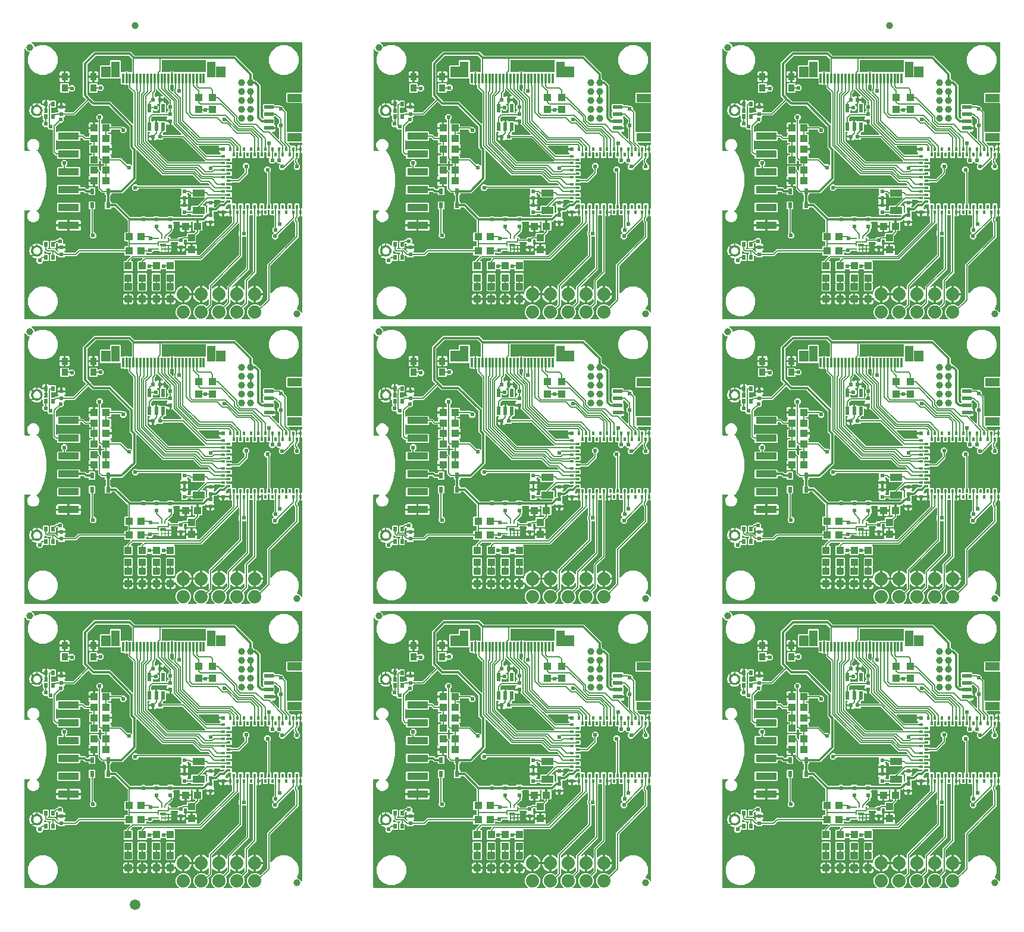
<source format=gtl>
G04 EAGLE Gerber RS-274X export*
G75*
%MOMM*%
%FSLAX34Y34*%
%LPD*%
%INTop Copper*%
%IPPOS*%
%AMOC8*
5,1,8,0,0,1.08239X$1,22.5*%
G01*
%ADD10R,3.000000X1.000000*%
%ADD11R,1.800000X1.000000*%
%ADD12R,0.600000X0.600000*%
%ADD13C,1.000000*%
%ADD14R,0.250000X0.275000*%
%ADD15R,0.275000X0.250000*%
%ADD16R,1.000000X1.100000*%
%ADD17R,1.100000X1.000000*%
%ADD18R,0.630000X0.830000*%
%ADD19R,0.550000X1.200000*%
%ADD20C,0.300000*%
%ADD21C,1.879600*%
%ADD22R,2.000000X1.200000*%
%ADD23R,1.350000X0.600000*%
%ADD24R,0.400000X0.600000*%
%ADD25R,0.600000X0.400000*%
%ADD26R,0.522000X0.725000*%
%ADD27R,0.200000X0.500000*%
%ADD28R,0.500000X0.200000*%
%ADD29R,0.900000X1.000000*%
%ADD30R,0.300000X1.400000*%
%ADD31R,1.250000X2.300000*%
%ADD32R,1.400000X1.600000*%
%ADD33C,1.500000*%
%ADD34C,0.152400*%
%ADD35C,0.304800*%
%ADD36C,0.609600*%

G36*
X221545Y407632D02*
X221545Y407632D01*
X221617Y407634D01*
X221666Y407652D01*
X221717Y407660D01*
X221780Y407694D01*
X221848Y407719D01*
X221888Y407751D01*
X221935Y407776D01*
X221984Y407827D01*
X222040Y407872D01*
X222068Y407916D01*
X222104Y407954D01*
X222134Y408019D01*
X222173Y408079D01*
X222186Y408130D01*
X222208Y408177D01*
X222215Y408248D01*
X222233Y408318D01*
X222229Y408370D01*
X222235Y408421D01*
X222219Y408492D01*
X222214Y408563D01*
X222193Y408611D01*
X222182Y408662D01*
X222146Y408723D01*
X222117Y408789D01*
X222073Y408845D01*
X222056Y408873D01*
X222038Y408888D01*
X222013Y408920D01*
X219340Y411593D01*
X217677Y415607D01*
X217677Y419953D01*
X219340Y423967D01*
X222413Y427040D01*
X226427Y428703D01*
X230773Y428703D01*
X234787Y427040D01*
X237860Y423967D01*
X239523Y419953D01*
X239523Y415607D01*
X237860Y411593D01*
X235187Y408920D01*
X235145Y408862D01*
X235096Y408810D01*
X235074Y408763D01*
X235044Y408721D01*
X235023Y408652D01*
X234992Y408587D01*
X234987Y408535D01*
X234971Y408485D01*
X234973Y408414D01*
X234965Y408342D01*
X234976Y408292D01*
X234978Y408240D01*
X235002Y408172D01*
X235018Y408102D01*
X235044Y408057D01*
X235062Y408009D01*
X235107Y407952D01*
X235144Y407891D01*
X235183Y407857D01*
X235216Y407816D01*
X235276Y407778D01*
X235331Y407731D01*
X235379Y407712D01*
X235423Y407683D01*
X235492Y407666D01*
X235559Y407639D01*
X235630Y407631D01*
X235661Y407623D01*
X235685Y407625D01*
X235726Y407621D01*
X246874Y407621D01*
X246945Y407632D01*
X247017Y407634D01*
X247066Y407652D01*
X247117Y407660D01*
X247180Y407694D01*
X247248Y407719D01*
X247288Y407751D01*
X247335Y407776D01*
X247384Y407827D01*
X247440Y407872D01*
X247468Y407916D01*
X247504Y407954D01*
X247534Y408019D01*
X247573Y408079D01*
X247586Y408130D01*
X247608Y408177D01*
X247615Y408248D01*
X247633Y408318D01*
X247629Y408370D01*
X247635Y408421D01*
X247619Y408492D01*
X247614Y408563D01*
X247593Y408611D01*
X247582Y408662D01*
X247546Y408723D01*
X247517Y408789D01*
X247473Y408845D01*
X247456Y408873D01*
X247438Y408888D01*
X247413Y408920D01*
X244740Y411593D01*
X243077Y415607D01*
X243077Y419953D01*
X244740Y423967D01*
X247813Y427040D01*
X251827Y428703D01*
X256173Y428703D01*
X260187Y427040D01*
X260918Y426309D01*
X260934Y426297D01*
X260947Y426282D01*
X261034Y426225D01*
X261118Y426165D01*
X261137Y426159D01*
X261154Y426149D01*
X261254Y426123D01*
X261353Y426093D01*
X261373Y426093D01*
X261392Y426088D01*
X261495Y426097D01*
X261599Y426099D01*
X261618Y426106D01*
X261638Y426108D01*
X261733Y426148D01*
X261830Y426184D01*
X261846Y426196D01*
X261864Y426204D01*
X261995Y426309D01*
X264490Y428804D01*
X264543Y428878D01*
X264603Y428948D01*
X264615Y428978D01*
X264634Y429004D01*
X264661Y429091D01*
X264695Y429176D01*
X264699Y429217D01*
X264706Y429239D01*
X264705Y429271D01*
X264713Y429342D01*
X264713Y435271D01*
X264712Y435279D01*
X264713Y435287D01*
X264692Y435401D01*
X264674Y435514D01*
X264670Y435521D01*
X264668Y435529D01*
X264612Y435630D01*
X264558Y435731D01*
X264553Y435737D01*
X264549Y435744D01*
X264463Y435822D01*
X264380Y435901D01*
X264373Y435904D01*
X264367Y435910D01*
X264262Y435956D01*
X264157Y436004D01*
X264149Y436005D01*
X264142Y436008D01*
X264027Y436019D01*
X263913Y436031D01*
X263905Y436030D01*
X263897Y436031D01*
X263784Y436004D01*
X263672Y435979D01*
X263665Y435975D01*
X263658Y435973D01*
X263560Y435912D01*
X263461Y435853D01*
X263456Y435847D01*
X263449Y435843D01*
X263336Y435719D01*
X263106Y435402D01*
X261778Y434074D01*
X260257Y432969D01*
X258583Y432116D01*
X256796Y431535D01*
X255523Y431334D01*
X255523Y442418D01*
X255520Y442438D01*
X255522Y442457D01*
X255500Y442559D01*
X255483Y442661D01*
X255474Y442678D01*
X255470Y442698D01*
X255417Y442787D01*
X255368Y442878D01*
X255354Y442892D01*
X255344Y442909D01*
X255265Y442976D01*
X255190Y443047D01*
X255172Y443056D01*
X255157Y443069D01*
X255061Y443107D01*
X254967Y443151D01*
X254947Y443153D01*
X254929Y443161D01*
X254762Y443179D01*
X253999Y443179D01*
X253999Y443181D01*
X254762Y443181D01*
X254782Y443184D01*
X254801Y443182D01*
X254903Y443204D01*
X255005Y443221D01*
X255022Y443230D01*
X255042Y443234D01*
X255131Y443287D01*
X255222Y443336D01*
X255236Y443350D01*
X255253Y443360D01*
X255320Y443439D01*
X255391Y443514D01*
X255400Y443532D01*
X255413Y443547D01*
X255452Y443643D01*
X255495Y443737D01*
X255497Y443757D01*
X255505Y443775D01*
X255523Y443942D01*
X255523Y455026D01*
X256796Y454825D01*
X258583Y454244D01*
X260257Y453391D01*
X261778Y452286D01*
X263106Y450957D01*
X263336Y450641D01*
X263342Y450636D01*
X263346Y450629D01*
X263429Y450549D01*
X263511Y450468D01*
X263518Y450465D01*
X263524Y450459D01*
X263628Y450411D01*
X263732Y450360D01*
X263740Y450359D01*
X263747Y450356D01*
X263861Y450343D01*
X263976Y450328D01*
X263984Y450329D01*
X263991Y450328D01*
X264104Y450353D01*
X264217Y450375D01*
X264224Y450379D01*
X264232Y450381D01*
X264330Y450440D01*
X264431Y450497D01*
X264436Y450503D01*
X264443Y450507D01*
X264518Y450594D01*
X264594Y450680D01*
X264598Y450688D01*
X264603Y450694D01*
X264646Y450802D01*
X264691Y450907D01*
X264692Y450914D01*
X264695Y450922D01*
X264713Y451089D01*
X264713Y456027D01*
X307490Y498804D01*
X307543Y498878D01*
X307603Y498948D01*
X307615Y498978D01*
X307634Y499004D01*
X307661Y499091D01*
X307695Y499176D01*
X307699Y499217D01*
X307706Y499239D01*
X307705Y499271D01*
X307713Y499342D01*
X307713Y525606D01*
X307699Y525696D01*
X307691Y525787D01*
X307679Y525817D01*
X307674Y525849D01*
X307653Y525887D01*
X307652Y525894D01*
X307633Y525925D01*
X307631Y525929D01*
X307595Y526013D01*
X307569Y526045D01*
X307558Y526066D01*
X307536Y526087D01*
X307525Y526105D01*
X307513Y526116D01*
X307490Y526144D01*
X307045Y526589D01*
X307045Y532903D01*
X307490Y533348D01*
X307543Y533422D01*
X307603Y533491D01*
X307615Y533521D01*
X307634Y533547D01*
X307661Y533634D01*
X307695Y533719D01*
X307699Y533760D01*
X307706Y533782D01*
X307705Y533815D01*
X307713Y533886D01*
X307713Y543411D01*
X307702Y543482D01*
X307700Y543553D01*
X307682Y543602D01*
X307674Y543654D01*
X307640Y543717D01*
X307615Y543784D01*
X307583Y543825D01*
X307558Y543871D01*
X307506Y543920D01*
X307462Y543976D01*
X307418Y544005D01*
X307380Y544040D01*
X307315Y544071D01*
X307255Y544109D01*
X307204Y544122D01*
X307157Y544144D01*
X307086Y544152D01*
X307016Y544169D01*
X306964Y544165D01*
X306913Y544171D01*
X306842Y544156D01*
X306771Y544150D01*
X306723Y544130D01*
X306672Y544119D01*
X306611Y544082D01*
X306545Y544054D01*
X306489Y544009D01*
X306461Y543993D01*
X306446Y543975D01*
X306414Y543949D01*
X254210Y491745D01*
X216329Y491745D01*
X216258Y491734D01*
X216186Y491732D01*
X216137Y491714D01*
X216086Y491705D01*
X216023Y491672D01*
X215955Y491647D01*
X215915Y491615D01*
X215869Y491590D01*
X215819Y491538D01*
X215763Y491494D01*
X215735Y491450D01*
X215699Y491412D01*
X215669Y491347D01*
X215630Y491287D01*
X215618Y491236D01*
X215596Y491189D01*
X215588Y491118D01*
X215570Y491048D01*
X215574Y490996D01*
X215569Y490945D01*
X215584Y490874D01*
X215589Y490803D01*
X215610Y490755D01*
X215621Y490704D01*
X215658Y490643D01*
X215686Y490577D01*
X215731Y490521D01*
X215747Y490493D01*
X215765Y490478D01*
X215791Y490446D01*
X216525Y489712D01*
X216525Y477448D01*
X215632Y476555D01*
X204368Y476555D01*
X203475Y477448D01*
X203475Y478251D01*
X203464Y478321D01*
X203462Y478393D01*
X203444Y478442D01*
X203436Y478493D01*
X203402Y478557D01*
X203377Y478624D01*
X203345Y478665D01*
X203320Y478711D01*
X203268Y478760D01*
X203224Y478816D01*
X203180Y478844D01*
X203142Y478880D01*
X203077Y478910D01*
X203017Y478949D01*
X202966Y478962D01*
X202919Y478984D01*
X202848Y478992D01*
X202778Y479009D01*
X202726Y479005D01*
X202675Y479011D01*
X202604Y478996D01*
X202533Y478990D01*
X202485Y478970D01*
X202434Y478959D01*
X202373Y478922D01*
X202307Y478894D01*
X202251Y478849D01*
X202223Y478832D01*
X202208Y478815D01*
X202176Y478789D01*
X201894Y478507D01*
X198106Y478507D01*
X197824Y478789D01*
X197766Y478831D01*
X197714Y478880D01*
X197667Y478902D01*
X197625Y478932D01*
X197556Y478954D01*
X197491Y478984D01*
X197439Y478989D01*
X197389Y479005D01*
X197318Y479003D01*
X197247Y479011D01*
X197196Y479000D01*
X197144Y478998D01*
X197076Y478974D01*
X197006Y478959D01*
X196961Y478932D01*
X196913Y478914D01*
X196857Y478869D01*
X196795Y478832D01*
X196761Y478793D01*
X196721Y478760D01*
X196682Y478700D01*
X196635Y478645D01*
X196616Y478597D01*
X196588Y478553D01*
X196570Y478484D01*
X196543Y478417D01*
X196535Y478346D01*
X196527Y478315D01*
X196529Y478292D01*
X196525Y478251D01*
X196525Y477448D01*
X195632Y476555D01*
X184368Y476555D01*
X183475Y477448D01*
X183475Y478251D01*
X183464Y478321D01*
X183462Y478393D01*
X183444Y478442D01*
X183436Y478493D01*
X183402Y478557D01*
X183377Y478624D01*
X183345Y478665D01*
X183320Y478711D01*
X183268Y478760D01*
X183224Y478816D01*
X183180Y478844D01*
X183142Y478880D01*
X183077Y478910D01*
X183017Y478949D01*
X182966Y478962D01*
X182919Y478984D01*
X182848Y478992D01*
X182778Y479009D01*
X182726Y479005D01*
X182675Y479011D01*
X182604Y478996D01*
X182533Y478990D01*
X182485Y478970D01*
X182434Y478959D01*
X182373Y478922D01*
X182307Y478894D01*
X182251Y478849D01*
X182223Y478832D01*
X182208Y478815D01*
X182176Y478789D01*
X181894Y478507D01*
X178106Y478507D01*
X177824Y478789D01*
X177766Y478831D01*
X177714Y478880D01*
X177667Y478902D01*
X177625Y478932D01*
X177556Y478954D01*
X177491Y478984D01*
X177439Y478989D01*
X177389Y479005D01*
X177318Y479003D01*
X177247Y479011D01*
X177196Y479000D01*
X177144Y478998D01*
X177076Y478974D01*
X177006Y478959D01*
X176961Y478932D01*
X176913Y478914D01*
X176857Y478869D01*
X176795Y478832D01*
X176761Y478793D01*
X176721Y478760D01*
X176682Y478700D01*
X176635Y478645D01*
X176616Y478597D01*
X176588Y478553D01*
X176570Y478484D01*
X176543Y478417D01*
X176535Y478346D01*
X176527Y478315D01*
X176529Y478292D01*
X176525Y478251D01*
X176525Y477448D01*
X175632Y476555D01*
X164368Y476555D01*
X163475Y477448D01*
X163475Y489712D01*
X164368Y490605D01*
X167023Y490605D01*
X167114Y490619D01*
X167204Y490627D01*
X167234Y490639D01*
X167266Y490644D01*
X167347Y490687D01*
X167431Y490723D01*
X167463Y490749D01*
X167484Y490760D01*
X167506Y490783D01*
X167562Y490828D01*
X169276Y492542D01*
X170228Y493494D01*
X170270Y493552D01*
X170319Y493604D01*
X170341Y493651D01*
X170371Y493693D01*
X170392Y493762D01*
X170423Y493827D01*
X170428Y493879D01*
X170444Y493929D01*
X170442Y494000D01*
X170450Y494071D01*
X170439Y494122D01*
X170437Y494174D01*
X170413Y494242D01*
X170398Y494312D01*
X170371Y494356D01*
X170353Y494405D01*
X170308Y494461D01*
X170271Y494523D01*
X170232Y494557D01*
X170199Y494597D01*
X170139Y494636D01*
X170084Y494683D01*
X170036Y494702D01*
X169992Y494730D01*
X169923Y494748D01*
X169856Y494775D01*
X169785Y494783D01*
X169754Y494791D01*
X169730Y494789D01*
X169690Y494793D01*
X157263Y494793D01*
X157172Y494778D01*
X157082Y494771D01*
X157052Y494759D01*
X157020Y494753D01*
X156939Y494711D01*
X156855Y494675D01*
X156823Y494649D01*
X156802Y494638D01*
X156780Y494615D01*
X156724Y494570D01*
X154058Y491904D01*
X154016Y491846D01*
X153967Y491794D01*
X153945Y491747D01*
X153915Y491705D01*
X153894Y491636D01*
X153863Y491571D01*
X153858Y491519D01*
X153842Y491469D01*
X153844Y491398D01*
X153836Y491326D01*
X153847Y491276D01*
X153849Y491224D01*
X153873Y491156D01*
X153888Y491086D01*
X153915Y491041D01*
X153933Y490993D01*
X153978Y490936D01*
X154015Y490875D01*
X154054Y490841D01*
X154087Y490800D01*
X154147Y490762D01*
X154202Y490715D01*
X154250Y490696D01*
X154294Y490667D01*
X154363Y490650D01*
X154430Y490623D01*
X154501Y490615D01*
X154532Y490607D01*
X154556Y490609D01*
X154596Y490605D01*
X155632Y490605D01*
X156525Y489712D01*
X156525Y477448D01*
X155632Y476555D01*
X144368Y476555D01*
X143475Y477448D01*
X143475Y489712D01*
X144368Y490605D01*
X146952Y490605D01*
X146972Y490608D01*
X146991Y490606D01*
X147093Y490628D01*
X147195Y490644D01*
X147212Y490654D01*
X147232Y490658D01*
X147321Y490711D01*
X147412Y490760D01*
X147426Y490774D01*
X147443Y490784D01*
X147510Y490863D01*
X147582Y490938D01*
X147590Y490956D01*
X147603Y490971D01*
X147642Y491067D01*
X147685Y491161D01*
X147687Y491181D01*
X147695Y491199D01*
X147713Y491366D01*
X147713Y492027D01*
X149276Y493590D01*
X152942Y497256D01*
X152984Y497314D01*
X153033Y497366D01*
X153055Y497413D01*
X153085Y497455D01*
X153106Y497524D01*
X153137Y497589D01*
X153142Y497641D01*
X153158Y497691D01*
X153156Y497762D01*
X153164Y497833D01*
X153153Y497884D01*
X153151Y497936D01*
X153127Y498004D01*
X153112Y498074D01*
X153085Y498118D01*
X153067Y498167D01*
X153022Y498223D01*
X152985Y498285D01*
X152946Y498319D01*
X152913Y498359D01*
X152853Y498398D01*
X152798Y498445D01*
X152750Y498464D01*
X152706Y498492D01*
X152637Y498510D01*
X152570Y498537D01*
X152499Y498545D01*
X152468Y498553D01*
X152444Y498551D01*
X152404Y498555D01*
X145368Y498555D01*
X144475Y499448D01*
X144475Y502032D01*
X144473Y502045D01*
X144474Y502055D01*
X144473Y502061D01*
X144474Y502071D01*
X144452Y502173D01*
X144436Y502275D01*
X144426Y502292D01*
X144422Y502312D01*
X144369Y502401D01*
X144320Y502492D01*
X144306Y502506D01*
X144296Y502523D01*
X144217Y502590D01*
X144142Y502661D01*
X144124Y502670D01*
X144109Y502683D01*
X144013Y502722D01*
X143919Y502765D01*
X143899Y502767D01*
X143881Y502775D01*
X143714Y502793D01*
X81263Y502793D01*
X81172Y502778D01*
X81082Y502771D01*
X81052Y502759D01*
X81020Y502753D01*
X80939Y502711D01*
X80855Y502675D01*
X80823Y502649D01*
X80802Y502638D01*
X80788Y502623D01*
X80786Y502622D01*
X80777Y502612D01*
X80724Y502570D01*
X75947Y497793D01*
X60286Y497793D01*
X60266Y497790D01*
X60247Y497792D01*
X60145Y497770D01*
X60043Y497753D01*
X60026Y497744D01*
X60006Y497740D01*
X59917Y497687D01*
X59826Y497638D01*
X59812Y497624D01*
X59795Y497614D01*
X59728Y497535D01*
X59656Y497460D01*
X59648Y497442D01*
X59635Y497427D01*
X59596Y497331D01*
X59553Y497237D01*
X59551Y497217D01*
X59543Y497199D01*
X59525Y497032D01*
X59525Y496448D01*
X58632Y495555D01*
X51368Y495555D01*
X50475Y496448D01*
X50475Y497032D01*
X50472Y497052D01*
X50474Y497071D01*
X50452Y497173D01*
X50436Y497275D01*
X50426Y497292D01*
X50422Y497312D01*
X50369Y497401D01*
X50320Y497492D01*
X50306Y497506D01*
X50296Y497523D01*
X50217Y497590D01*
X50142Y497661D01*
X50124Y497670D01*
X50109Y497683D01*
X50013Y497722D01*
X49919Y497765D01*
X49899Y497767D01*
X49881Y497775D01*
X49714Y497793D01*
X49053Y497793D01*
X48434Y498412D01*
X48376Y498454D01*
X48324Y498503D01*
X48277Y498525D01*
X48235Y498555D01*
X48166Y498576D01*
X48101Y498607D01*
X48049Y498612D01*
X47999Y498628D01*
X47928Y498626D01*
X47857Y498634D01*
X47806Y498623D01*
X47754Y498621D01*
X47686Y498597D01*
X47616Y498581D01*
X47571Y498555D01*
X47523Y498537D01*
X47467Y498492D01*
X47405Y498455D01*
X47371Y498416D01*
X47331Y498383D01*
X47292Y498323D01*
X47245Y498268D01*
X47226Y498220D01*
X47198Y498176D01*
X47180Y498107D01*
X47153Y498040D01*
X47145Y497969D01*
X47137Y497938D01*
X47139Y497914D01*
X47135Y497874D01*
X47135Y491823D01*
X46242Y490930D01*
X39758Y490930D01*
X38865Y491823D01*
X38865Y500337D01*
X39758Y501230D01*
X39952Y501230D01*
X39972Y501233D01*
X39991Y501231D01*
X40093Y501253D01*
X40195Y501269D01*
X40212Y501279D01*
X40232Y501283D01*
X40321Y501336D01*
X40412Y501385D01*
X40426Y501399D01*
X40443Y501409D01*
X40510Y501488D01*
X40582Y501563D01*
X40590Y501581D01*
X40603Y501596D01*
X40642Y501692D01*
X40685Y501786D01*
X40687Y501806D01*
X40695Y501824D01*
X40713Y501991D01*
X40713Y502032D01*
X40711Y502045D01*
X40712Y502055D01*
X40711Y502061D01*
X40712Y502071D01*
X40690Y502173D01*
X40674Y502275D01*
X40664Y502292D01*
X40660Y502312D01*
X40607Y502401D01*
X40558Y502492D01*
X40544Y502506D01*
X40534Y502523D01*
X40455Y502590D01*
X40380Y502661D01*
X40362Y502670D01*
X40347Y502683D01*
X40251Y502722D01*
X40157Y502765D01*
X40137Y502767D01*
X40119Y502775D01*
X39952Y502793D01*
X34053Y502793D01*
X32490Y504356D01*
X31990Y504856D01*
X31932Y504898D01*
X31880Y504947D01*
X31833Y504969D01*
X31791Y504999D01*
X31722Y505020D01*
X31657Y505051D01*
X31605Y505056D01*
X31555Y505072D01*
X31484Y505070D01*
X31413Y505078D01*
X31362Y505067D01*
X31310Y505065D01*
X31242Y505041D01*
X31172Y505025D01*
X31127Y504999D01*
X31079Y504981D01*
X31023Y504936D01*
X30961Y504899D01*
X30927Y504860D01*
X30887Y504827D01*
X30848Y504767D01*
X30801Y504712D01*
X30782Y504664D01*
X30754Y504620D01*
X30736Y504551D01*
X30709Y504484D01*
X30701Y504413D01*
X30693Y504382D01*
X30695Y504358D01*
X30691Y504318D01*
X30691Y504145D01*
X30366Y502302D01*
X30347Y502251D01*
X30344Y502232D01*
X30339Y502221D01*
X30338Y502214D01*
X30330Y502196D01*
X30319Y502102D01*
X30302Y502010D01*
X30306Y501981D01*
X30302Y501951D01*
X30322Y501859D01*
X30335Y501766D01*
X30348Y501740D01*
X30355Y501711D01*
X30403Y501630D01*
X30445Y501546D01*
X30466Y501525D01*
X30481Y501500D01*
X30552Y501439D01*
X30619Y501372D01*
X30645Y501359D01*
X30668Y501340D01*
X30755Y501305D01*
X30840Y501263D01*
X30869Y501259D01*
X30896Y501248D01*
X31063Y501230D01*
X36242Y501230D01*
X37135Y500337D01*
X37135Y491823D01*
X36242Y490930D01*
X29444Y490930D01*
X29424Y490927D01*
X29405Y490929D01*
X29303Y490907D01*
X29201Y490890D01*
X29184Y490881D01*
X29164Y490877D01*
X29075Y490824D01*
X28984Y490775D01*
X28970Y490761D01*
X28953Y490751D01*
X28886Y490672D01*
X28814Y490597D01*
X28806Y490579D01*
X28793Y490564D01*
X28754Y490468D01*
X28711Y490374D01*
X28709Y490354D01*
X28701Y490336D01*
X28683Y490169D01*
X28683Y489266D01*
X26004Y486587D01*
X22216Y486587D01*
X19537Y489266D01*
X19537Y493054D01*
X19573Y493090D01*
X19615Y493148D01*
X19664Y493200D01*
X19686Y493247D01*
X19716Y493289D01*
X19738Y493358D01*
X19768Y493423D01*
X19773Y493475D01*
X19789Y493524D01*
X19787Y493596D01*
X19795Y493667D01*
X19784Y493718D01*
X19782Y493770D01*
X19758Y493838D01*
X19743Y493908D01*
X19716Y493952D01*
X19698Y494001D01*
X19653Y494057D01*
X19616Y494119D01*
X19577Y494153D01*
X19544Y494193D01*
X19484Y494232D01*
X19429Y494279D01*
X19381Y494298D01*
X19337Y494326D01*
X19268Y494344D01*
X19201Y494371D01*
X19130Y494379D01*
X19099Y494386D01*
X19086Y494385D01*
X17222Y494714D01*
X15464Y495354D01*
X13845Y496289D01*
X12551Y497375D01*
X12550Y497375D01*
X12412Y497492D01*
X12137Y497819D01*
X16380Y497819D01*
X16877Y497553D01*
X16884Y497554D01*
X16886Y497549D01*
X18406Y497088D01*
X18412Y497091D01*
X18415Y497087D01*
X19995Y496931D01*
X20001Y496935D01*
X20005Y496931D01*
X21585Y497087D01*
X21590Y497092D01*
X21595Y497088D01*
X23114Y497549D01*
X23118Y497555D01*
X23123Y497553D01*
X24523Y498302D01*
X24526Y498308D01*
X24531Y498307D01*
X25759Y499314D01*
X25761Y499321D01*
X25766Y499321D01*
X26773Y500549D01*
X26773Y500556D01*
X26778Y500557D01*
X27527Y501957D01*
X27526Y501964D01*
X27531Y501966D01*
X27992Y503485D01*
X27989Y503492D01*
X27993Y503495D01*
X28149Y505075D01*
X28145Y505081D01*
X28149Y505085D01*
X27993Y506665D01*
X27988Y506670D01*
X27992Y506674D01*
X27531Y508194D01*
X27525Y508198D01*
X27527Y508203D01*
X26778Y509603D01*
X26772Y509606D01*
X26773Y509611D01*
X25766Y510839D01*
X25759Y510840D01*
X25759Y510846D01*
X24531Y511853D01*
X24524Y511853D01*
X24523Y511858D01*
X23123Y512607D01*
X23116Y512606D01*
X23114Y512611D01*
X21595Y513071D01*
X21588Y513069D01*
X21585Y513073D01*
X20005Y513229D01*
X19999Y513225D01*
X19995Y513229D01*
X18415Y513073D01*
X18410Y513068D01*
X18406Y513071D01*
X16886Y512611D01*
X16882Y512605D01*
X16877Y512607D01*
X15477Y511858D01*
X15474Y511852D01*
X15469Y511853D01*
X14261Y510862D01*
X14261Y514111D01*
X15464Y514806D01*
X17222Y515446D01*
X19065Y515771D01*
X20441Y515771D01*
X20935Y515771D01*
X22778Y515446D01*
X24536Y514806D01*
X26155Y513871D01*
X27284Y512924D01*
X27615Y512646D01*
X27648Y512626D01*
X27676Y512600D01*
X27753Y512564D01*
X27826Y512521D01*
X27864Y512512D01*
X27899Y512496D01*
X27983Y512487D01*
X28067Y512469D01*
X28105Y512473D01*
X28143Y512469D01*
X28226Y512487D01*
X28311Y512497D01*
X28346Y512513D01*
X28384Y512521D01*
X28457Y512565D01*
X28534Y512601D01*
X28562Y512628D01*
X28595Y512648D01*
X28650Y512712D01*
X28712Y512771D01*
X28730Y512805D01*
X28755Y512834D01*
X28787Y512913D01*
X28826Y512989D01*
X28832Y513027D01*
X28847Y513063D01*
X28865Y513229D01*
X28865Y518337D01*
X29758Y519230D01*
X36242Y519230D01*
X37135Y518337D01*
X37135Y509823D01*
X36242Y508930D01*
X36221Y508930D01*
X36151Y508919D01*
X36079Y508917D01*
X36030Y508899D01*
X35979Y508890D01*
X35915Y508857D01*
X35848Y508832D01*
X35807Y508800D01*
X35761Y508775D01*
X35712Y508723D01*
X35656Y508678D01*
X35628Y508635D01*
X35592Y508597D01*
X35562Y508532D01*
X35523Y508471D01*
X35510Y508421D01*
X35488Y508374D01*
X35480Y508303D01*
X35463Y508233D01*
X35467Y508181D01*
X35461Y508130D01*
X35476Y508059D01*
X35482Y507988D01*
X35502Y507940D01*
X35513Y507889D01*
X35550Y507827D01*
X35579Y507761D01*
X35623Y507706D01*
X35640Y507678D01*
X35657Y507663D01*
X35683Y507630D01*
X35724Y507589D01*
X35798Y507536D01*
X35868Y507477D01*
X35898Y507465D01*
X35924Y507446D01*
X36011Y507419D01*
X36096Y507385D01*
X36137Y507381D01*
X36159Y507374D01*
X36191Y507375D01*
X36263Y507367D01*
X45947Y507367D01*
X47510Y505804D01*
X49501Y503813D01*
X49517Y503802D01*
X49529Y503786D01*
X49616Y503730D01*
X49700Y503670D01*
X49719Y503664D01*
X49736Y503653D01*
X49836Y503628D01*
X49935Y503597D01*
X49955Y503598D01*
X49974Y503593D01*
X50077Y503601D01*
X50181Y503604D01*
X50200Y503611D01*
X50219Y503612D01*
X50315Y503653D01*
X50412Y503688D01*
X50428Y503701D01*
X50446Y503708D01*
X50577Y503813D01*
X50607Y503843D01*
X50676Y503939D01*
X50747Y504036D01*
X50748Y504040D01*
X50751Y504043D01*
X50786Y504156D01*
X50822Y504270D01*
X50822Y504274D01*
X50823Y504278D01*
X50820Y504396D01*
X50818Y504516D01*
X50817Y504520D01*
X50817Y504524D01*
X50776Y504635D01*
X50737Y504748D01*
X50734Y504751D01*
X50733Y504755D01*
X50658Y504849D01*
X50585Y504942D01*
X50581Y504945D01*
X50579Y504947D01*
X50568Y504954D01*
X50450Y505041D01*
X50440Y505047D01*
X49967Y505520D01*
X49632Y506099D01*
X49459Y506745D01*
X49459Y508581D01*
X54262Y508581D01*
X54281Y508584D01*
X54301Y508582D01*
X54403Y508604D01*
X54505Y508620D01*
X54522Y508630D01*
X54542Y508634D01*
X54631Y508687D01*
X54722Y508735D01*
X54736Y508750D01*
X54753Y508760D01*
X54820Y508839D01*
X54891Y508914D01*
X54900Y508932D01*
X54913Y508947D01*
X54951Y509043D01*
X54995Y509137D01*
X54997Y509157D01*
X55004Y509175D01*
X55017Y509099D01*
X55026Y509082D01*
X55030Y509062D01*
X55083Y508973D01*
X55132Y508882D01*
X55146Y508868D01*
X55156Y508851D01*
X55235Y508784D01*
X55310Y508712D01*
X55328Y508704D01*
X55343Y508691D01*
X55440Y508652D01*
X55533Y508609D01*
X55553Y508607D01*
X55571Y508599D01*
X55738Y508581D01*
X60541Y508581D01*
X60541Y506745D01*
X60368Y506099D01*
X60033Y505520D01*
X59560Y505047D01*
X59550Y505041D01*
X59459Y504966D01*
X59365Y504892D01*
X59363Y504888D01*
X59360Y504885D01*
X59297Y504786D01*
X59232Y504685D01*
X59231Y504681D01*
X59229Y504677D01*
X59201Y504560D01*
X59172Y504446D01*
X59173Y504442D01*
X59172Y504438D01*
X59182Y504318D01*
X59191Y504201D01*
X59193Y504197D01*
X59193Y504193D01*
X59241Y504083D01*
X59288Y503975D01*
X59291Y503971D01*
X59292Y503968D01*
X59301Y503958D01*
X59393Y503844D01*
X59525Y503712D01*
X59525Y503128D01*
X59528Y503108D01*
X59526Y503088D01*
X59548Y502987D01*
X59564Y502885D01*
X59574Y502868D01*
X59578Y502848D01*
X59631Y502759D01*
X59680Y502668D01*
X59694Y502654D01*
X59704Y502637D01*
X59783Y502570D01*
X59858Y502498D01*
X59876Y502490D01*
X59891Y502477D01*
X59987Y502438D01*
X60081Y502395D01*
X60101Y502393D01*
X60119Y502385D01*
X60286Y502367D01*
X73737Y502367D01*
X73828Y502381D01*
X73918Y502389D01*
X73948Y502401D01*
X73980Y502406D01*
X74061Y502449D01*
X74145Y502485D01*
X74177Y502511D01*
X74198Y502522D01*
X74220Y502545D01*
X74276Y502590D01*
X79053Y507367D01*
X143714Y507367D01*
X143734Y507370D01*
X143753Y507368D01*
X143855Y507390D01*
X143957Y507406D01*
X143974Y507416D01*
X143994Y507420D01*
X144083Y507473D01*
X144174Y507522D01*
X144188Y507536D01*
X144205Y507546D01*
X144272Y507625D01*
X144344Y507700D01*
X144352Y507718D01*
X144365Y507733D01*
X144404Y507829D01*
X144447Y507923D01*
X144449Y507943D01*
X144457Y507961D01*
X144475Y508128D01*
X144475Y510712D01*
X145368Y511605D01*
X148452Y511605D01*
X148472Y511608D01*
X148491Y511606D01*
X148593Y511628D01*
X148695Y511644D01*
X148712Y511654D01*
X148732Y511658D01*
X148821Y511711D01*
X148912Y511760D01*
X148926Y511774D01*
X148943Y511784D01*
X149010Y511863D01*
X149082Y511938D01*
X149090Y511956D01*
X149103Y511971D01*
X149142Y512067D01*
X149185Y512161D01*
X149187Y512181D01*
X149195Y512199D01*
X149213Y512366D01*
X149213Y517794D01*
X149210Y517814D01*
X149212Y517833D01*
X149190Y517935D01*
X149174Y518037D01*
X149164Y518054D01*
X149160Y518074D01*
X149107Y518163D01*
X149058Y518254D01*
X149044Y518268D01*
X149034Y518285D01*
X148955Y518352D01*
X148880Y518423D01*
X148862Y518432D01*
X148847Y518445D01*
X148751Y518484D01*
X148657Y518527D01*
X148637Y518529D01*
X148619Y518537D01*
X148452Y518555D01*
X145368Y518555D01*
X144475Y519448D01*
X144475Y530712D01*
X145368Y531605D01*
X148452Y531605D01*
X148472Y531608D01*
X148491Y531606D01*
X148593Y531628D01*
X148695Y531644D01*
X148712Y531654D01*
X148732Y531658D01*
X148821Y531711D01*
X148912Y531760D01*
X148926Y531774D01*
X148943Y531784D01*
X149010Y531863D01*
X149082Y531938D01*
X149090Y531956D01*
X149103Y531971D01*
X149142Y532067D01*
X149185Y532161D01*
X149187Y532181D01*
X149195Y532199D01*
X149213Y532366D01*
X149213Y548420D01*
X149199Y548510D01*
X149191Y548601D01*
X149179Y548631D01*
X149174Y548663D01*
X149131Y548743D01*
X149095Y548827D01*
X149069Y548859D01*
X149058Y548880D01*
X149035Y548902D01*
X148990Y548958D01*
X131140Y566808D01*
X131066Y566861D01*
X130997Y566921D01*
X130967Y566933D01*
X130940Y566952D01*
X130853Y566979D01*
X130769Y567013D01*
X130728Y567017D01*
X130705Y567024D01*
X130673Y567023D01*
X130602Y567031D01*
X126936Y567031D01*
X126916Y567028D01*
X126897Y567030D01*
X126795Y567008D01*
X126693Y566991D01*
X126676Y566982D01*
X126656Y566978D01*
X126567Y566925D01*
X126476Y566876D01*
X126462Y566862D01*
X126445Y566852D01*
X126378Y566773D01*
X126306Y566698D01*
X126298Y566680D01*
X126285Y566665D01*
X126246Y566569D01*
X126203Y566475D01*
X126201Y566455D01*
X126193Y566437D01*
X126175Y566270D01*
X126175Y565298D01*
X125282Y564405D01*
X117718Y564405D01*
X116825Y565298D01*
X116825Y574862D01*
X117720Y575757D01*
X117729Y575756D01*
X117831Y575778D01*
X117933Y575794D01*
X117950Y575804D01*
X117970Y575808D01*
X118059Y575861D01*
X118150Y575910D01*
X118164Y575924D01*
X118181Y575934D01*
X118248Y576013D01*
X118320Y576088D01*
X118328Y576106D01*
X118341Y576121D01*
X118380Y576217D01*
X118423Y576311D01*
X118425Y576331D01*
X118433Y576349D01*
X118451Y576516D01*
X118451Y583644D01*
X118448Y583664D01*
X118450Y583683D01*
X118428Y583785D01*
X118412Y583887D01*
X118402Y583904D01*
X118398Y583924D01*
X118345Y584013D01*
X118296Y584104D01*
X118282Y584118D01*
X118272Y584135D01*
X118193Y584202D01*
X118118Y584273D01*
X118100Y584282D01*
X118085Y584295D01*
X117989Y584334D01*
X117895Y584377D01*
X117875Y584379D01*
X117857Y584387D01*
X117722Y584402D01*
X116825Y585298D01*
X116825Y587032D01*
X116822Y587052D01*
X116824Y587071D01*
X116802Y587172D01*
X116786Y587275D01*
X116776Y587292D01*
X116772Y587312D01*
X116719Y587401D01*
X116670Y587492D01*
X116656Y587506D01*
X116646Y587523D01*
X116567Y587590D01*
X116492Y587661D01*
X116474Y587670D01*
X116459Y587683D01*
X116363Y587722D01*
X116269Y587765D01*
X116249Y587767D01*
X116231Y587775D01*
X116064Y587793D01*
X112053Y587793D01*
X106999Y592847D01*
X106999Y596778D01*
X106996Y596798D01*
X106998Y596817D01*
X106976Y596919D01*
X106960Y597021D01*
X106950Y597038D01*
X106946Y597058D01*
X106893Y597147D01*
X106844Y597238D01*
X106830Y597252D01*
X106820Y597269D01*
X106741Y597336D01*
X106666Y597407D01*
X106648Y597416D01*
X106633Y597429D01*
X106537Y597468D01*
X106443Y597511D01*
X106423Y597513D01*
X106405Y597521D01*
X106238Y597539D01*
X103023Y597539D01*
X103023Y604318D01*
X103020Y604338D01*
X103022Y604357D01*
X103000Y604459D01*
X102983Y604561D01*
X102974Y604578D01*
X102970Y604598D01*
X102917Y604687D01*
X102868Y604778D01*
X102854Y604792D01*
X102844Y604809D01*
X102765Y604876D01*
X102690Y604947D01*
X102672Y604956D01*
X102657Y604969D01*
X102561Y605007D01*
X102467Y605051D01*
X102447Y605053D01*
X102429Y605061D01*
X102262Y605079D01*
X101499Y605079D01*
X101499Y605842D01*
X101496Y605862D01*
X101498Y605881D01*
X101476Y605983D01*
X101459Y606085D01*
X101450Y606102D01*
X101446Y606122D01*
X101393Y606211D01*
X101344Y606302D01*
X101330Y606316D01*
X101320Y606333D01*
X101241Y606400D01*
X101166Y606471D01*
X101148Y606480D01*
X101133Y606493D01*
X101037Y606532D01*
X100943Y606575D01*
X100923Y606577D01*
X100905Y606585D01*
X100738Y606603D01*
X93459Y606603D01*
X93459Y610414D01*
X93632Y611061D01*
X93967Y611640D01*
X94440Y612113D01*
X95084Y612485D01*
X95176Y612560D01*
X95269Y612634D01*
X95271Y612638D01*
X95274Y612640D01*
X95337Y612741D01*
X95402Y612841D01*
X95403Y612845D01*
X95405Y612849D01*
X95432Y612964D01*
X95462Y613080D01*
X95461Y613084D01*
X95462Y613088D01*
X95452Y613207D01*
X95443Y613325D01*
X95441Y613329D01*
X95441Y613333D01*
X95399Y613427D01*
X95397Y613438D01*
X95388Y613452D01*
X95346Y613551D01*
X95343Y613555D01*
X95342Y613558D01*
X95332Y613569D01*
X95279Y613635D01*
X95271Y613649D01*
X95262Y613657D01*
X95241Y613682D01*
X94475Y614448D01*
X94475Y625712D01*
X95368Y626605D01*
X107632Y626605D01*
X108525Y625712D01*
X108525Y621337D01*
X108539Y621247D01*
X108547Y621156D01*
X108559Y621127D01*
X108564Y621095D01*
X108607Y621014D01*
X108643Y620930D01*
X108669Y620898D01*
X108680Y620877D01*
X108703Y620855D01*
X108748Y620799D01*
X110176Y619371D01*
X110234Y619329D01*
X110286Y619280D01*
X110333Y619258D01*
X110375Y619227D01*
X110444Y619206D01*
X110509Y619176D01*
X110561Y619170D01*
X110611Y619155D01*
X110682Y619157D01*
X110753Y619149D01*
X110804Y619160D01*
X110856Y619161D01*
X110924Y619186D01*
X110994Y619201D01*
X111039Y619228D01*
X111087Y619246D01*
X111143Y619291D01*
X111205Y619328D01*
X111239Y619367D01*
X111279Y619400D01*
X111318Y619460D01*
X111365Y619514D01*
X111384Y619563D01*
X111412Y619607D01*
X111430Y619676D01*
X111457Y619743D01*
X111465Y619814D01*
X111473Y619845D01*
X111471Y619868D01*
X111475Y619909D01*
X111475Y625712D01*
X112368Y626605D01*
X115452Y626605D01*
X115472Y626608D01*
X115491Y626606D01*
X115593Y626628D01*
X115695Y626644D01*
X115712Y626654D01*
X115732Y626658D01*
X115821Y626711D01*
X115912Y626760D01*
X115926Y626774D01*
X115943Y626784D01*
X116010Y626863D01*
X116082Y626938D01*
X116090Y626956D01*
X116103Y626971D01*
X116142Y627067D01*
X116185Y627161D01*
X116187Y627181D01*
X116195Y627199D01*
X116213Y627366D01*
X116213Y627794D01*
X116210Y627814D01*
X116212Y627833D01*
X116190Y627935D01*
X116174Y628037D01*
X116164Y628054D01*
X116160Y628074D01*
X116107Y628163D01*
X116058Y628254D01*
X116044Y628268D01*
X116034Y628285D01*
X115955Y628352D01*
X115880Y628423D01*
X115862Y628432D01*
X115847Y628445D01*
X115751Y628484D01*
X115657Y628527D01*
X115637Y628529D01*
X115619Y628537D01*
X115452Y628555D01*
X112368Y628555D01*
X111475Y629448D01*
X111475Y632032D01*
X111472Y632052D01*
X111474Y632071D01*
X111452Y632173D01*
X111436Y632275D01*
X111426Y632292D01*
X111422Y632312D01*
X111369Y632401D01*
X111320Y632492D01*
X111306Y632506D01*
X111296Y632523D01*
X111217Y632590D01*
X111142Y632661D01*
X111124Y632670D01*
X111109Y632683D01*
X111013Y632722D01*
X110919Y632765D01*
X110899Y632767D01*
X110881Y632775D01*
X110714Y632793D01*
X110553Y632793D01*
X109824Y633522D01*
X109766Y633564D01*
X109714Y633613D01*
X109667Y633635D01*
X109625Y633665D01*
X109556Y633686D01*
X109491Y633717D01*
X109439Y633722D01*
X109389Y633738D01*
X109318Y633736D01*
X109247Y633744D01*
X109196Y633733D01*
X109144Y633731D01*
X109076Y633707D01*
X109006Y633691D01*
X108961Y633665D01*
X108913Y633647D01*
X108857Y633602D01*
X108795Y633565D01*
X108761Y633526D01*
X108721Y633493D01*
X108682Y633433D01*
X108635Y633378D01*
X108616Y633330D01*
X108588Y633286D01*
X108570Y633217D01*
X108543Y633150D01*
X108535Y633079D01*
X108527Y633048D01*
X108529Y633024D01*
X108525Y632984D01*
X108525Y629448D01*
X107632Y628555D01*
X95368Y628555D01*
X94475Y629448D01*
X94475Y640712D01*
X95368Y641605D01*
X98452Y641605D01*
X98472Y641608D01*
X98491Y641606D01*
X98593Y641628D01*
X98695Y641644D01*
X98712Y641654D01*
X98732Y641658D01*
X98821Y641711D01*
X98912Y641760D01*
X98926Y641774D01*
X98943Y641784D01*
X99010Y641863D01*
X99082Y641938D01*
X99090Y641956D01*
X99103Y641971D01*
X99142Y642067D01*
X99185Y642161D01*
X99187Y642181D01*
X99195Y642199D01*
X99213Y642366D01*
X99213Y642794D01*
X99210Y642814D01*
X99212Y642833D01*
X99190Y642935D01*
X99174Y643037D01*
X99164Y643054D01*
X99160Y643074D01*
X99107Y643163D01*
X99058Y643254D01*
X99044Y643268D01*
X99034Y643285D01*
X98955Y643352D01*
X98880Y643423D01*
X98862Y643432D01*
X98847Y643445D01*
X98751Y643484D01*
X98657Y643527D01*
X98637Y643529D01*
X98619Y643537D01*
X98452Y643555D01*
X95368Y643555D01*
X94475Y644448D01*
X94475Y655712D01*
X95368Y656605D01*
X98452Y656605D01*
X98472Y656608D01*
X98491Y656606D01*
X98593Y656628D01*
X98695Y656644D01*
X98712Y656654D01*
X98732Y656658D01*
X98821Y656711D01*
X98912Y656760D01*
X98926Y656774D01*
X98943Y656784D01*
X99010Y656863D01*
X99082Y656938D01*
X99090Y656956D01*
X99103Y656971D01*
X99142Y657067D01*
X99185Y657161D01*
X99187Y657181D01*
X99195Y657199D01*
X99213Y657366D01*
X99213Y657794D01*
X99210Y657814D01*
X99212Y657833D01*
X99190Y657935D01*
X99174Y658037D01*
X99164Y658054D01*
X99160Y658074D01*
X99107Y658163D01*
X99058Y658254D01*
X99044Y658268D01*
X99034Y658285D01*
X98955Y658352D01*
X98880Y658423D01*
X98862Y658432D01*
X98847Y658445D01*
X98751Y658484D01*
X98657Y658527D01*
X98637Y658529D01*
X98619Y658537D01*
X98452Y658555D01*
X95368Y658555D01*
X94475Y659448D01*
X94475Y662032D01*
X94472Y662052D01*
X94474Y662071D01*
X94452Y662173D01*
X94436Y662275D01*
X94426Y662292D01*
X94422Y662312D01*
X94369Y662401D01*
X94320Y662492D01*
X94306Y662506D01*
X94296Y662523D01*
X94217Y662590D01*
X94142Y662661D01*
X94124Y662670D01*
X94109Y662683D01*
X94013Y662722D01*
X93919Y662765D01*
X93899Y662767D01*
X93881Y662775D01*
X93714Y662793D01*
X88053Y662793D01*
X84776Y666070D01*
X84702Y666123D01*
X84632Y666183D01*
X84602Y666195D01*
X84576Y666214D01*
X84489Y666241D01*
X84404Y666275D01*
X84363Y666279D01*
X84341Y666286D01*
X84309Y666285D01*
X84237Y666293D01*
X82286Y666293D01*
X82266Y666290D01*
X82247Y666292D01*
X82145Y666270D01*
X82043Y666253D01*
X82026Y666244D01*
X82006Y666240D01*
X81917Y666187D01*
X81826Y666138D01*
X81812Y666124D01*
X81795Y666114D01*
X81728Y666035D01*
X81656Y665960D01*
X81648Y665942D01*
X81635Y665927D01*
X81596Y665831D01*
X81553Y665737D01*
X81551Y665717D01*
X81543Y665699D01*
X81525Y665532D01*
X81525Y662948D01*
X80632Y662055D01*
X49368Y662055D01*
X48586Y662837D01*
X48528Y662879D01*
X48476Y662929D01*
X48429Y662951D01*
X48387Y662981D01*
X48318Y663002D01*
X48253Y663032D01*
X48201Y663038D01*
X48151Y663053D01*
X48080Y663051D01*
X48009Y663059D01*
X47958Y663048D01*
X47906Y663047D01*
X47838Y663022D01*
X47768Y663007D01*
X47723Y662980D01*
X47675Y662963D01*
X47619Y662918D01*
X47557Y662881D01*
X47523Y662841D01*
X47483Y662809D01*
X47444Y662749D01*
X47397Y662694D01*
X47378Y662646D01*
X47350Y662602D01*
X47332Y662532D01*
X47305Y662466D01*
X47297Y662395D01*
X47289Y662363D01*
X47291Y662340D01*
X47287Y662299D01*
X47287Y649461D01*
X47298Y649390D01*
X47300Y649318D01*
X47318Y649269D01*
X47326Y649218D01*
X47360Y649155D01*
X47385Y649087D01*
X47417Y649047D01*
X47442Y649001D01*
X47494Y648951D01*
X47538Y648895D01*
X47582Y648867D01*
X47620Y648831D01*
X47685Y648801D01*
X47745Y648762D01*
X47796Y648750D01*
X47843Y648728D01*
X47914Y648720D01*
X47984Y648702D01*
X48036Y648706D01*
X48087Y648701D01*
X48158Y648716D01*
X48229Y648721D01*
X48277Y648742D01*
X48328Y648753D01*
X48389Y648790D01*
X48455Y648818D01*
X48511Y648863D01*
X48539Y648879D01*
X48554Y648897D01*
X48586Y648923D01*
X49368Y649705D01*
X80632Y649705D01*
X81525Y648812D01*
X81525Y637548D01*
X80632Y636655D01*
X49368Y636655D01*
X48475Y637548D01*
X48475Y640132D01*
X48472Y640152D01*
X48474Y640171D01*
X48452Y640273D01*
X48436Y640375D01*
X48426Y640392D01*
X48422Y640412D01*
X48369Y640501D01*
X48320Y640592D01*
X48306Y640606D01*
X48296Y640623D01*
X48217Y640690D01*
X48142Y640761D01*
X48124Y640770D01*
X48109Y640783D01*
X48013Y640822D01*
X47919Y640865D01*
X47899Y640867D01*
X47881Y640875D01*
X47714Y640893D01*
X46953Y640893D01*
X45390Y642456D01*
X44276Y643570D01*
X42713Y645133D01*
X42713Y676823D01*
X42702Y676893D01*
X42700Y676965D01*
X42682Y677014D01*
X42674Y677065D01*
X42640Y677129D01*
X42615Y677196D01*
X42583Y677237D01*
X42558Y677283D01*
X42506Y677332D01*
X42462Y677388D01*
X42418Y677416D01*
X42380Y677452D01*
X42315Y677482D01*
X42255Y677521D01*
X42204Y677534D01*
X42157Y677556D01*
X42086Y677564D01*
X42016Y677581D01*
X41964Y677577D01*
X41913Y677583D01*
X41842Y677568D01*
X41771Y677562D01*
X41723Y677542D01*
X41672Y677531D01*
X41633Y677507D01*
X37772Y677507D01*
X35093Y680186D01*
X35093Y680746D01*
X35090Y680766D01*
X35092Y680785D01*
X35070Y680887D01*
X35054Y680989D01*
X35044Y681006D01*
X35040Y681026D01*
X34987Y681114D01*
X34938Y681206D01*
X34924Y681220D01*
X34914Y681237D01*
X34835Y681304D01*
X34760Y681375D01*
X34742Y681384D01*
X34727Y681397D01*
X34631Y681436D01*
X34537Y681479D01*
X34517Y681481D01*
X34499Y681489D01*
X34332Y681507D01*
X30668Y681507D01*
X27989Y684186D01*
X27989Y687974D01*
X29814Y689798D01*
X29825Y689815D01*
X29841Y689827D01*
X29897Y689914D01*
X29957Y689998D01*
X29963Y690017D01*
X29974Y690034D01*
X29999Y690134D01*
X30030Y690233D01*
X30029Y690253D01*
X30034Y690273D01*
X30026Y690375D01*
X30023Y690479D01*
X30016Y690498D01*
X30015Y690518D01*
X29974Y690613D01*
X29939Y690710D01*
X29926Y690726D01*
X29918Y690744D01*
X29814Y690875D01*
X28865Y691823D01*
X28865Y696931D01*
X28859Y696969D01*
X28861Y697007D01*
X28839Y697089D01*
X28826Y697173D01*
X28807Y697207D01*
X28797Y697245D01*
X28750Y697316D01*
X28710Y697391D01*
X28682Y697417D01*
X28661Y697449D01*
X28594Y697501D01*
X28532Y697560D01*
X28497Y697576D01*
X28466Y697600D01*
X28386Y697628D01*
X28309Y697664D01*
X28271Y697668D01*
X28234Y697681D01*
X28149Y697681D01*
X28065Y697691D01*
X28027Y697683D01*
X27988Y697683D01*
X27907Y697657D01*
X27824Y697639D01*
X27791Y697619D01*
X27754Y697607D01*
X27615Y697514D01*
X27261Y697217D01*
X27261Y701460D01*
X27527Y701957D01*
X27526Y701964D01*
X27531Y701966D01*
X27992Y703485D01*
X27989Y703492D01*
X27993Y703495D01*
X28149Y705075D01*
X28145Y705081D01*
X28149Y705085D01*
X27993Y706665D01*
X27988Y706670D01*
X27992Y706674D01*
X27531Y708194D01*
X27525Y708198D01*
X27527Y708203D01*
X26778Y709603D01*
X26772Y709606D01*
X26773Y709611D01*
X25766Y710839D01*
X25759Y710840D01*
X25759Y710846D01*
X24531Y711853D01*
X24524Y711853D01*
X24523Y711858D01*
X23123Y712607D01*
X23116Y712606D01*
X23114Y712611D01*
X21595Y713071D01*
X21588Y713069D01*
X21585Y713073D01*
X20005Y713229D01*
X19999Y713225D01*
X19995Y713229D01*
X18415Y713073D01*
X18410Y713068D01*
X18406Y713071D01*
X16886Y712611D01*
X16882Y712605D01*
X16877Y712607D01*
X15477Y711858D01*
X15474Y711852D01*
X15469Y711853D01*
X14261Y710862D01*
X14261Y714111D01*
X15464Y714806D01*
X17222Y715446D01*
X19065Y715771D01*
X20441Y715771D01*
X20935Y715771D01*
X22778Y715446D01*
X24536Y714806D01*
X26155Y713871D01*
X27221Y712976D01*
X27222Y712976D01*
X27248Y712954D01*
X27298Y712924D01*
X27343Y712886D01*
X27404Y712861D01*
X27460Y712828D01*
X27517Y712816D01*
X27571Y712794D01*
X27670Y712783D01*
X27701Y712777D01*
X27715Y712778D01*
X27737Y712776D01*
X31696Y712776D01*
X31696Y707914D01*
X31263Y707914D01*
X31178Y707900D01*
X31092Y707895D01*
X31058Y707881D01*
X31020Y707875D01*
X30944Y707834D01*
X30865Y707802D01*
X30836Y707777D01*
X30803Y707759D01*
X30744Y707697D01*
X30679Y707641D01*
X30659Y707608D01*
X30634Y707581D01*
X30597Y707503D01*
X30554Y707429D01*
X30546Y707392D01*
X30530Y707358D01*
X30521Y707272D01*
X30503Y707188D01*
X30506Y707140D01*
X30503Y707114D01*
X30509Y707084D01*
X30513Y707021D01*
X30691Y706015D01*
X30691Y704639D01*
X30691Y704145D01*
X30366Y702302D01*
X30347Y702251D01*
X30342Y702223D01*
X30330Y702196D01*
X30319Y702102D01*
X30302Y702010D01*
X30306Y701981D01*
X30302Y701951D01*
X30322Y701859D01*
X30335Y701766D01*
X30348Y701740D01*
X30355Y701711D01*
X30403Y701630D01*
X30445Y701546D01*
X30466Y701525D01*
X30481Y701500D01*
X30552Y701439D01*
X30619Y701372D01*
X30645Y701359D01*
X30668Y701340D01*
X30755Y701305D01*
X30840Y701263D01*
X30869Y701259D01*
X30896Y701248D01*
X31063Y701230D01*
X34848Y701230D01*
X34868Y701233D01*
X34887Y701231D01*
X34989Y701253D01*
X35091Y701269D01*
X35108Y701279D01*
X35128Y701283D01*
X35217Y701336D01*
X35308Y701385D01*
X35322Y701399D01*
X35339Y701409D01*
X35406Y701488D01*
X35478Y701563D01*
X35486Y701581D01*
X35499Y701596D01*
X35538Y701692D01*
X35581Y701786D01*
X35583Y701806D01*
X35591Y701824D01*
X35609Y701991D01*
X35609Y707153D01*
X35606Y707173D01*
X35608Y707192D01*
X35586Y707294D01*
X35570Y707396D01*
X35560Y707413D01*
X35556Y707433D01*
X35503Y707522D01*
X35454Y707613D01*
X35440Y707627D01*
X35430Y707644D01*
X35351Y707711D01*
X35276Y707782D01*
X35258Y707791D01*
X35243Y707804D01*
X35147Y707843D01*
X35053Y707886D01*
X35033Y707888D01*
X35015Y707896D01*
X34848Y707914D01*
X34304Y707914D01*
X34304Y713537D01*
X34301Y713556D01*
X34303Y713576D01*
X34281Y713677D01*
X34265Y713780D01*
X34255Y713797D01*
X34251Y713817D01*
X34198Y713906D01*
X34149Y713997D01*
X34135Y714011D01*
X34125Y714028D01*
X34066Y714078D01*
X34101Y714120D01*
X34173Y714195D01*
X34181Y714213D01*
X34194Y714228D01*
X34233Y714325D01*
X34276Y714418D01*
X34278Y714438D01*
X34286Y714456D01*
X34304Y714623D01*
X34304Y720246D01*
X35944Y720246D01*
X36591Y720073D01*
X37170Y719738D01*
X37643Y719265D01*
X37934Y718761D01*
X38009Y718669D01*
X38084Y718576D01*
X38087Y718574D01*
X38090Y718570D01*
X38191Y718507D01*
X38291Y718443D01*
X38295Y718442D01*
X38298Y718440D01*
X38414Y718412D01*
X38529Y718383D01*
X38533Y718383D01*
X38538Y718382D01*
X38657Y718393D01*
X38775Y718402D01*
X38778Y718404D01*
X38783Y718404D01*
X38893Y718452D01*
X39001Y718498D01*
X39005Y718501D01*
X39008Y718503D01*
X39018Y718512D01*
X39132Y718603D01*
X39758Y719230D01*
X46242Y719230D01*
X47135Y718337D01*
X47135Y709823D01*
X46242Y708930D01*
X40944Y708930D01*
X40924Y708927D01*
X40905Y708929D01*
X40803Y708907D01*
X40701Y708890D01*
X40684Y708881D01*
X40664Y708877D01*
X40575Y708824D01*
X40484Y708775D01*
X40470Y708761D01*
X40453Y708751D01*
X40386Y708672D01*
X40314Y708597D01*
X40306Y708579D01*
X40293Y708564D01*
X40254Y708468D01*
X40211Y708374D01*
X40209Y708354D01*
X40201Y708336D01*
X40183Y708169D01*
X40183Y701991D01*
X40186Y701971D01*
X40184Y701951D01*
X40206Y701850D01*
X40222Y701748D01*
X40232Y701731D01*
X40236Y701711D01*
X40289Y701622D01*
X40338Y701531D01*
X40352Y701517D01*
X40362Y701500D01*
X40441Y701433D01*
X40516Y701361D01*
X40534Y701353D01*
X40549Y701340D01*
X40645Y701301D01*
X40739Y701258D01*
X40759Y701256D01*
X40777Y701248D01*
X40944Y701230D01*
X44600Y701230D01*
X44691Y701244D01*
X44781Y701252D01*
X44811Y701264D01*
X44843Y701269D01*
X44924Y701312D01*
X45008Y701348D01*
X45040Y701374D01*
X45061Y701385D01*
X45083Y701408D01*
X45139Y701453D01*
X46053Y702367D01*
X49714Y702367D01*
X49734Y702370D01*
X49753Y702368D01*
X49855Y702390D01*
X49957Y702406D01*
X49974Y702416D01*
X49994Y702420D01*
X50083Y702473D01*
X50174Y702522D01*
X50188Y702536D01*
X50205Y702546D01*
X50272Y702625D01*
X50344Y702700D01*
X50352Y702718D01*
X50365Y702733D01*
X50404Y702829D01*
X50447Y702923D01*
X50449Y702943D01*
X50457Y702961D01*
X50475Y703128D01*
X50475Y703712D01*
X50607Y703844D01*
X50676Y703939D01*
X50747Y704036D01*
X50749Y704040D01*
X50751Y704043D01*
X50786Y704157D01*
X50822Y704270D01*
X50822Y704274D01*
X50823Y704278D01*
X50820Y704397D01*
X50818Y704516D01*
X50817Y704520D01*
X50817Y704524D01*
X50776Y704635D01*
X50737Y704748D01*
X50734Y704751D01*
X50733Y704755D01*
X50658Y704848D01*
X50585Y704942D01*
X50581Y704945D01*
X50579Y704947D01*
X50567Y704955D01*
X50450Y705041D01*
X50440Y705047D01*
X49967Y705520D01*
X49632Y706099D01*
X49459Y706745D01*
X49459Y708581D01*
X54262Y708581D01*
X54281Y708584D01*
X54301Y708582D01*
X54403Y708604D01*
X54505Y708620D01*
X54522Y708630D01*
X54542Y708634D01*
X54631Y708687D01*
X54722Y708735D01*
X54736Y708750D01*
X54753Y708760D01*
X54820Y708839D01*
X54891Y708914D01*
X54900Y708932D01*
X54913Y708947D01*
X54951Y709043D01*
X54995Y709137D01*
X54997Y709157D01*
X55004Y709175D01*
X55017Y709099D01*
X55026Y709082D01*
X55030Y709062D01*
X55083Y708973D01*
X55132Y708882D01*
X55146Y708868D01*
X55156Y708851D01*
X55235Y708784D01*
X55310Y708712D01*
X55328Y708704D01*
X55343Y708691D01*
X55440Y708652D01*
X55533Y708609D01*
X55553Y708607D01*
X55571Y708599D01*
X55738Y708581D01*
X60541Y708581D01*
X60541Y706745D01*
X60368Y706099D01*
X60033Y705520D01*
X59560Y705047D01*
X59550Y705041D01*
X59459Y704966D01*
X59365Y704892D01*
X59363Y704888D01*
X59360Y704885D01*
X59297Y704786D01*
X59232Y704685D01*
X59231Y704681D01*
X59229Y704677D01*
X59201Y704562D01*
X59172Y704446D01*
X59173Y704442D01*
X59172Y704438D01*
X59182Y704319D01*
X59191Y704201D01*
X59193Y704197D01*
X59193Y704193D01*
X59241Y704085D01*
X59288Y703975D01*
X59291Y703971D01*
X59292Y703968D01*
X59301Y703958D01*
X59393Y703844D01*
X59525Y703712D01*
X59525Y703128D01*
X59528Y703108D01*
X59526Y703088D01*
X59548Y702987D01*
X59564Y702885D01*
X59574Y702868D01*
X59578Y702848D01*
X59631Y702759D01*
X59680Y702668D01*
X59694Y702654D01*
X59704Y702637D01*
X59783Y702570D01*
X59858Y702498D01*
X59876Y702490D01*
X59891Y702477D01*
X59987Y702438D01*
X60081Y702395D01*
X60101Y702393D01*
X60119Y702385D01*
X60286Y702367D01*
X71487Y702367D01*
X71578Y702381D01*
X71668Y702389D01*
X71698Y702401D01*
X71730Y702406D01*
X71811Y702449D01*
X71895Y702485D01*
X71927Y702511D01*
X71948Y702522D01*
X71970Y702545D01*
X72026Y702590D01*
X89754Y720318D01*
X89766Y720334D01*
X89781Y720346D01*
X89837Y720434D01*
X89898Y720518D01*
X89903Y720537D01*
X89914Y720553D01*
X89939Y720654D01*
X89970Y720753D01*
X89969Y720773D01*
X89974Y720792D01*
X89966Y720895D01*
X89964Y720999D01*
X89957Y721017D01*
X89955Y721037D01*
X89915Y721132D01*
X89879Y721230D01*
X89867Y721245D01*
X89859Y721263D01*
X89754Y721394D01*
X87660Y723488D01*
X85651Y725497D01*
X85651Y773203D01*
X101577Y789129D01*
X153263Y789129D01*
X159040Y783352D01*
X159114Y783298D01*
X159183Y783239D01*
X159213Y783227D01*
X159240Y783208D01*
X159327Y783181D01*
X159411Y783147D01*
X159452Y783143D01*
X159475Y783136D01*
X159507Y783137D01*
X159578Y783129D01*
X302263Y783129D01*
X327399Y757993D01*
X327399Y750788D01*
X327418Y750673D01*
X327435Y750557D01*
X327437Y750552D01*
X327438Y750545D01*
X327493Y750442D01*
X327546Y750338D01*
X327551Y750334D01*
X327554Y750328D01*
X327639Y750247D01*
X327722Y750166D01*
X327728Y750162D01*
X327732Y750159D01*
X327749Y750151D01*
X327869Y750085D01*
X328046Y750011D01*
X329881Y748176D01*
X329955Y747999D01*
X330017Y747899D01*
X330076Y747799D01*
X330081Y747795D01*
X330084Y747790D01*
X330174Y747715D01*
X330263Y747639D01*
X330269Y747637D01*
X330274Y747633D01*
X330383Y747591D01*
X330491Y747547D01*
X330499Y747546D01*
X330504Y747545D01*
X330522Y747544D01*
X330658Y747529D01*
X331963Y747529D01*
X338329Y741163D01*
X338329Y696218D01*
X338343Y696128D01*
X338351Y696037D01*
X338363Y696007D01*
X338368Y695975D01*
X338411Y695895D01*
X338447Y695811D01*
X338473Y695779D01*
X338484Y695758D01*
X338507Y695736D01*
X338552Y695680D01*
X340584Y693647D01*
X340601Y693636D01*
X340613Y693620D01*
X340700Y693564D01*
X340784Y693504D01*
X340803Y693498D01*
X340820Y693487D01*
X340920Y693462D01*
X341019Y693431D01*
X341039Y693432D01*
X341058Y693427D01*
X341161Y693435D01*
X341265Y693438D01*
X341284Y693445D01*
X341304Y693446D01*
X341398Y693486D01*
X341496Y693522D01*
X341512Y693535D01*
X341530Y693542D01*
X341661Y693647D01*
X342555Y694542D01*
X342567Y694558D01*
X342583Y694570D01*
X342639Y694658D01*
X342699Y694741D01*
X342705Y694760D01*
X342716Y694777D01*
X342741Y694878D01*
X342771Y694976D01*
X342771Y694996D01*
X342776Y695016D01*
X342768Y695119D01*
X342765Y695222D01*
X342758Y695241D01*
X342757Y695261D01*
X342716Y695356D01*
X342681Y695453D01*
X342668Y695469D01*
X342660Y695487D01*
X342555Y695618D01*
X341725Y696448D01*
X341725Y703712D01*
X342555Y704542D01*
X342567Y704558D01*
X342583Y704570D01*
X342639Y704658D01*
X342699Y704741D01*
X342705Y704760D01*
X342716Y704777D01*
X342741Y704878D01*
X342771Y704976D01*
X342771Y704996D01*
X342776Y705016D01*
X342768Y705119D01*
X342765Y705222D01*
X342758Y705241D01*
X342757Y705261D01*
X342716Y705356D01*
X342681Y705453D01*
X342668Y705469D01*
X342660Y705487D01*
X342555Y705618D01*
X341725Y706448D01*
X341725Y713712D01*
X342618Y714605D01*
X357382Y714605D01*
X358275Y713712D01*
X358275Y713128D01*
X358278Y713108D01*
X358276Y713088D01*
X358298Y712987D01*
X358314Y712885D01*
X358324Y712868D01*
X358328Y712848D01*
X358381Y712759D01*
X358430Y712668D01*
X358444Y712654D01*
X358454Y712637D01*
X358533Y712570D01*
X358608Y712498D01*
X358626Y712490D01*
X358641Y712477D01*
X358737Y712438D01*
X358831Y712395D01*
X358851Y712393D01*
X358869Y712385D01*
X359036Y712367D01*
X365207Y712367D01*
X365438Y712136D01*
X365512Y712083D01*
X365582Y712023D01*
X365612Y712011D01*
X365638Y711992D01*
X365725Y711965D01*
X365810Y711931D01*
X365851Y711927D01*
X365873Y711920D01*
X365905Y711921D01*
X365977Y711913D01*
X368894Y711913D01*
X371573Y709234D01*
X371573Y707056D01*
X371587Y706966D01*
X371595Y706875D01*
X371607Y706846D01*
X371612Y706814D01*
X371655Y706733D01*
X371691Y706649D01*
X371717Y706617D01*
X371728Y706596D01*
X371751Y706574D01*
X371796Y706518D01*
X375335Y702979D01*
X375335Y675366D01*
X375338Y675346D01*
X375336Y675326D01*
X375358Y675225D01*
X375374Y675123D01*
X375384Y675106D01*
X375388Y675086D01*
X375441Y674997D01*
X375490Y674906D01*
X375504Y674892D01*
X375514Y674875D01*
X375593Y674808D01*
X375668Y674736D01*
X375686Y674728D01*
X375701Y674715D01*
X375797Y674676D01*
X375891Y674633D01*
X375911Y674631D01*
X375929Y674623D01*
X376096Y674605D01*
X396698Y674605D01*
X396718Y674608D01*
X396737Y674606D01*
X396839Y674628D01*
X396941Y674644D01*
X396958Y674654D01*
X396978Y674658D01*
X397067Y674711D01*
X397158Y674760D01*
X397172Y674774D01*
X397189Y674784D01*
X397256Y674863D01*
X397328Y674938D01*
X397336Y674956D01*
X397349Y674971D01*
X397388Y675067D01*
X397431Y675161D01*
X397433Y675181D01*
X397441Y675199D01*
X397459Y675366D01*
X397459Y714794D01*
X397456Y714814D01*
X397458Y714833D01*
X397436Y714935D01*
X397420Y715037D01*
X397410Y715054D01*
X397406Y715074D01*
X397353Y715163D01*
X397304Y715254D01*
X397290Y715268D01*
X397280Y715285D01*
X397201Y715352D01*
X397126Y715423D01*
X397108Y715432D01*
X397093Y715445D01*
X396997Y715484D01*
X396903Y715527D01*
X396883Y715529D01*
X396865Y715537D01*
X396698Y715555D01*
X376118Y715555D01*
X375225Y716448D01*
X375225Y729712D01*
X376118Y730605D01*
X396698Y730605D01*
X396718Y730608D01*
X396737Y730606D01*
X396839Y730628D01*
X396941Y730644D01*
X396958Y730654D01*
X396978Y730658D01*
X397067Y730711D01*
X397158Y730760D01*
X397172Y730774D01*
X397189Y730784D01*
X397256Y730863D01*
X397328Y730938D01*
X397336Y730956D01*
X397349Y730971D01*
X397388Y731067D01*
X397431Y731161D01*
X397433Y731181D01*
X397441Y731199D01*
X397459Y731366D01*
X397459Y801778D01*
X397456Y801798D01*
X397458Y801817D01*
X397436Y801919D01*
X397420Y802021D01*
X397410Y802038D01*
X397406Y802058D01*
X397353Y802147D01*
X397304Y802238D01*
X397290Y802252D01*
X397280Y802269D01*
X397201Y802336D01*
X397126Y802407D01*
X397108Y802416D01*
X397093Y802429D01*
X396997Y802468D01*
X396903Y802511D01*
X396883Y802513D01*
X396865Y802521D01*
X396698Y802539D01*
X12869Y802539D01*
X12773Y802524D01*
X12676Y802514D01*
X12652Y802504D01*
X12626Y802499D01*
X12540Y802454D01*
X12451Y802414D01*
X12432Y802397D01*
X12409Y802384D01*
X12342Y802314D01*
X12270Y802248D01*
X12257Y802225D01*
X12239Y802206D01*
X12198Y802118D01*
X12151Y802032D01*
X12147Y802007D01*
X12136Y801983D01*
X12125Y801886D01*
X12108Y801790D01*
X12111Y801764D01*
X12108Y801739D01*
X12129Y801643D01*
X12143Y801547D01*
X12155Y801524D01*
X12161Y801498D01*
X12211Y801414D01*
X12255Y801328D01*
X12273Y801310D01*
X12287Y801287D01*
X12361Y801224D01*
X12430Y801156D01*
X12459Y801140D01*
X12474Y801127D01*
X12505Y801115D01*
X12577Y801075D01*
X13696Y800611D01*
X15531Y798776D01*
X16525Y796378D01*
X16525Y795884D01*
X16532Y795839D01*
X16530Y795793D01*
X16552Y795718D01*
X16564Y795641D01*
X16586Y795601D01*
X16599Y795556D01*
X16643Y795492D01*
X16680Y795424D01*
X16713Y795392D01*
X16739Y795354D01*
X16802Y795308D01*
X16858Y795254D01*
X16900Y795235D01*
X16936Y795208D01*
X17010Y795183D01*
X17081Y795151D01*
X17127Y795146D01*
X17170Y795131D01*
X17248Y795132D01*
X17325Y795124D01*
X17370Y795133D01*
X17416Y795134D01*
X17548Y795172D01*
X17566Y795176D01*
X17570Y795178D01*
X17577Y795180D01*
X24091Y797878D01*
X32478Y797878D01*
X40227Y794669D01*
X46157Y788738D01*
X49367Y780989D01*
X49367Y772602D01*
X46157Y764853D01*
X40227Y758923D01*
X32478Y755713D01*
X24091Y755713D01*
X16342Y758923D01*
X10411Y764853D01*
X7202Y772602D01*
X7202Y780989D01*
X9899Y787503D01*
X9910Y787547D01*
X9929Y787589D01*
X9938Y787666D01*
X9956Y787742D01*
X9951Y787788D01*
X9956Y787833D01*
X9940Y787910D01*
X9933Y787987D01*
X9914Y788029D01*
X9904Y788074D01*
X9864Y788141D01*
X9833Y788212D01*
X9801Y788246D01*
X9778Y788285D01*
X9719Y788335D01*
X9666Y788393D01*
X9626Y788415D01*
X9591Y788445D01*
X9519Y788474D01*
X9451Y788511D01*
X9405Y788520D01*
X9363Y788537D01*
X9227Y788552D01*
X9209Y788555D01*
X9204Y788554D01*
X9196Y788555D01*
X8702Y788555D01*
X6304Y789549D01*
X4469Y791384D01*
X4005Y792503D01*
X3954Y792586D01*
X3908Y792671D01*
X3890Y792689D01*
X3876Y792712D01*
X3800Y792774D01*
X3730Y792841D01*
X3706Y792852D01*
X3686Y792868D01*
X3595Y792903D01*
X3507Y792944D01*
X3481Y792947D01*
X3457Y792957D01*
X3359Y792961D01*
X3263Y792971D01*
X3237Y792966D01*
X3211Y792967D01*
X3117Y792940D01*
X3022Y792919D01*
X3000Y792906D01*
X2975Y792899D01*
X2895Y792843D01*
X2811Y792793D01*
X2794Y792773D01*
X2773Y792758D01*
X2714Y792680D01*
X2651Y792606D01*
X2641Y792582D01*
X2626Y792561D01*
X2596Y792468D01*
X2559Y792378D01*
X2556Y792346D01*
X2550Y792327D01*
X2550Y792294D01*
X2541Y792211D01*
X2541Y648001D01*
X2544Y647981D01*
X2542Y647961D01*
X2564Y647860D01*
X2580Y647758D01*
X2590Y647741D01*
X2594Y647721D01*
X2647Y647632D01*
X2696Y647541D01*
X2710Y647527D01*
X2720Y647510D01*
X2799Y647443D01*
X2874Y647371D01*
X2892Y647363D01*
X2907Y647350D01*
X3003Y647311D01*
X3097Y647268D01*
X3117Y647266D01*
X3135Y647258D01*
X3302Y647240D01*
X9756Y647240D01*
X9853Y647256D01*
X9951Y647265D01*
X9974Y647275D01*
X9999Y647279D01*
X10086Y647325D01*
X10175Y647365D01*
X10194Y647383D01*
X10216Y647395D01*
X10284Y647466D01*
X10356Y647532D01*
X10368Y647554D01*
X10386Y647573D01*
X10427Y647662D01*
X10474Y647748D01*
X10479Y647773D01*
X10489Y647796D01*
X10500Y647893D01*
X10517Y647990D01*
X10514Y648015D01*
X10516Y648040D01*
X10496Y648136D01*
X10481Y648233D01*
X10470Y648256D01*
X10464Y648281D01*
X10414Y648365D01*
X10369Y648452D01*
X10351Y648470D01*
X10338Y648492D01*
X10285Y648537D01*
X10278Y648546D01*
X7773Y651051D01*
X6475Y654184D01*
X6475Y657576D01*
X7773Y660709D01*
X10171Y663107D01*
X13304Y664405D01*
X16696Y664405D01*
X19829Y663107D01*
X22227Y660709D01*
X23525Y657576D01*
X23525Y654184D01*
X22227Y651051D01*
X19735Y648559D01*
X19674Y648475D01*
X19610Y648394D01*
X19603Y648376D01*
X19591Y648359D01*
X19561Y648260D01*
X19525Y648163D01*
X19525Y648143D01*
X19519Y648124D01*
X19522Y648021D01*
X19519Y647918D01*
X19525Y647898D01*
X19525Y647878D01*
X19561Y647781D01*
X19591Y647682D01*
X19603Y647666D01*
X19610Y647647D01*
X19674Y647566D01*
X19734Y647483D01*
X19751Y647471D01*
X19763Y647455D01*
X19850Y647399D01*
X19934Y647339D01*
X19957Y647330D01*
X19970Y647322D01*
X20002Y647314D01*
X20092Y647281D01*
X20172Y647262D01*
X20179Y647261D01*
X20187Y647258D01*
X20353Y647240D01*
X20895Y647240D01*
X20950Y647184D01*
X21064Y647102D01*
X21150Y647041D01*
X21150Y647040D01*
X21151Y647040D01*
X21307Y646983D01*
X21384Y646964D01*
X21664Y646501D01*
X21669Y646495D01*
X21672Y646488D01*
X21777Y646357D01*
X22160Y645975D01*
X22160Y645896D01*
X22165Y645866D01*
X22163Y645852D01*
X22178Y645782D01*
X22183Y645752D01*
X22199Y645653D01*
X22200Y645652D01*
X22212Y645625D01*
X22215Y645612D01*
X22230Y645588D01*
X22270Y645501D01*
X25590Y640021D01*
X30722Y626515D01*
X33331Y612304D01*
X33331Y597856D01*
X30722Y583645D01*
X25590Y570139D01*
X22270Y564659D01*
X22221Y564537D01*
X22178Y564431D01*
X22178Y564430D01*
X22160Y564264D01*
X22160Y564185D01*
X21777Y563803D01*
X21772Y563796D01*
X21766Y563792D01*
X21664Y563659D01*
X21384Y563196D01*
X21307Y563177D01*
X21189Y563127D01*
X21081Y563081D01*
X21080Y563080D01*
X20950Y562976D01*
X20895Y562920D01*
X20353Y562920D01*
X20346Y562919D01*
X20338Y562920D01*
X20172Y562898D01*
X20092Y562879D01*
X19997Y562838D01*
X19900Y562803D01*
X19884Y562790D01*
X19865Y562782D01*
X19788Y562713D01*
X19708Y562649D01*
X19697Y562632D01*
X19682Y562619D01*
X19631Y562529D01*
X19575Y562442D01*
X19570Y562422D01*
X19560Y562405D01*
X19540Y562304D01*
X19514Y562204D01*
X19516Y562183D01*
X19512Y562164D01*
X19526Y562061D01*
X19534Y561958D01*
X19541Y561940D01*
X19544Y561920D01*
X19590Y561827D01*
X19630Y561732D01*
X19645Y561713D01*
X19652Y561699D01*
X19675Y561676D01*
X19735Y561601D01*
X22227Y559109D01*
X23525Y555976D01*
X23525Y552584D01*
X22227Y549451D01*
X19829Y547053D01*
X16696Y545755D01*
X13304Y545755D01*
X10171Y547053D01*
X7773Y549451D01*
X6475Y552584D01*
X6475Y555976D01*
X7773Y559109D01*
X10237Y561573D01*
X10256Y561584D01*
X10318Y561660D01*
X10386Y561731D01*
X10397Y561754D01*
X10413Y561774D01*
X10448Y561865D01*
X10489Y561954D01*
X10492Y561979D01*
X10501Y562003D01*
X10506Y562101D01*
X10516Y562198D01*
X10511Y562223D01*
X10512Y562249D01*
X10485Y562343D01*
X10464Y562439D01*
X10451Y562461D01*
X10444Y562485D01*
X10388Y562566D01*
X10338Y562650D01*
X10319Y562666D01*
X10304Y562687D01*
X10226Y562746D01*
X10151Y562810D01*
X10127Y562819D01*
X10107Y562835D01*
X10014Y562865D01*
X9923Y562902D01*
X9891Y562905D01*
X9873Y562911D01*
X9840Y562911D01*
X9756Y562920D01*
X3048Y562920D01*
X3028Y562917D01*
X3009Y562919D01*
X2907Y562897D01*
X2805Y562880D01*
X2788Y562871D01*
X2768Y562867D01*
X2679Y562814D01*
X2588Y562765D01*
X2574Y562751D01*
X2557Y562741D01*
X2490Y562662D01*
X2418Y562587D01*
X2410Y562569D01*
X2397Y562554D01*
X2358Y562458D01*
X2315Y562364D01*
X2313Y562344D01*
X2305Y562326D01*
X2287Y562159D01*
X2287Y408382D01*
X2290Y408362D01*
X2288Y408342D01*
X2310Y408241D01*
X2326Y408139D01*
X2336Y408122D01*
X2340Y408102D01*
X2393Y408013D01*
X2442Y407922D01*
X2456Y407908D01*
X2466Y407891D01*
X2545Y407824D01*
X2620Y407752D01*
X2638Y407744D01*
X2653Y407731D01*
X2749Y407692D01*
X2843Y407649D01*
X2863Y407647D01*
X2881Y407639D01*
X3048Y407621D01*
X221474Y407621D01*
X221545Y407632D01*
G37*
G36*
X718065Y812712D02*
X718065Y812712D01*
X718137Y812714D01*
X718186Y812732D01*
X718237Y812740D01*
X718300Y812774D01*
X718368Y812799D01*
X718408Y812831D01*
X718454Y812855D01*
X718504Y812907D01*
X718560Y812952D01*
X718588Y812996D01*
X718624Y813034D01*
X718654Y813099D01*
X718693Y813159D01*
X718706Y813210D01*
X718727Y813257D01*
X718735Y813328D01*
X718753Y813398D01*
X718749Y813450D01*
X718755Y813501D01*
X718739Y813572D01*
X718734Y813643D01*
X718713Y813691D01*
X718702Y813742D01*
X718666Y813803D01*
X718637Y813869D01*
X718593Y813925D01*
X718576Y813953D01*
X718558Y813968D01*
X718533Y814000D01*
X715860Y816673D01*
X714197Y820687D01*
X714197Y825033D01*
X715860Y829047D01*
X718933Y832120D01*
X722947Y833783D01*
X727293Y833783D01*
X731307Y832120D01*
X734380Y829047D01*
X736043Y825033D01*
X736043Y820687D01*
X734380Y816673D01*
X731707Y814000D01*
X731665Y813942D01*
X731616Y813890D01*
X731594Y813843D01*
X731564Y813800D01*
X731543Y813732D01*
X731512Y813667D01*
X731507Y813615D01*
X731491Y813565D01*
X731493Y813494D01*
X731485Y813422D01*
X731496Y813372D01*
X731498Y813320D01*
X731522Y813252D01*
X731538Y813182D01*
X731564Y813137D01*
X731582Y813088D01*
X731627Y813032D01*
X731664Y812971D01*
X731703Y812937D01*
X731736Y812896D01*
X731796Y812858D01*
X731851Y812811D01*
X731899Y812792D01*
X731943Y812763D01*
X732012Y812746D01*
X732079Y812719D01*
X732150Y812711D01*
X732181Y812703D01*
X732205Y812705D01*
X732246Y812701D01*
X743394Y812701D01*
X743465Y812712D01*
X743537Y812714D01*
X743586Y812732D01*
X743637Y812740D01*
X743700Y812774D01*
X743768Y812799D01*
X743808Y812831D01*
X743854Y812855D01*
X743904Y812907D01*
X743960Y812952D01*
X743988Y812996D01*
X744024Y813034D01*
X744054Y813099D01*
X744093Y813159D01*
X744106Y813210D01*
X744127Y813257D01*
X744135Y813328D01*
X744153Y813398D01*
X744149Y813450D01*
X744155Y813501D01*
X744139Y813572D01*
X744134Y813643D01*
X744113Y813691D01*
X744102Y813742D01*
X744066Y813803D01*
X744037Y813869D01*
X743993Y813925D01*
X743976Y813953D01*
X743958Y813968D01*
X743933Y814000D01*
X741260Y816673D01*
X739597Y820687D01*
X739597Y825033D01*
X741260Y829047D01*
X744333Y832120D01*
X748347Y833783D01*
X752693Y833783D01*
X756707Y832120D01*
X757438Y831389D01*
X757454Y831377D01*
X757467Y831362D01*
X757554Y831305D01*
X757638Y831245D01*
X757657Y831239D01*
X757674Y831229D01*
X757774Y831203D01*
X757873Y831173D01*
X757893Y831173D01*
X757912Y831168D01*
X758015Y831176D01*
X758119Y831179D01*
X758138Y831186D01*
X758158Y831188D01*
X758252Y831228D01*
X758350Y831264D01*
X758366Y831276D01*
X758384Y831284D01*
X758515Y831389D01*
X761010Y833884D01*
X761063Y833958D01*
X761123Y834028D01*
X761135Y834058D01*
X761154Y834084D01*
X761181Y834171D01*
X761215Y834256D01*
X761219Y834297D01*
X761226Y834319D01*
X761225Y834351D01*
X761233Y834422D01*
X761233Y840351D01*
X761232Y840359D01*
X761233Y840367D01*
X761212Y840481D01*
X761193Y840594D01*
X761190Y840601D01*
X761188Y840609D01*
X761132Y840710D01*
X761078Y840811D01*
X761073Y840817D01*
X761069Y840824D01*
X760983Y840902D01*
X760900Y840981D01*
X760893Y840984D01*
X760887Y840989D01*
X760782Y841036D01*
X760677Y841084D01*
X760669Y841085D01*
X760662Y841088D01*
X760547Y841099D01*
X760433Y841111D01*
X760425Y841110D01*
X760417Y841110D01*
X760304Y841084D01*
X760192Y841059D01*
X760185Y841055D01*
X760178Y841053D01*
X760080Y840992D01*
X759981Y840933D01*
X759976Y840927D01*
X759969Y840923D01*
X759856Y840799D01*
X759626Y840482D01*
X758298Y839154D01*
X756777Y838049D01*
X755103Y837196D01*
X753316Y836615D01*
X752043Y836414D01*
X752043Y847498D01*
X752040Y847517D01*
X752042Y847537D01*
X752020Y847639D01*
X752003Y847741D01*
X751994Y847758D01*
X751990Y847778D01*
X751937Y847867D01*
X751888Y847958D01*
X751874Y847972D01*
X751864Y847989D01*
X751785Y848056D01*
X751710Y848127D01*
X751692Y848136D01*
X751677Y848149D01*
X751581Y848187D01*
X751487Y848231D01*
X751467Y848233D01*
X751449Y848241D01*
X751282Y848259D01*
X750519Y848259D01*
X750519Y848261D01*
X751282Y848261D01*
X751302Y848264D01*
X751321Y848262D01*
X751423Y848284D01*
X751525Y848301D01*
X751542Y848310D01*
X751562Y848314D01*
X751651Y848367D01*
X751742Y848416D01*
X751756Y848430D01*
X751773Y848440D01*
X751840Y848519D01*
X751911Y848594D01*
X751920Y848612D01*
X751933Y848627D01*
X751972Y848723D01*
X752015Y848817D01*
X752017Y848837D01*
X752025Y848855D01*
X752043Y849022D01*
X752043Y860106D01*
X753316Y859905D01*
X755103Y859324D01*
X756777Y858471D01*
X758298Y857366D01*
X759626Y856037D01*
X759856Y855721D01*
X759862Y855716D01*
X759866Y855709D01*
X759949Y855629D01*
X760031Y855548D01*
X760038Y855545D01*
X760044Y855539D01*
X760148Y855491D01*
X760252Y855440D01*
X760260Y855439D01*
X760267Y855436D01*
X760381Y855423D01*
X760496Y855408D01*
X760503Y855409D01*
X760511Y855408D01*
X760624Y855433D01*
X760737Y855455D01*
X760744Y855459D01*
X760752Y855461D01*
X760850Y855520D01*
X760951Y855577D01*
X760956Y855583D01*
X760963Y855587D01*
X761038Y855674D01*
X761114Y855760D01*
X761118Y855768D01*
X761123Y855774D01*
X761166Y855882D01*
X761211Y855987D01*
X761212Y855994D01*
X761215Y856002D01*
X761233Y856169D01*
X761233Y861107D01*
X804010Y903884D01*
X804063Y903958D01*
X804123Y904028D01*
X804135Y904058D01*
X804154Y904084D01*
X804181Y904171D01*
X804215Y904256D01*
X804219Y904297D01*
X804226Y904319D01*
X804225Y904351D01*
X804233Y904422D01*
X804233Y930686D01*
X804218Y930776D01*
X804211Y930867D01*
X804199Y930897D01*
X804193Y930929D01*
X804173Y930967D01*
X804172Y930974D01*
X804153Y931005D01*
X804151Y931009D01*
X804115Y931093D01*
X804089Y931125D01*
X804078Y931146D01*
X804056Y931167D01*
X804045Y931185D01*
X804033Y931196D01*
X804010Y931224D01*
X803565Y931669D01*
X803565Y937983D01*
X804010Y938428D01*
X804063Y938502D01*
X804123Y938571D01*
X804135Y938601D01*
X804154Y938627D01*
X804181Y938714D01*
X804215Y938799D01*
X804219Y938840D01*
X804226Y938862D01*
X804225Y938895D01*
X804233Y938966D01*
X804233Y948491D01*
X804222Y948562D01*
X804220Y948633D01*
X804202Y948682D01*
X804193Y948734D01*
X804160Y948797D01*
X804135Y948864D01*
X804103Y948905D01*
X804078Y948951D01*
X804026Y949000D01*
X803982Y949056D01*
X803938Y949085D01*
X803900Y949120D01*
X803835Y949151D01*
X803775Y949189D01*
X803724Y949202D01*
X803677Y949224D01*
X803606Y949232D01*
X803536Y949249D01*
X803484Y949245D01*
X803433Y949251D01*
X803362Y949236D01*
X803291Y949230D01*
X803243Y949210D01*
X803192Y949199D01*
X803131Y949162D01*
X803065Y949134D01*
X803009Y949089D01*
X802981Y949073D01*
X802966Y949055D01*
X802934Y949029D01*
X750730Y896825D01*
X712849Y896825D01*
X712778Y896814D01*
X712706Y896812D01*
X712657Y896794D01*
X712606Y896785D01*
X712543Y896752D01*
X712475Y896727D01*
X712435Y896695D01*
X712389Y896670D01*
X712339Y896618D01*
X712283Y896574D01*
X712255Y896530D01*
X712219Y896492D01*
X712189Y896427D01*
X712150Y896367D01*
X712138Y896316D01*
X712116Y896269D01*
X712108Y896198D01*
X712090Y896128D01*
X712094Y896076D01*
X712089Y896024D01*
X712104Y895954D01*
X712109Y895883D01*
X712130Y895835D01*
X712141Y895784D01*
X712178Y895723D01*
X712206Y895657D01*
X712251Y895601D01*
X712267Y895573D01*
X712285Y895558D01*
X712311Y895526D01*
X713045Y894792D01*
X713045Y882528D01*
X712152Y881635D01*
X700888Y881635D01*
X699995Y882528D01*
X699995Y883331D01*
X699984Y883401D01*
X699982Y883473D01*
X699964Y883522D01*
X699955Y883573D01*
X699922Y883637D01*
X699897Y883704D01*
X699865Y883745D01*
X699840Y883791D01*
X699788Y883840D01*
X699744Y883896D01*
X699700Y883924D01*
X699662Y883960D01*
X699597Y883990D01*
X699537Y884029D01*
X699486Y884042D01*
X699439Y884064D01*
X699368Y884072D01*
X699298Y884089D01*
X699246Y884085D01*
X699195Y884091D01*
X699124Y884076D01*
X699053Y884070D01*
X699005Y884050D01*
X698954Y884039D01*
X698893Y884002D01*
X698827Y883974D01*
X698771Y883929D01*
X698743Y883912D01*
X698728Y883895D01*
X698696Y883869D01*
X698414Y883587D01*
X694626Y883587D01*
X694344Y883869D01*
X694286Y883911D01*
X694234Y883960D01*
X694187Y883982D01*
X694145Y884012D01*
X694076Y884033D01*
X694011Y884064D01*
X693959Y884069D01*
X693909Y884085D01*
X693838Y884083D01*
X693766Y884091D01*
X693716Y884080D01*
X693664Y884078D01*
X693596Y884054D01*
X693526Y884039D01*
X693481Y884012D01*
X693433Y883994D01*
X693377Y883949D01*
X693315Y883912D01*
X693281Y883873D01*
X693241Y883840D01*
X693202Y883780D01*
X693155Y883725D01*
X693136Y883677D01*
X693108Y883633D01*
X693090Y883564D01*
X693063Y883497D01*
X693055Y883426D01*
X693047Y883395D01*
X693049Y883372D01*
X693045Y883331D01*
X693045Y882528D01*
X692152Y881635D01*
X680888Y881635D01*
X679995Y882528D01*
X679995Y883331D01*
X679984Y883401D01*
X679982Y883473D01*
X679964Y883522D01*
X679955Y883573D01*
X679922Y883637D01*
X679897Y883704D01*
X679865Y883745D01*
X679840Y883791D01*
X679788Y883840D01*
X679744Y883896D01*
X679700Y883924D01*
X679662Y883960D01*
X679597Y883990D01*
X679537Y884029D01*
X679486Y884042D01*
X679439Y884064D01*
X679368Y884072D01*
X679298Y884089D01*
X679246Y884085D01*
X679195Y884091D01*
X679124Y884076D01*
X679053Y884070D01*
X679005Y884050D01*
X678954Y884039D01*
X678893Y884002D01*
X678827Y883974D01*
X678771Y883929D01*
X678743Y883912D01*
X678728Y883895D01*
X678696Y883869D01*
X678414Y883587D01*
X674626Y883587D01*
X674344Y883869D01*
X674286Y883911D01*
X674234Y883960D01*
X674187Y883982D01*
X674145Y884012D01*
X674076Y884033D01*
X674011Y884064D01*
X673959Y884069D01*
X673909Y884085D01*
X673838Y884083D01*
X673766Y884091D01*
X673716Y884080D01*
X673664Y884078D01*
X673596Y884054D01*
X673526Y884039D01*
X673481Y884012D01*
X673433Y883994D01*
X673377Y883949D01*
X673315Y883912D01*
X673281Y883873D01*
X673241Y883840D01*
X673202Y883780D01*
X673155Y883725D01*
X673136Y883677D01*
X673108Y883633D01*
X673090Y883564D01*
X673063Y883497D01*
X673055Y883426D01*
X673047Y883395D01*
X673049Y883372D01*
X673045Y883331D01*
X673045Y882528D01*
X672152Y881635D01*
X660888Y881635D01*
X659995Y882528D01*
X659995Y894792D01*
X660888Y895685D01*
X663543Y895685D01*
X663634Y895699D01*
X663724Y895707D01*
X663754Y895719D01*
X663786Y895724D01*
X663867Y895767D01*
X663951Y895803D01*
X663983Y895829D01*
X664004Y895839D01*
X664026Y895863D01*
X664082Y895908D01*
X665796Y897622D01*
X666748Y898574D01*
X666790Y898632D01*
X666839Y898684D01*
X666861Y898731D01*
X666891Y898773D01*
X666912Y898842D01*
X666943Y898907D01*
X666948Y898959D01*
X666964Y899008D01*
X666962Y899080D01*
X666970Y899151D01*
X666959Y899202D01*
X666957Y899254D01*
X666933Y899322D01*
X666917Y899392D01*
X666891Y899436D01*
X666873Y899485D01*
X666828Y899541D01*
X666791Y899603D01*
X666752Y899637D01*
X666719Y899677D01*
X666659Y899716D01*
X666604Y899763D01*
X666556Y899782D01*
X666512Y899810D01*
X666443Y899828D01*
X666376Y899855D01*
X666305Y899863D01*
X666274Y899870D01*
X666250Y899869D01*
X666210Y899873D01*
X653782Y899873D01*
X653692Y899858D01*
X653601Y899851D01*
X653572Y899839D01*
X653540Y899833D01*
X653459Y899791D01*
X653375Y899755D01*
X653343Y899729D01*
X653322Y899718D01*
X653300Y899695D01*
X653244Y899650D01*
X650578Y896984D01*
X650536Y896926D01*
X650487Y896874D01*
X650465Y896827D01*
X650435Y896784D01*
X650414Y896716D01*
X650383Y896651D01*
X650378Y896599D01*
X650362Y896549D01*
X650364Y896478D01*
X650356Y896406D01*
X650367Y896356D01*
X650369Y896304D01*
X650393Y896236D01*
X650408Y896166D01*
X650435Y896121D01*
X650453Y896072D01*
X650498Y896016D01*
X650535Y895955D01*
X650574Y895921D01*
X650607Y895880D01*
X650667Y895842D01*
X650722Y895795D01*
X650770Y895776D01*
X650814Y895747D01*
X650883Y895730D01*
X650950Y895703D01*
X651021Y895695D01*
X651052Y895687D01*
X651075Y895689D01*
X651116Y895685D01*
X652152Y895685D01*
X653045Y894792D01*
X653045Y882528D01*
X652152Y881635D01*
X640888Y881635D01*
X639995Y882528D01*
X639995Y894792D01*
X640888Y895685D01*
X643472Y895685D01*
X643492Y895688D01*
X643511Y895686D01*
X643613Y895708D01*
X643715Y895724D01*
X643732Y895734D01*
X643752Y895738D01*
X643841Y895791D01*
X643932Y895839D01*
X643946Y895854D01*
X643963Y895864D01*
X644030Y895943D01*
X644101Y896018D01*
X644110Y896036D01*
X644123Y896051D01*
X644162Y896147D01*
X644205Y896241D01*
X644207Y896261D01*
X644215Y896279D01*
X644233Y896446D01*
X644233Y897107D01*
X645796Y898670D01*
X649462Y902336D01*
X649504Y902394D01*
X649553Y902446D01*
X649575Y902493D01*
X649605Y902535D01*
X649626Y902604D01*
X649657Y902669D01*
X649662Y902721D01*
X649678Y902770D01*
X649676Y902842D01*
X649684Y902913D01*
X649673Y902964D01*
X649671Y903016D01*
X649647Y903084D01*
X649631Y903154D01*
X649605Y903198D01*
X649587Y903247D01*
X649542Y903303D01*
X649505Y903365D01*
X649466Y903399D01*
X649433Y903439D01*
X649373Y903478D01*
X649318Y903525D01*
X649270Y903544D01*
X649226Y903572D01*
X649157Y903590D01*
X649090Y903617D01*
X649019Y903625D01*
X648988Y903632D01*
X648964Y903631D01*
X648924Y903635D01*
X641888Y903635D01*
X640995Y904528D01*
X640995Y907112D01*
X640993Y907125D01*
X640994Y907135D01*
X640993Y907141D01*
X640994Y907151D01*
X640972Y907253D01*
X640955Y907355D01*
X640946Y907372D01*
X640942Y907392D01*
X640889Y907481D01*
X640840Y907572D01*
X640826Y907586D01*
X640816Y907603D01*
X640737Y907670D01*
X640662Y907741D01*
X640644Y907750D01*
X640629Y907763D01*
X640533Y907802D01*
X640439Y907845D01*
X640419Y907847D01*
X640401Y907855D01*
X640234Y907873D01*
X577782Y907873D01*
X577692Y907858D01*
X577601Y907851D01*
X577572Y907839D01*
X577540Y907833D01*
X577459Y907791D01*
X577375Y907755D01*
X577343Y907729D01*
X577322Y907718D01*
X577308Y907703D01*
X577306Y907702D01*
X577297Y907692D01*
X577244Y907650D01*
X572467Y902873D01*
X556806Y902873D01*
X556786Y902870D01*
X556766Y902872D01*
X556665Y902850D01*
X556563Y902833D01*
X556546Y902824D01*
X556526Y902820D01*
X556437Y902767D01*
X556346Y902718D01*
X556332Y902704D01*
X556315Y902694D01*
X556248Y902615D01*
X556176Y902540D01*
X556168Y902522D01*
X556155Y902507D01*
X556116Y902411D01*
X556073Y902317D01*
X556071Y902297D01*
X556063Y902279D01*
X556045Y902112D01*
X556045Y901528D01*
X555152Y900635D01*
X547888Y900635D01*
X546995Y901528D01*
X546995Y902112D01*
X546992Y902132D01*
X546994Y902151D01*
X546972Y902253D01*
X546955Y902355D01*
X546946Y902372D01*
X546942Y902392D01*
X546889Y902481D01*
X546840Y902572D01*
X546826Y902586D01*
X546816Y902603D01*
X546737Y902670D01*
X546662Y902741D01*
X546644Y902750D01*
X546629Y902763D01*
X546533Y902802D01*
X546439Y902845D01*
X546419Y902847D01*
X546401Y902855D01*
X546234Y902873D01*
X545573Y902873D01*
X544954Y903492D01*
X544896Y903534D01*
X544844Y903583D01*
X544797Y903605D01*
X544755Y903635D01*
X544686Y903656D01*
X544621Y903687D01*
X544569Y903692D01*
X544519Y903708D01*
X544448Y903706D01*
X544376Y903714D01*
X544326Y903703D01*
X544274Y903701D01*
X544206Y903677D01*
X544136Y903661D01*
X544091Y903635D01*
X544043Y903617D01*
X543986Y903572D01*
X543925Y903535D01*
X543891Y903496D01*
X543850Y903463D01*
X543812Y903403D01*
X543765Y903348D01*
X543746Y903300D01*
X543717Y903256D01*
X543700Y903187D01*
X543673Y903120D01*
X543665Y903049D01*
X543657Y903018D01*
X543659Y902994D01*
X543655Y902953D01*
X543655Y896903D01*
X542762Y896010D01*
X536278Y896010D01*
X535385Y896903D01*
X535385Y905417D01*
X536278Y906310D01*
X536472Y906310D01*
X536492Y906313D01*
X536511Y906311D01*
X536613Y906333D01*
X536715Y906349D01*
X536732Y906359D01*
X536752Y906363D01*
X536841Y906416D01*
X536932Y906464D01*
X536946Y906479D01*
X536963Y906489D01*
X537030Y906568D01*
X537101Y906643D01*
X537110Y906661D01*
X537123Y906676D01*
X537162Y906772D01*
X537205Y906866D01*
X537207Y906886D01*
X537215Y906904D01*
X537233Y907071D01*
X537233Y907112D01*
X537231Y907125D01*
X537232Y907135D01*
X537231Y907141D01*
X537232Y907151D01*
X537210Y907253D01*
X537193Y907355D01*
X537184Y907372D01*
X537180Y907392D01*
X537127Y907481D01*
X537078Y907572D01*
X537064Y907586D01*
X537054Y907603D01*
X536975Y907670D01*
X536900Y907741D01*
X536882Y907750D01*
X536867Y907763D01*
X536771Y907802D01*
X536677Y907845D01*
X536657Y907847D01*
X536639Y907855D01*
X536472Y907873D01*
X530573Y907873D01*
X528510Y909936D01*
X528452Y909978D01*
X528400Y910027D01*
X528353Y910049D01*
X528310Y910079D01*
X528242Y910100D01*
X528177Y910131D01*
X528125Y910136D01*
X528075Y910152D01*
X528004Y910150D01*
X527932Y910158D01*
X527882Y910147D01*
X527829Y910145D01*
X527762Y910121D01*
X527692Y910105D01*
X527647Y910079D01*
X527598Y910061D01*
X527542Y910016D01*
X527481Y909979D01*
X527447Y909940D01*
X527406Y909907D01*
X527368Y909847D01*
X527321Y909792D01*
X527302Y909744D01*
X527273Y909700D01*
X527256Y909631D01*
X527229Y909564D01*
X527221Y909493D01*
X527213Y909462D01*
X527215Y909438D01*
X527211Y909397D01*
X527211Y909225D01*
X526886Y907382D01*
X526867Y907332D01*
X526864Y907312D01*
X526858Y907301D01*
X526858Y907294D01*
X526849Y907276D01*
X526839Y907182D01*
X526822Y907090D01*
X526826Y907061D01*
X526822Y907031D01*
X526842Y906939D01*
X526855Y906846D01*
X526868Y906820D01*
X526875Y906791D01*
X526923Y906710D01*
X526965Y906626D01*
X526986Y906605D01*
X527001Y906580D01*
X527072Y906519D01*
X527139Y906452D01*
X527165Y906439D01*
X527188Y906420D01*
X527275Y906385D01*
X527359Y906343D01*
X527389Y906339D01*
X527416Y906328D01*
X527583Y906310D01*
X532762Y906310D01*
X533655Y905417D01*
X533655Y896903D01*
X532762Y896010D01*
X525964Y896010D01*
X525944Y896007D01*
X525924Y896009D01*
X525823Y895987D01*
X525721Y895970D01*
X525704Y895961D01*
X525684Y895957D01*
X525595Y895904D01*
X525504Y895855D01*
X525490Y895841D01*
X525473Y895831D01*
X525406Y895752D01*
X525334Y895677D01*
X525326Y895659D01*
X525313Y895644D01*
X525274Y895548D01*
X525231Y895454D01*
X525229Y895434D01*
X525221Y895416D01*
X525203Y895249D01*
X525203Y894346D01*
X522524Y891667D01*
X518736Y891667D01*
X516057Y894346D01*
X516057Y898134D01*
X516093Y898170D01*
X516135Y898228D01*
X516184Y898280D01*
X516206Y898327D01*
X516236Y898369D01*
X516258Y898438D01*
X516288Y898503D01*
X516293Y898555D01*
X516309Y898604D01*
X516307Y898676D01*
X516315Y898747D01*
X516304Y898798D01*
X516302Y898850D01*
X516278Y898918D01*
X516263Y898988D01*
X516236Y899032D01*
X516218Y899081D01*
X516173Y899137D01*
X516136Y899199D01*
X516097Y899233D01*
X516064Y899273D01*
X516004Y899312D01*
X515949Y899359D01*
X515901Y899378D01*
X515857Y899406D01*
X515788Y899424D01*
X515721Y899451D01*
X515650Y899459D01*
X515619Y899466D01*
X515606Y899465D01*
X513742Y899794D01*
X511984Y900434D01*
X510365Y901369D01*
X509123Y902411D01*
X508932Y902572D01*
X508657Y902899D01*
X512900Y902899D01*
X513397Y902633D01*
X513404Y902634D01*
X513406Y902629D01*
X514925Y902168D01*
X514932Y902171D01*
X514935Y902167D01*
X516515Y902011D01*
X516521Y902015D01*
X516525Y902011D01*
X518105Y902167D01*
X518110Y902171D01*
X518114Y902168D01*
X519634Y902629D01*
X519638Y902635D01*
X519643Y902633D01*
X521043Y903382D01*
X521046Y903388D01*
X521051Y903387D01*
X522279Y904394D01*
X522280Y904401D01*
X522286Y904401D01*
X523293Y905629D01*
X523293Y905636D01*
X523298Y905637D01*
X524047Y907037D01*
X524046Y907044D01*
X524051Y907046D01*
X524511Y908565D01*
X524509Y908572D01*
X524513Y908575D01*
X524669Y910155D01*
X524665Y910161D01*
X524669Y910165D01*
X524513Y911745D01*
X524508Y911750D01*
X524511Y911754D01*
X524051Y913274D01*
X524045Y913278D01*
X524047Y913283D01*
X523298Y914683D01*
X523292Y914686D01*
X523293Y914691D01*
X522286Y915919D01*
X522279Y915920D01*
X522279Y915926D01*
X521051Y916933D01*
X521044Y916933D01*
X521043Y916938D01*
X519643Y917687D01*
X519636Y917686D01*
X519634Y917691D01*
X518114Y918151D01*
X518108Y918149D01*
X518105Y918153D01*
X516525Y918309D01*
X516519Y918305D01*
X516515Y918309D01*
X514935Y918153D01*
X514930Y918148D01*
X514925Y918151D01*
X513406Y917691D01*
X513402Y917685D01*
X513397Y917687D01*
X511997Y916938D01*
X511994Y916932D01*
X511989Y916933D01*
X510781Y915942D01*
X510781Y919191D01*
X511984Y919886D01*
X513742Y920526D01*
X515585Y920851D01*
X516961Y920851D01*
X517455Y920851D01*
X519298Y920526D01*
X521056Y919886D01*
X522675Y918951D01*
X523775Y918028D01*
X524135Y917726D01*
X524168Y917706D01*
X524196Y917680D01*
X524273Y917644D01*
X524346Y917601D01*
X524384Y917592D01*
X524419Y917576D01*
X524503Y917567D01*
X524587Y917549D01*
X524625Y917553D01*
X524663Y917549D01*
X524746Y917567D01*
X524831Y917577D01*
X524866Y917593D01*
X524904Y917601D01*
X524977Y917645D01*
X525054Y917681D01*
X525082Y917708D01*
X525115Y917728D01*
X525170Y917792D01*
X525232Y917851D01*
X525250Y917885D01*
X525275Y917914D01*
X525307Y917993D01*
X525346Y918069D01*
X525352Y918107D01*
X525367Y918143D01*
X525385Y918309D01*
X525385Y923417D01*
X526278Y924310D01*
X532762Y924310D01*
X533655Y923417D01*
X533655Y914903D01*
X532762Y914010D01*
X532741Y914010D01*
X532671Y913999D01*
X532599Y913997D01*
X532550Y913979D01*
X532499Y913970D01*
X532435Y913937D01*
X532368Y913912D01*
X532327Y913880D01*
X532281Y913855D01*
X532232Y913803D01*
X532176Y913758D01*
X532148Y913715D01*
X532112Y913677D01*
X532082Y913612D01*
X532043Y913551D01*
X532030Y913501D01*
X532008Y913454D01*
X532000Y913383D01*
X531983Y913313D01*
X531987Y913261D01*
X531981Y913209D01*
X531996Y913139D01*
X532002Y913068D01*
X532022Y913020D01*
X532033Y912969D01*
X532070Y912907D01*
X532098Y912841D01*
X532143Y912786D01*
X532160Y912758D01*
X532177Y912743D01*
X532203Y912710D01*
X532244Y912669D01*
X532318Y912616D01*
X532388Y912557D01*
X532418Y912545D01*
X532444Y912526D01*
X532531Y912499D01*
X532616Y912465D01*
X532657Y912461D01*
X532679Y912454D01*
X532711Y912455D01*
X532782Y912447D01*
X542467Y912447D01*
X544030Y910884D01*
X546020Y908893D01*
X546036Y908882D01*
X546049Y908866D01*
X546136Y908810D01*
X546220Y908750D01*
X546239Y908744D01*
X546256Y908733D01*
X546356Y908708D01*
X546455Y908677D01*
X546475Y908678D01*
X546494Y908673D01*
X546597Y908681D01*
X546701Y908684D01*
X546720Y908691D01*
X546739Y908692D01*
X546834Y908733D01*
X546932Y908768D01*
X546948Y908781D01*
X546966Y908788D01*
X547097Y908893D01*
X547127Y908923D01*
X547196Y909019D01*
X547267Y909116D01*
X547268Y909120D01*
X547271Y909123D01*
X547306Y909236D01*
X547342Y909350D01*
X547342Y909354D01*
X547343Y909358D01*
X547340Y909476D01*
X547338Y909596D01*
X547337Y909600D01*
X547337Y909604D01*
X547296Y909715D01*
X547256Y909828D01*
X547254Y909831D01*
X547253Y909835D01*
X547178Y909929D01*
X547105Y910022D01*
X547101Y910025D01*
X547099Y910027D01*
X547088Y910034D01*
X546970Y910121D01*
X546960Y910127D01*
X546487Y910600D01*
X546152Y911179D01*
X545979Y911825D01*
X545979Y913661D01*
X550782Y913661D01*
X550801Y913664D01*
X550821Y913662D01*
X550922Y913684D01*
X551025Y913700D01*
X551042Y913710D01*
X551062Y913714D01*
X551151Y913767D01*
X551242Y913815D01*
X551256Y913830D01*
X551273Y913840D01*
X551340Y913919D01*
X551411Y913994D01*
X551420Y914012D01*
X551433Y914027D01*
X551471Y914123D01*
X551515Y914217D01*
X551517Y914237D01*
X551524Y914255D01*
X551537Y914179D01*
X551546Y914162D01*
X551550Y914142D01*
X551603Y914053D01*
X551652Y913962D01*
X551666Y913948D01*
X551676Y913931D01*
X551755Y913864D01*
X551830Y913792D01*
X551848Y913784D01*
X551863Y913771D01*
X551960Y913732D01*
X552053Y913689D01*
X552073Y913687D01*
X552091Y913679D01*
X552258Y913661D01*
X557061Y913661D01*
X557061Y911825D01*
X556888Y911179D01*
X556553Y910600D01*
X556080Y910127D01*
X556070Y910121D01*
X555979Y910046D01*
X555885Y909972D01*
X555883Y909968D01*
X555880Y909965D01*
X555817Y909866D01*
X555752Y909765D01*
X555751Y909761D01*
X555749Y909757D01*
X555721Y909641D01*
X555692Y909526D01*
X555693Y909522D01*
X555692Y909518D01*
X555702Y909398D01*
X555711Y909281D01*
X555713Y909277D01*
X555713Y909273D01*
X555761Y909163D01*
X555808Y909055D01*
X555811Y909051D01*
X555812Y909048D01*
X555821Y909038D01*
X555913Y908924D01*
X556045Y908791D01*
X556045Y908208D01*
X556048Y908188D01*
X556046Y908168D01*
X556068Y908067D01*
X556084Y907965D01*
X556094Y907948D01*
X556098Y907928D01*
X556151Y907839D01*
X556200Y907748D01*
X556214Y907734D01*
X556224Y907717D01*
X556303Y907650D01*
X556378Y907578D01*
X556396Y907570D01*
X556411Y907557D01*
X556507Y907518D01*
X556601Y907475D01*
X556621Y907473D01*
X556639Y907465D01*
X556806Y907447D01*
X570257Y907447D01*
X570348Y907461D01*
X570438Y907469D01*
X570468Y907481D01*
X570500Y907486D01*
X570581Y907529D01*
X570665Y907565D01*
X570697Y907591D01*
X570718Y907601D01*
X570740Y907625D01*
X570796Y907670D01*
X575573Y912447D01*
X640234Y912447D01*
X640254Y912450D01*
X640273Y912448D01*
X640375Y912470D01*
X640477Y912486D01*
X640494Y912496D01*
X640514Y912500D01*
X640603Y912553D01*
X640694Y912601D01*
X640708Y912616D01*
X640725Y912626D01*
X640792Y912705D01*
X640863Y912780D01*
X640872Y912798D01*
X640885Y912813D01*
X640924Y912909D01*
X640967Y913003D01*
X640969Y913023D01*
X640977Y913041D01*
X640995Y913208D01*
X640995Y915792D01*
X641888Y916685D01*
X644972Y916685D01*
X644992Y916688D01*
X645011Y916686D01*
X645113Y916708D01*
X645215Y916724D01*
X645232Y916734D01*
X645252Y916738D01*
X645341Y916791D01*
X645432Y916839D01*
X645446Y916854D01*
X645463Y916864D01*
X645530Y916943D01*
X645601Y917018D01*
X645610Y917036D01*
X645623Y917051D01*
X645662Y917147D01*
X645705Y917241D01*
X645707Y917261D01*
X645715Y917279D01*
X645733Y917446D01*
X645733Y922874D01*
X645730Y922894D01*
X645732Y922913D01*
X645710Y923015D01*
X645693Y923117D01*
X645684Y923134D01*
X645680Y923154D01*
X645627Y923243D01*
X645578Y923334D01*
X645564Y923348D01*
X645554Y923365D01*
X645475Y923432D01*
X645400Y923503D01*
X645382Y923512D01*
X645367Y923525D01*
X645271Y923564D01*
X645177Y923607D01*
X645157Y923609D01*
X645139Y923617D01*
X644972Y923635D01*
X641888Y923635D01*
X640995Y924528D01*
X640995Y935792D01*
X641888Y936685D01*
X644972Y936685D01*
X644992Y936688D01*
X645011Y936686D01*
X645113Y936708D01*
X645215Y936724D01*
X645232Y936734D01*
X645252Y936738D01*
X645341Y936791D01*
X645432Y936839D01*
X645446Y936854D01*
X645463Y936864D01*
X645530Y936943D01*
X645601Y937018D01*
X645610Y937036D01*
X645623Y937051D01*
X645662Y937147D01*
X645705Y937241D01*
X645707Y937261D01*
X645715Y937279D01*
X645733Y937446D01*
X645733Y953500D01*
X645718Y953590D01*
X645711Y953681D01*
X645699Y953711D01*
X645693Y953743D01*
X645651Y953823D01*
X645615Y953907D01*
X645589Y953939D01*
X645578Y953960D01*
X645555Y953982D01*
X645510Y954038D01*
X627660Y971888D01*
X627586Y971941D01*
X627517Y972001D01*
X627487Y972013D01*
X627460Y972032D01*
X627373Y972059D01*
X627289Y972093D01*
X627248Y972097D01*
X627225Y972104D01*
X627193Y972103D01*
X627122Y972111D01*
X623456Y972111D01*
X623436Y972108D01*
X623416Y972110D01*
X623315Y972088D01*
X623213Y972071D01*
X623196Y972062D01*
X623176Y972058D01*
X623087Y972005D01*
X622996Y971956D01*
X622982Y971942D01*
X622965Y971932D01*
X622898Y971853D01*
X622826Y971778D01*
X622818Y971760D01*
X622805Y971745D01*
X622766Y971649D01*
X622723Y971555D01*
X622721Y971535D01*
X622713Y971517D01*
X622695Y971350D01*
X622695Y970378D01*
X621802Y969485D01*
X614238Y969485D01*
X613345Y970378D01*
X613345Y979942D01*
X614240Y980837D01*
X614249Y980836D01*
X614351Y980858D01*
X614453Y980874D01*
X614470Y980884D01*
X614490Y980888D01*
X614579Y980941D01*
X614670Y980989D01*
X614684Y981004D01*
X614701Y981014D01*
X614768Y981093D01*
X614839Y981168D01*
X614848Y981186D01*
X614861Y981201D01*
X614900Y981297D01*
X614943Y981391D01*
X614945Y981411D01*
X614953Y981429D01*
X614971Y981596D01*
X614971Y988724D01*
X614968Y988744D01*
X614970Y988763D01*
X614948Y988865D01*
X614931Y988967D01*
X614922Y988984D01*
X614918Y989004D01*
X614865Y989093D01*
X614816Y989184D01*
X614802Y989198D01*
X614792Y989215D01*
X614713Y989282D01*
X614638Y989353D01*
X614620Y989362D01*
X614605Y989375D01*
X614509Y989414D01*
X614415Y989457D01*
X614395Y989459D01*
X614377Y989467D01*
X614242Y989482D01*
X613345Y990378D01*
X613345Y992112D01*
X613342Y992132D01*
X613344Y992151D01*
X613322Y992252D01*
X613305Y992355D01*
X613296Y992372D01*
X613292Y992392D01*
X613239Y992481D01*
X613190Y992572D01*
X613176Y992586D01*
X613166Y992603D01*
X613087Y992670D01*
X613012Y992741D01*
X612994Y992750D01*
X612979Y992763D01*
X612883Y992802D01*
X612789Y992845D01*
X612769Y992847D01*
X612751Y992855D01*
X612584Y992873D01*
X608573Y992873D01*
X603519Y997927D01*
X603519Y1001858D01*
X603516Y1001878D01*
X603518Y1001897D01*
X603496Y1001999D01*
X603479Y1002101D01*
X603470Y1002118D01*
X603466Y1002138D01*
X603413Y1002227D01*
X603364Y1002318D01*
X603350Y1002332D01*
X603340Y1002349D01*
X603261Y1002416D01*
X603186Y1002487D01*
X603168Y1002496D01*
X603153Y1002509D01*
X603057Y1002548D01*
X602963Y1002591D01*
X602943Y1002593D01*
X602925Y1002601D01*
X602758Y1002619D01*
X599543Y1002619D01*
X599543Y1009398D01*
X599540Y1009418D01*
X599542Y1009437D01*
X599520Y1009539D01*
X599503Y1009641D01*
X599494Y1009658D01*
X599490Y1009678D01*
X599437Y1009767D01*
X599388Y1009858D01*
X599374Y1009872D01*
X599364Y1009889D01*
X599285Y1009956D01*
X599210Y1010027D01*
X599192Y1010036D01*
X599177Y1010049D01*
X599081Y1010087D01*
X598987Y1010131D01*
X598967Y1010133D01*
X598949Y1010141D01*
X598782Y1010159D01*
X598019Y1010159D01*
X598019Y1010922D01*
X598016Y1010942D01*
X598018Y1010961D01*
X597996Y1011063D01*
X597979Y1011165D01*
X597970Y1011182D01*
X597966Y1011202D01*
X597913Y1011291D01*
X597864Y1011382D01*
X597850Y1011396D01*
X597840Y1011413D01*
X597761Y1011480D01*
X597686Y1011551D01*
X597668Y1011560D01*
X597653Y1011573D01*
X597557Y1011611D01*
X597463Y1011655D01*
X597443Y1011657D01*
X597425Y1011665D01*
X597258Y1011683D01*
X589979Y1011683D01*
X589979Y1015494D01*
X590152Y1016141D01*
X590487Y1016720D01*
X590960Y1017193D01*
X591604Y1017565D01*
X591696Y1017640D01*
X591789Y1017714D01*
X591791Y1017718D01*
X591794Y1017720D01*
X591857Y1017821D01*
X591922Y1017921D01*
X591923Y1017925D01*
X591925Y1017929D01*
X591952Y1018044D01*
X591982Y1018160D01*
X591981Y1018164D01*
X591982Y1018168D01*
X591972Y1018287D01*
X591962Y1018405D01*
X591961Y1018409D01*
X591960Y1018413D01*
X591919Y1018507D01*
X591917Y1018518D01*
X591908Y1018532D01*
X591866Y1018631D01*
X591863Y1018635D01*
X591862Y1018638D01*
X591852Y1018649D01*
X591799Y1018715D01*
X591791Y1018729D01*
X591782Y1018737D01*
X591761Y1018762D01*
X590995Y1019528D01*
X590995Y1030792D01*
X591888Y1031685D01*
X604152Y1031685D01*
X605045Y1030792D01*
X605045Y1026417D01*
X605059Y1026327D01*
X605067Y1026236D01*
X605079Y1026207D01*
X605084Y1026175D01*
X605127Y1026094D01*
X605163Y1026010D01*
X605189Y1025978D01*
X605200Y1025957D01*
X605223Y1025935D01*
X605268Y1025879D01*
X606696Y1024451D01*
X606754Y1024409D01*
X606806Y1024360D01*
X606853Y1024338D01*
X606895Y1024307D01*
X606964Y1024286D01*
X607029Y1024256D01*
X607081Y1024250D01*
X607131Y1024235D01*
X607202Y1024237D01*
X607273Y1024229D01*
X607324Y1024240D01*
X607376Y1024241D01*
X607444Y1024266D01*
X607514Y1024281D01*
X607558Y1024308D01*
X607607Y1024326D01*
X607663Y1024371D01*
X607725Y1024407D01*
X607759Y1024447D01*
X607799Y1024480D01*
X607838Y1024540D01*
X607885Y1024594D01*
X607904Y1024643D01*
X607932Y1024687D01*
X607950Y1024756D01*
X607977Y1024823D01*
X607985Y1024894D01*
X607993Y1024925D01*
X607991Y1024948D01*
X607995Y1024989D01*
X607995Y1030792D01*
X608888Y1031685D01*
X611972Y1031685D01*
X611992Y1031688D01*
X612011Y1031686D01*
X612113Y1031708D01*
X612215Y1031724D01*
X612232Y1031734D01*
X612252Y1031738D01*
X612341Y1031791D01*
X612432Y1031839D01*
X612446Y1031854D01*
X612463Y1031864D01*
X612530Y1031943D01*
X612601Y1032018D01*
X612610Y1032036D01*
X612623Y1032051D01*
X612662Y1032147D01*
X612705Y1032241D01*
X612707Y1032261D01*
X612715Y1032279D01*
X612733Y1032446D01*
X612733Y1032874D01*
X612730Y1032894D01*
X612732Y1032913D01*
X612710Y1033015D01*
X612693Y1033117D01*
X612684Y1033134D01*
X612680Y1033154D01*
X612627Y1033243D01*
X612578Y1033334D01*
X612564Y1033348D01*
X612554Y1033365D01*
X612475Y1033432D01*
X612400Y1033503D01*
X612382Y1033512D01*
X612367Y1033525D01*
X612271Y1033564D01*
X612177Y1033607D01*
X612157Y1033609D01*
X612139Y1033617D01*
X611972Y1033635D01*
X608888Y1033635D01*
X607995Y1034528D01*
X607995Y1037112D01*
X607992Y1037132D01*
X607994Y1037151D01*
X607972Y1037253D01*
X607955Y1037355D01*
X607946Y1037372D01*
X607942Y1037392D01*
X607889Y1037481D01*
X607840Y1037572D01*
X607826Y1037586D01*
X607816Y1037603D01*
X607737Y1037670D01*
X607662Y1037741D01*
X607644Y1037750D01*
X607629Y1037763D01*
X607533Y1037802D01*
X607439Y1037845D01*
X607419Y1037847D01*
X607401Y1037855D01*
X607234Y1037873D01*
X607073Y1037873D01*
X606344Y1038602D01*
X606286Y1038644D01*
X606234Y1038693D01*
X606187Y1038715D01*
X606145Y1038745D01*
X606076Y1038766D01*
X606011Y1038797D01*
X605959Y1038802D01*
X605909Y1038818D01*
X605838Y1038816D01*
X605766Y1038824D01*
X605716Y1038813D01*
X605664Y1038811D01*
X605596Y1038787D01*
X605526Y1038771D01*
X605481Y1038745D01*
X605433Y1038727D01*
X605376Y1038682D01*
X605315Y1038645D01*
X605281Y1038606D01*
X605240Y1038573D01*
X605202Y1038513D01*
X605155Y1038458D01*
X605136Y1038410D01*
X605107Y1038366D01*
X605090Y1038297D01*
X605063Y1038230D01*
X605055Y1038159D01*
X605047Y1038128D01*
X605049Y1038104D01*
X605045Y1038063D01*
X605045Y1034528D01*
X604152Y1033635D01*
X591888Y1033635D01*
X590995Y1034528D01*
X590995Y1045792D01*
X591888Y1046685D01*
X594972Y1046685D01*
X594992Y1046688D01*
X595011Y1046686D01*
X595113Y1046708D01*
X595215Y1046724D01*
X595232Y1046734D01*
X595252Y1046738D01*
X595341Y1046791D01*
X595432Y1046839D01*
X595446Y1046854D01*
X595463Y1046864D01*
X595530Y1046943D01*
X595601Y1047018D01*
X595610Y1047036D01*
X595623Y1047051D01*
X595662Y1047147D01*
X595705Y1047241D01*
X595707Y1047261D01*
X595715Y1047279D01*
X595733Y1047446D01*
X595733Y1047874D01*
X595730Y1047894D01*
X595732Y1047913D01*
X595710Y1048015D01*
X595693Y1048117D01*
X595684Y1048134D01*
X595680Y1048154D01*
X595627Y1048243D01*
X595578Y1048334D01*
X595564Y1048348D01*
X595554Y1048365D01*
X595475Y1048432D01*
X595400Y1048503D01*
X595382Y1048512D01*
X595367Y1048525D01*
X595271Y1048564D01*
X595177Y1048607D01*
X595157Y1048609D01*
X595139Y1048617D01*
X594972Y1048635D01*
X591888Y1048635D01*
X590995Y1049528D01*
X590995Y1060792D01*
X591888Y1061685D01*
X594972Y1061685D01*
X594992Y1061688D01*
X595011Y1061686D01*
X595113Y1061708D01*
X595215Y1061724D01*
X595232Y1061734D01*
X595252Y1061738D01*
X595341Y1061791D01*
X595432Y1061839D01*
X595446Y1061854D01*
X595463Y1061864D01*
X595530Y1061943D01*
X595601Y1062018D01*
X595610Y1062036D01*
X595623Y1062051D01*
X595662Y1062147D01*
X595705Y1062241D01*
X595707Y1062261D01*
X595715Y1062279D01*
X595733Y1062446D01*
X595733Y1062874D01*
X595730Y1062894D01*
X595732Y1062913D01*
X595710Y1063015D01*
X595693Y1063117D01*
X595684Y1063134D01*
X595680Y1063154D01*
X595627Y1063243D01*
X595578Y1063334D01*
X595564Y1063348D01*
X595554Y1063365D01*
X595475Y1063432D01*
X595400Y1063503D01*
X595382Y1063512D01*
X595367Y1063525D01*
X595271Y1063564D01*
X595177Y1063607D01*
X595157Y1063609D01*
X595139Y1063617D01*
X594972Y1063635D01*
X591888Y1063635D01*
X590995Y1064528D01*
X590995Y1067112D01*
X590992Y1067132D01*
X590994Y1067151D01*
X590972Y1067253D01*
X590955Y1067355D01*
X590946Y1067372D01*
X590942Y1067392D01*
X590889Y1067481D01*
X590840Y1067572D01*
X590826Y1067586D01*
X590816Y1067603D01*
X590737Y1067670D01*
X590662Y1067741D01*
X590644Y1067750D01*
X590629Y1067763D01*
X590533Y1067802D01*
X590439Y1067845D01*
X590419Y1067847D01*
X590401Y1067855D01*
X590234Y1067873D01*
X584573Y1067873D01*
X581296Y1071150D01*
X581222Y1071203D01*
X581152Y1071263D01*
X581122Y1071275D01*
X581096Y1071294D01*
X581009Y1071321D01*
X580924Y1071355D01*
X580883Y1071359D01*
X580861Y1071366D01*
X580829Y1071365D01*
X580757Y1071373D01*
X578806Y1071373D01*
X578786Y1071370D01*
X578766Y1071372D01*
X578665Y1071350D01*
X578563Y1071333D01*
X578546Y1071324D01*
X578526Y1071320D01*
X578437Y1071267D01*
X578346Y1071218D01*
X578332Y1071204D01*
X578315Y1071194D01*
X578248Y1071115D01*
X578176Y1071040D01*
X578168Y1071022D01*
X578155Y1071007D01*
X578116Y1070911D01*
X578073Y1070817D01*
X578071Y1070797D01*
X578063Y1070779D01*
X578045Y1070612D01*
X578045Y1068028D01*
X577152Y1067135D01*
X545888Y1067135D01*
X545106Y1067917D01*
X545048Y1067959D01*
X544996Y1068009D01*
X544949Y1068031D01*
X544907Y1068061D01*
X544838Y1068082D01*
X544773Y1068112D01*
X544721Y1068118D01*
X544671Y1068133D01*
X544600Y1068131D01*
X544528Y1068139D01*
X544478Y1068128D01*
X544426Y1068127D01*
X544358Y1068102D01*
X544288Y1068087D01*
X544243Y1068060D01*
X544195Y1068042D01*
X544138Y1067998D01*
X544077Y1067961D01*
X544043Y1067921D01*
X544002Y1067889D01*
X543964Y1067828D01*
X543917Y1067774D01*
X543898Y1067726D01*
X543869Y1067682D01*
X543852Y1067612D01*
X543825Y1067546D01*
X543817Y1067475D01*
X543809Y1067443D01*
X543811Y1067420D01*
X543807Y1067379D01*
X543807Y1054541D01*
X543818Y1054470D01*
X543820Y1054398D01*
X543838Y1054349D01*
X543846Y1054298D01*
X543880Y1054235D01*
X543905Y1054167D01*
X543937Y1054127D01*
X543962Y1054081D01*
X544013Y1054031D01*
X544058Y1053975D01*
X544102Y1053947D01*
X544140Y1053911D01*
X544205Y1053881D01*
X544265Y1053842D01*
X544316Y1053830D01*
X544363Y1053808D01*
X544434Y1053800D01*
X544504Y1053782D01*
X544556Y1053786D01*
X544607Y1053781D01*
X544678Y1053796D01*
X544749Y1053801D01*
X544797Y1053822D01*
X544848Y1053833D01*
X544909Y1053870D01*
X544975Y1053898D01*
X545031Y1053942D01*
X545059Y1053959D01*
X545074Y1053977D01*
X545106Y1054002D01*
X545888Y1054785D01*
X577152Y1054785D01*
X578045Y1053892D01*
X578045Y1042628D01*
X577152Y1041735D01*
X545888Y1041735D01*
X544995Y1042628D01*
X544995Y1045212D01*
X544992Y1045232D01*
X544994Y1045251D01*
X544972Y1045353D01*
X544955Y1045455D01*
X544946Y1045472D01*
X544942Y1045492D01*
X544889Y1045581D01*
X544840Y1045672D01*
X544826Y1045686D01*
X544816Y1045703D01*
X544737Y1045770D01*
X544662Y1045841D01*
X544644Y1045850D01*
X544629Y1045863D01*
X544533Y1045902D01*
X544439Y1045945D01*
X544419Y1045947D01*
X544401Y1045955D01*
X544234Y1045973D01*
X543473Y1045973D01*
X541910Y1047536D01*
X540796Y1048650D01*
X539233Y1050213D01*
X539233Y1081903D01*
X539222Y1081973D01*
X539220Y1082045D01*
X539202Y1082094D01*
X539193Y1082145D01*
X539160Y1082209D01*
X539135Y1082276D01*
X539103Y1082317D01*
X539078Y1082363D01*
X539026Y1082412D01*
X538982Y1082468D01*
X538938Y1082496D01*
X538900Y1082532D01*
X538835Y1082562D01*
X538775Y1082601D01*
X538724Y1082614D01*
X538677Y1082636D01*
X538606Y1082644D01*
X538536Y1082661D01*
X538484Y1082657D01*
X538433Y1082663D01*
X538362Y1082648D01*
X538291Y1082642D01*
X538243Y1082622D01*
X538192Y1082611D01*
X538153Y1082587D01*
X534292Y1082587D01*
X531613Y1085266D01*
X531613Y1085826D01*
X531610Y1085846D01*
X531612Y1085865D01*
X531590Y1085967D01*
X531573Y1086069D01*
X531564Y1086086D01*
X531560Y1086106D01*
X531507Y1086194D01*
X531458Y1086286D01*
X531444Y1086300D01*
X531434Y1086317D01*
X531355Y1086384D01*
X531280Y1086455D01*
X531262Y1086464D01*
X531247Y1086477D01*
X531151Y1086516D01*
X531057Y1086559D01*
X531037Y1086561D01*
X531019Y1086569D01*
X530852Y1086587D01*
X527188Y1086587D01*
X524509Y1089266D01*
X524509Y1093054D01*
X526334Y1094878D01*
X526345Y1094895D01*
X526361Y1094907D01*
X526417Y1094994D01*
X526477Y1095078D01*
X526483Y1095097D01*
X526494Y1095114D01*
X526519Y1095214D01*
X526550Y1095313D01*
X526549Y1095333D01*
X526554Y1095352D01*
X526546Y1095455D01*
X526543Y1095559D01*
X526536Y1095578D01*
X526535Y1095598D01*
X526494Y1095693D01*
X526459Y1095790D01*
X526446Y1095806D01*
X526438Y1095824D01*
X526334Y1095955D01*
X525385Y1096903D01*
X525385Y1102011D01*
X525379Y1102049D01*
X525381Y1102087D01*
X525359Y1102169D01*
X525345Y1102253D01*
X525327Y1102287D01*
X525317Y1102325D01*
X525270Y1102396D01*
X525230Y1102471D01*
X525202Y1102497D01*
X525181Y1102529D01*
X525114Y1102581D01*
X525052Y1102640D01*
X525017Y1102656D01*
X524986Y1102680D01*
X524906Y1102708D01*
X524829Y1102744D01*
X524791Y1102748D01*
X524754Y1102761D01*
X524669Y1102761D01*
X524585Y1102771D01*
X524547Y1102763D01*
X524508Y1102763D01*
X524427Y1102737D01*
X524344Y1102719D01*
X524311Y1102699D01*
X524274Y1102687D01*
X524135Y1102594D01*
X523781Y1102297D01*
X523781Y1106540D01*
X524047Y1107037D01*
X524046Y1107044D01*
X524051Y1107046D01*
X524511Y1108565D01*
X524509Y1108572D01*
X524513Y1108575D01*
X524669Y1110155D01*
X524665Y1110161D01*
X524669Y1110165D01*
X524513Y1111745D01*
X524508Y1111750D01*
X524511Y1111754D01*
X524051Y1113274D01*
X524045Y1113278D01*
X524047Y1113283D01*
X523298Y1114683D01*
X523292Y1114686D01*
X523293Y1114691D01*
X522286Y1115919D01*
X522279Y1115920D01*
X522279Y1115926D01*
X521051Y1116933D01*
X521044Y1116933D01*
X521043Y1116938D01*
X519643Y1117687D01*
X519636Y1117686D01*
X519634Y1117691D01*
X518114Y1118151D01*
X518108Y1118149D01*
X518105Y1118153D01*
X516525Y1118309D01*
X516519Y1118305D01*
X516515Y1118309D01*
X514935Y1118153D01*
X514930Y1118148D01*
X514925Y1118151D01*
X513406Y1117691D01*
X513402Y1117685D01*
X513397Y1117687D01*
X511997Y1116938D01*
X511994Y1116932D01*
X511989Y1116933D01*
X510781Y1115942D01*
X510781Y1119191D01*
X511984Y1119886D01*
X513742Y1120526D01*
X515585Y1120851D01*
X517455Y1120851D01*
X519298Y1120526D01*
X521056Y1119886D01*
X522675Y1118951D01*
X523768Y1118034D01*
X523818Y1118004D01*
X523863Y1117966D01*
X523923Y1117942D01*
X523980Y1117908D01*
X524036Y1117896D01*
X524091Y1117874D01*
X524189Y1117863D01*
X524220Y1117857D01*
X524234Y1117858D01*
X524257Y1117856D01*
X528216Y1117856D01*
X528216Y1112994D01*
X527783Y1112994D01*
X527698Y1112980D01*
X527612Y1112975D01*
X527577Y1112961D01*
X527540Y1112954D01*
X527464Y1112914D01*
X527385Y1112882D01*
X527356Y1112857D01*
X527323Y1112839D01*
X527264Y1112777D01*
X527199Y1112721D01*
X527179Y1112688D01*
X527154Y1112661D01*
X527117Y1112583D01*
X527074Y1112509D01*
X527066Y1112472D01*
X527050Y1112438D01*
X527040Y1112352D01*
X527023Y1112268D01*
X527026Y1112220D01*
X527023Y1112193D01*
X527029Y1112164D01*
X527033Y1112101D01*
X527211Y1111095D01*
X527211Y1109719D01*
X527211Y1109718D01*
X527211Y1109225D01*
X526886Y1107382D01*
X526867Y1107331D01*
X526862Y1107303D01*
X526849Y1107276D01*
X526839Y1107182D01*
X526822Y1107090D01*
X526826Y1107061D01*
X526822Y1107031D01*
X526842Y1106939D01*
X526855Y1106846D01*
X526868Y1106820D01*
X526875Y1106791D01*
X526923Y1106710D01*
X526965Y1106626D01*
X526986Y1106605D01*
X527001Y1106580D01*
X527072Y1106519D01*
X527139Y1106452D01*
X527165Y1106439D01*
X527188Y1106420D01*
X527275Y1106385D01*
X527360Y1106343D01*
X527389Y1106339D01*
X527416Y1106328D01*
X527583Y1106310D01*
X531368Y1106310D01*
X531388Y1106313D01*
X531407Y1106311D01*
X531509Y1106333D01*
X531611Y1106349D01*
X531628Y1106359D01*
X531648Y1106363D01*
X531737Y1106416D01*
X531828Y1106464D01*
X531842Y1106479D01*
X531859Y1106489D01*
X531926Y1106568D01*
X531997Y1106643D01*
X532006Y1106661D01*
X532019Y1106676D01*
X532058Y1106772D01*
X532101Y1106866D01*
X532103Y1106886D01*
X532111Y1106904D01*
X532129Y1107071D01*
X532129Y1112233D01*
X532126Y1112253D01*
X532128Y1112272D01*
X532106Y1112374D01*
X532089Y1112476D01*
X532080Y1112493D01*
X532076Y1112513D01*
X532023Y1112602D01*
X531974Y1112693D01*
X531960Y1112707D01*
X531950Y1112724D01*
X531871Y1112791D01*
X531796Y1112862D01*
X531778Y1112871D01*
X531763Y1112884D01*
X531667Y1112923D01*
X531573Y1112966D01*
X531553Y1112968D01*
X531535Y1112976D01*
X531368Y1112994D01*
X530824Y1112994D01*
X530824Y1118617D01*
X530821Y1118636D01*
X530823Y1118656D01*
X530801Y1118757D01*
X530784Y1118859D01*
X530775Y1118877D01*
X530771Y1118897D01*
X530718Y1118986D01*
X530669Y1119077D01*
X530655Y1119091D01*
X530645Y1119108D01*
X530586Y1119158D01*
X530621Y1119200D01*
X530692Y1119275D01*
X530701Y1119293D01*
X530714Y1119308D01*
X530753Y1119404D01*
X530796Y1119498D01*
X530798Y1119518D01*
X530806Y1119536D01*
X530824Y1119703D01*
X530824Y1125326D01*
X532464Y1125326D01*
X533111Y1125153D01*
X533690Y1124818D01*
X534163Y1124345D01*
X534454Y1123841D01*
X534529Y1123749D01*
X534604Y1123656D01*
X534607Y1123654D01*
X534610Y1123650D01*
X534711Y1123587D01*
X534811Y1123523D01*
X534815Y1123522D01*
X534818Y1123520D01*
X534934Y1123492D01*
X535049Y1123463D01*
X535053Y1123463D01*
X535058Y1123462D01*
X535177Y1123473D01*
X535294Y1123482D01*
X535298Y1123484D01*
X535303Y1123484D01*
X535412Y1123532D01*
X535521Y1123578D01*
X535525Y1123581D01*
X535528Y1123583D01*
X535538Y1123592D01*
X535652Y1123683D01*
X536278Y1124310D01*
X542762Y1124310D01*
X543655Y1123417D01*
X543655Y1114903D01*
X542762Y1114010D01*
X537464Y1114010D01*
X537444Y1114007D01*
X537424Y1114009D01*
X537323Y1113987D01*
X537221Y1113970D01*
X537204Y1113961D01*
X537184Y1113957D01*
X537095Y1113904D01*
X537004Y1113855D01*
X536990Y1113841D01*
X536973Y1113831D01*
X536906Y1113752D01*
X536834Y1113677D01*
X536826Y1113659D01*
X536813Y1113644D01*
X536774Y1113548D01*
X536731Y1113454D01*
X536729Y1113434D01*
X536721Y1113416D01*
X536703Y1113249D01*
X536703Y1107071D01*
X536706Y1107051D01*
X536704Y1107031D01*
X536726Y1106930D01*
X536742Y1106828D01*
X536752Y1106811D01*
X536756Y1106791D01*
X536809Y1106702D01*
X536858Y1106611D01*
X536872Y1106597D01*
X536882Y1106580D01*
X536961Y1106513D01*
X537036Y1106441D01*
X537054Y1106433D01*
X537069Y1106420D01*
X537165Y1106381D01*
X537259Y1106338D01*
X537279Y1106336D01*
X537297Y1106328D01*
X537464Y1106310D01*
X541120Y1106310D01*
X541211Y1106324D01*
X541301Y1106332D01*
X541331Y1106344D01*
X541363Y1106349D01*
X541444Y1106392D01*
X541528Y1106428D01*
X541560Y1106454D01*
X541581Y1106464D01*
X541603Y1106488D01*
X541659Y1106533D01*
X542573Y1107447D01*
X546234Y1107447D01*
X546254Y1107450D01*
X546273Y1107448D01*
X546375Y1107470D01*
X546477Y1107486D01*
X546494Y1107496D01*
X546514Y1107500D01*
X546603Y1107553D01*
X546694Y1107601D01*
X546708Y1107616D01*
X546725Y1107626D01*
X546792Y1107705D01*
X546863Y1107780D01*
X546872Y1107798D01*
X546885Y1107813D01*
X546924Y1107909D01*
X546967Y1108003D01*
X546969Y1108023D01*
X546977Y1108041D01*
X546995Y1108208D01*
X546995Y1108791D01*
X547127Y1108924D01*
X547196Y1109019D01*
X547267Y1109116D01*
X547269Y1109120D01*
X547271Y1109123D01*
X547306Y1109237D01*
X547342Y1109350D01*
X547342Y1109354D01*
X547343Y1109358D01*
X547340Y1109477D01*
X547338Y1109596D01*
X547337Y1109600D01*
X547337Y1109604D01*
X547296Y1109715D01*
X547256Y1109828D01*
X547254Y1109831D01*
X547252Y1109835D01*
X547178Y1109928D01*
X547105Y1110022D01*
X547101Y1110025D01*
X547099Y1110027D01*
X547087Y1110035D01*
X546970Y1110121D01*
X546960Y1110127D01*
X546487Y1110600D01*
X546152Y1111179D01*
X545979Y1111825D01*
X545979Y1113661D01*
X550782Y1113661D01*
X550801Y1113664D01*
X550821Y1113662D01*
X550922Y1113684D01*
X551025Y1113700D01*
X551042Y1113710D01*
X551062Y1113714D01*
X551151Y1113767D01*
X551242Y1113815D01*
X551256Y1113830D01*
X551273Y1113840D01*
X551340Y1113919D01*
X551411Y1113994D01*
X551420Y1114012D01*
X551433Y1114027D01*
X551471Y1114123D01*
X551515Y1114217D01*
X551517Y1114237D01*
X551524Y1114255D01*
X551537Y1114179D01*
X551546Y1114162D01*
X551550Y1114142D01*
X551603Y1114053D01*
X551652Y1113962D01*
X551666Y1113948D01*
X551676Y1113931D01*
X551755Y1113864D01*
X551830Y1113792D01*
X551848Y1113784D01*
X551863Y1113771D01*
X551960Y1113732D01*
X552053Y1113689D01*
X552073Y1113687D01*
X552091Y1113679D01*
X552258Y1113661D01*
X557061Y1113661D01*
X557061Y1111825D01*
X556888Y1111179D01*
X556553Y1110600D01*
X556080Y1110127D01*
X556070Y1110121D01*
X555979Y1110046D01*
X555885Y1109972D01*
X555883Y1109968D01*
X555880Y1109965D01*
X555817Y1109866D01*
X555752Y1109765D01*
X555751Y1109761D01*
X555749Y1109757D01*
X555721Y1109641D01*
X555692Y1109526D01*
X555693Y1109522D01*
X555692Y1109518D01*
X555702Y1109399D01*
X555711Y1109281D01*
X555713Y1109277D01*
X555713Y1109273D01*
X555761Y1109164D01*
X555808Y1109055D01*
X555811Y1109051D01*
X555812Y1109048D01*
X555821Y1109038D01*
X555913Y1108924D01*
X556045Y1108791D01*
X556045Y1108208D01*
X556048Y1108188D01*
X556046Y1108168D01*
X556068Y1108067D01*
X556084Y1107965D01*
X556094Y1107948D01*
X556098Y1107928D01*
X556151Y1107839D01*
X556200Y1107748D01*
X556214Y1107734D01*
X556224Y1107717D01*
X556303Y1107650D01*
X556378Y1107578D01*
X556396Y1107570D01*
X556411Y1107557D01*
X556507Y1107518D01*
X556601Y1107475D01*
X556621Y1107473D01*
X556639Y1107465D01*
X556806Y1107447D01*
X568007Y1107447D01*
X568098Y1107461D01*
X568188Y1107469D01*
X568218Y1107481D01*
X568250Y1107486D01*
X568331Y1107529D01*
X568415Y1107565D01*
X568447Y1107591D01*
X568468Y1107601D01*
X568490Y1107625D01*
X568546Y1107670D01*
X586274Y1125398D01*
X586286Y1125414D01*
X586301Y1125426D01*
X586357Y1125514D01*
X586417Y1125598D01*
X586423Y1125617D01*
X586434Y1125633D01*
X586459Y1125734D01*
X586490Y1125833D01*
X586489Y1125853D01*
X586494Y1125872D01*
X586486Y1125975D01*
X586483Y1126079D01*
X586477Y1126097D01*
X586475Y1126117D01*
X586435Y1126212D01*
X586399Y1126310D01*
X586387Y1126325D01*
X586379Y1126343D01*
X586274Y1126474D01*
X584180Y1128568D01*
X582171Y1130577D01*
X582171Y1178283D01*
X598097Y1194209D01*
X649783Y1194209D01*
X655560Y1188432D01*
X655634Y1188378D01*
X655703Y1188319D01*
X655733Y1188307D01*
X655760Y1188288D01*
X655847Y1188261D01*
X655931Y1188227D01*
X655972Y1188223D01*
X655995Y1188216D01*
X656027Y1188217D01*
X656098Y1188209D01*
X798783Y1188209D01*
X823919Y1163073D01*
X823919Y1155868D01*
X823938Y1155753D01*
X823955Y1155637D01*
X823957Y1155631D01*
X823958Y1155625D01*
X824013Y1155522D01*
X824066Y1155418D01*
X824071Y1155414D01*
X824074Y1155408D01*
X824159Y1155327D01*
X824242Y1155246D01*
X824248Y1155242D01*
X824252Y1155239D01*
X824269Y1155231D01*
X824389Y1155165D01*
X824566Y1155091D01*
X826401Y1153256D01*
X826475Y1153079D01*
X826536Y1152979D01*
X826596Y1152879D01*
X826601Y1152875D01*
X826604Y1152870D01*
X826694Y1152795D01*
X826783Y1152719D01*
X826789Y1152717D01*
X826794Y1152713D01*
X826903Y1152671D01*
X827011Y1152627D01*
X827019Y1152626D01*
X827023Y1152625D01*
X827042Y1152624D01*
X827178Y1152609D01*
X828483Y1152609D01*
X834849Y1146243D01*
X834849Y1101298D01*
X834863Y1101208D01*
X834871Y1101117D01*
X834883Y1101087D01*
X834888Y1101055D01*
X834931Y1100975D01*
X834967Y1100891D01*
X834993Y1100859D01*
X835004Y1100838D01*
X835027Y1100816D01*
X835072Y1100760D01*
X837104Y1098727D01*
X837120Y1098716D01*
X837133Y1098700D01*
X837220Y1098644D01*
X837304Y1098584D01*
X837323Y1098578D01*
X837340Y1098567D01*
X837440Y1098542D01*
X837539Y1098511D01*
X837559Y1098512D01*
X837578Y1098507D01*
X837681Y1098515D01*
X837785Y1098518D01*
X837804Y1098524D01*
X837824Y1098526D01*
X837918Y1098566D01*
X838016Y1098602D01*
X838032Y1098615D01*
X838050Y1098622D01*
X838181Y1098727D01*
X839075Y1099622D01*
X839087Y1099638D01*
X839103Y1099650D01*
X839159Y1099738D01*
X839219Y1099821D01*
X839225Y1099840D01*
X839236Y1099857D01*
X839261Y1099958D01*
X839291Y1100056D01*
X839291Y1100076D01*
X839296Y1100096D01*
X839288Y1100199D01*
X839285Y1100302D01*
X839278Y1100321D01*
X839277Y1100341D01*
X839236Y1100436D01*
X839200Y1100533D01*
X839188Y1100549D01*
X839180Y1100567D01*
X839075Y1100698D01*
X838245Y1101528D01*
X838245Y1108792D01*
X839075Y1109622D01*
X839087Y1109638D01*
X839103Y1109650D01*
X839159Y1109737D01*
X839219Y1109821D01*
X839225Y1109840D01*
X839236Y1109857D01*
X839261Y1109958D01*
X839291Y1110056D01*
X839291Y1110076D01*
X839296Y1110096D01*
X839288Y1110199D01*
X839285Y1110302D01*
X839278Y1110321D01*
X839277Y1110341D01*
X839236Y1110436D01*
X839200Y1110533D01*
X839188Y1110549D01*
X839180Y1110567D01*
X839075Y1110698D01*
X838245Y1111528D01*
X838245Y1118792D01*
X839138Y1119685D01*
X853902Y1119685D01*
X854795Y1118792D01*
X854795Y1118208D01*
X854798Y1118188D01*
X854796Y1118168D01*
X854818Y1118067D01*
X854834Y1117965D01*
X854844Y1117948D01*
X854848Y1117928D01*
X854901Y1117839D01*
X854950Y1117748D01*
X854964Y1117734D01*
X854974Y1117717D01*
X855053Y1117650D01*
X855128Y1117578D01*
X855146Y1117570D01*
X855161Y1117557D01*
X855257Y1117518D01*
X855351Y1117475D01*
X855371Y1117473D01*
X855389Y1117465D01*
X855556Y1117447D01*
X861727Y1117447D01*
X861958Y1117216D01*
X862032Y1117163D01*
X862102Y1117103D01*
X862132Y1117091D01*
X862158Y1117072D01*
X862245Y1117045D01*
X862330Y1117011D01*
X862371Y1117007D01*
X862393Y1117000D01*
X862425Y1117001D01*
X862496Y1116993D01*
X865414Y1116993D01*
X868093Y1114314D01*
X868093Y1112136D01*
X868107Y1112046D01*
X868115Y1111955D01*
X868127Y1111926D01*
X868132Y1111894D01*
X868175Y1111813D01*
X868211Y1111729D01*
X868237Y1111697D01*
X868248Y1111676D01*
X868271Y1111654D01*
X868316Y1111598D01*
X871855Y1108059D01*
X871855Y1080446D01*
X871858Y1080426D01*
X871856Y1080406D01*
X871878Y1080305D01*
X871894Y1080203D01*
X871904Y1080186D01*
X871908Y1080166D01*
X871961Y1080077D01*
X872010Y1079986D01*
X872024Y1079972D01*
X872034Y1079955D01*
X872113Y1079888D01*
X872188Y1079816D01*
X872206Y1079808D01*
X872221Y1079795D01*
X872317Y1079756D01*
X872411Y1079713D01*
X872431Y1079711D01*
X872449Y1079703D01*
X872616Y1079685D01*
X893218Y1079685D01*
X893238Y1079688D01*
X893257Y1079686D01*
X893359Y1079708D01*
X893461Y1079724D01*
X893478Y1079734D01*
X893498Y1079738D01*
X893587Y1079791D01*
X893678Y1079839D01*
X893692Y1079854D01*
X893709Y1079864D01*
X893776Y1079943D01*
X893847Y1080018D01*
X893856Y1080036D01*
X893869Y1080051D01*
X893908Y1080147D01*
X893951Y1080241D01*
X893953Y1080261D01*
X893961Y1080279D01*
X893979Y1080446D01*
X893979Y1119874D01*
X893976Y1119894D01*
X893978Y1119913D01*
X893956Y1120015D01*
X893939Y1120117D01*
X893930Y1120134D01*
X893926Y1120154D01*
X893873Y1120243D01*
X893824Y1120334D01*
X893810Y1120348D01*
X893800Y1120365D01*
X893721Y1120432D01*
X893646Y1120503D01*
X893628Y1120512D01*
X893613Y1120525D01*
X893517Y1120564D01*
X893423Y1120607D01*
X893403Y1120609D01*
X893385Y1120617D01*
X893218Y1120635D01*
X872638Y1120635D01*
X871745Y1121528D01*
X871745Y1134792D01*
X872638Y1135685D01*
X893218Y1135685D01*
X893238Y1135688D01*
X893257Y1135686D01*
X893359Y1135708D01*
X893461Y1135724D01*
X893478Y1135734D01*
X893498Y1135738D01*
X893587Y1135791D01*
X893678Y1135839D01*
X893692Y1135854D01*
X893709Y1135864D01*
X893776Y1135943D01*
X893847Y1136018D01*
X893856Y1136036D01*
X893869Y1136051D01*
X893908Y1136147D01*
X893951Y1136241D01*
X893953Y1136261D01*
X893961Y1136279D01*
X893979Y1136446D01*
X893979Y1206858D01*
X893976Y1206878D01*
X893978Y1206897D01*
X893956Y1206999D01*
X893939Y1207101D01*
X893930Y1207118D01*
X893926Y1207138D01*
X893873Y1207227D01*
X893824Y1207318D01*
X893810Y1207332D01*
X893800Y1207349D01*
X893721Y1207416D01*
X893646Y1207487D01*
X893628Y1207496D01*
X893613Y1207509D01*
X893517Y1207548D01*
X893423Y1207591D01*
X893403Y1207593D01*
X893385Y1207601D01*
X893218Y1207619D01*
X509389Y1207619D01*
X509293Y1207603D01*
X509196Y1207594D01*
X509172Y1207584D01*
X509146Y1207579D01*
X509060Y1207534D01*
X508971Y1207494D01*
X508952Y1207477D01*
X508929Y1207464D01*
X508861Y1207394D01*
X508790Y1207328D01*
X508777Y1207305D01*
X508759Y1207286D01*
X508718Y1207198D01*
X508671Y1207112D01*
X508667Y1207087D01*
X508656Y1207063D01*
X508645Y1206966D01*
X508628Y1206870D01*
X508631Y1206844D01*
X508628Y1206818D01*
X508649Y1206723D01*
X508663Y1206627D01*
X508675Y1206604D01*
X508681Y1206578D01*
X508731Y1206495D01*
X508775Y1206408D01*
X508794Y1206389D01*
X508807Y1206367D01*
X508881Y1206304D01*
X508950Y1206236D01*
X508979Y1206220D01*
X508994Y1206207D01*
X509024Y1206195D01*
X509097Y1206155D01*
X510216Y1205691D01*
X512051Y1203856D01*
X513045Y1201458D01*
X513045Y1200964D01*
X513052Y1200919D01*
X513050Y1200873D01*
X513072Y1200798D01*
X513084Y1200721D01*
X513106Y1200680D01*
X513119Y1200636D01*
X513163Y1200572D01*
X513200Y1200504D01*
X513233Y1200472D01*
X513259Y1200434D01*
X513321Y1200388D01*
X513378Y1200334D01*
X513419Y1200315D01*
X513456Y1200288D01*
X513530Y1200263D01*
X513601Y1200231D01*
X513647Y1200226D01*
X513690Y1200211D01*
X513768Y1200212D01*
X513845Y1200204D01*
X513890Y1200213D01*
X513936Y1200214D01*
X514068Y1200252D01*
X514086Y1200256D01*
X514090Y1200258D01*
X514097Y1200260D01*
X520611Y1202958D01*
X528998Y1202958D01*
X536747Y1199749D01*
X542677Y1193818D01*
X545887Y1186069D01*
X545887Y1177682D01*
X542677Y1169933D01*
X536747Y1164003D01*
X528998Y1160793D01*
X520611Y1160793D01*
X512862Y1164003D01*
X506931Y1169933D01*
X503722Y1177682D01*
X503722Y1186069D01*
X506419Y1192583D01*
X506430Y1192627D01*
X506449Y1192669D01*
X506458Y1192746D01*
X506476Y1192822D01*
X506471Y1192868D01*
X506476Y1192913D01*
X506460Y1192989D01*
X506453Y1193067D01*
X506434Y1193109D01*
X506424Y1193154D01*
X506384Y1193221D01*
X506353Y1193292D01*
X506321Y1193325D01*
X506298Y1193365D01*
X506239Y1193415D01*
X506186Y1193473D01*
X506146Y1193495D01*
X506111Y1193525D01*
X506039Y1193554D01*
X505971Y1193591D01*
X505925Y1193600D01*
X505883Y1193617D01*
X505747Y1193632D01*
X505729Y1193635D01*
X505724Y1193634D01*
X505716Y1193635D01*
X505222Y1193635D01*
X502824Y1194629D01*
X500989Y1196464D01*
X500525Y1197583D01*
X500474Y1197666D01*
X500428Y1197751D01*
X500410Y1197769D01*
X500396Y1197792D01*
X500320Y1197854D01*
X500250Y1197921D01*
X500226Y1197932D01*
X500206Y1197948D01*
X500115Y1197983D01*
X500027Y1198024D01*
X500001Y1198027D01*
X499977Y1198037D01*
X499879Y1198041D01*
X499782Y1198051D01*
X499757Y1198046D01*
X499731Y1198047D01*
X499637Y1198020D01*
X499542Y1197999D01*
X499520Y1197986D01*
X499495Y1197978D01*
X499415Y1197923D01*
X499331Y1197873D01*
X499314Y1197853D01*
X499293Y1197838D01*
X499234Y1197760D01*
X499171Y1197686D01*
X499161Y1197662D01*
X499146Y1197641D01*
X499116Y1197548D01*
X499079Y1197458D01*
X499076Y1197425D01*
X499070Y1197407D01*
X499070Y1197374D01*
X499061Y1197291D01*
X499061Y1053081D01*
X499064Y1053061D01*
X499062Y1053041D01*
X499084Y1052940D01*
X499100Y1052838D01*
X499110Y1052821D01*
X499114Y1052801D01*
X499167Y1052712D01*
X499216Y1052621D01*
X499230Y1052607D01*
X499240Y1052590D01*
X499319Y1052523D01*
X499394Y1052451D01*
X499412Y1052443D01*
X499427Y1052430D01*
X499523Y1052391D01*
X499617Y1052348D01*
X499637Y1052346D01*
X499655Y1052338D01*
X499822Y1052320D01*
X506276Y1052320D01*
X506373Y1052336D01*
X506471Y1052345D01*
X506494Y1052355D01*
X506519Y1052359D01*
X506606Y1052405D01*
X506695Y1052445D01*
X506714Y1052463D01*
X506736Y1052474D01*
X506804Y1052546D01*
X506876Y1052612D01*
X506888Y1052634D01*
X506906Y1052653D01*
X506947Y1052742D01*
X506994Y1052828D01*
X506999Y1052853D01*
X507009Y1052876D01*
X507020Y1052973D01*
X507037Y1053070D01*
X507034Y1053095D01*
X507036Y1053120D01*
X507016Y1053216D01*
X507001Y1053313D01*
X506990Y1053336D01*
X506984Y1053361D01*
X506934Y1053445D01*
X506889Y1053532D01*
X506871Y1053550D01*
X506858Y1053572D01*
X506805Y1053617D01*
X506798Y1053626D01*
X504293Y1056131D01*
X502995Y1059264D01*
X502995Y1062656D01*
X504293Y1065789D01*
X506691Y1068187D01*
X509824Y1069485D01*
X513216Y1069485D01*
X516349Y1068187D01*
X518747Y1065789D01*
X520045Y1062656D01*
X520045Y1059264D01*
X518747Y1056131D01*
X516255Y1053639D01*
X516194Y1053555D01*
X516130Y1053474D01*
X516123Y1053456D01*
X516111Y1053439D01*
X516081Y1053340D01*
X516045Y1053243D01*
X516045Y1053223D01*
X516039Y1053204D01*
X516041Y1053101D01*
X516039Y1052998D01*
X516045Y1052978D01*
X516045Y1052958D01*
X516081Y1052861D01*
X516111Y1052762D01*
X516123Y1052746D01*
X516130Y1052727D01*
X516194Y1052646D01*
X516254Y1052563D01*
X516271Y1052551D01*
X516283Y1052535D01*
X516370Y1052479D01*
X516454Y1052419D01*
X516477Y1052410D01*
X516490Y1052402D01*
X516522Y1052394D01*
X516612Y1052361D01*
X516692Y1052342D01*
X516699Y1052341D01*
X516707Y1052338D01*
X516873Y1052320D01*
X517415Y1052320D01*
X517470Y1052264D01*
X517584Y1052182D01*
X517670Y1052121D01*
X517670Y1052120D01*
X517671Y1052120D01*
X517827Y1052063D01*
X517904Y1052044D01*
X518184Y1051581D01*
X518189Y1051575D01*
X518192Y1051568D01*
X518297Y1051437D01*
X518680Y1051055D01*
X518680Y1050976D01*
X518685Y1050946D01*
X518683Y1050932D01*
X518698Y1050862D01*
X518703Y1050832D01*
X518719Y1050733D01*
X518720Y1050732D01*
X518732Y1050705D01*
X518735Y1050692D01*
X518749Y1050668D01*
X518790Y1050581D01*
X522110Y1045100D01*
X527242Y1031594D01*
X529851Y1017384D01*
X529851Y1002936D01*
X527242Y988725D01*
X522110Y975219D01*
X518790Y969739D01*
X518741Y969617D01*
X518698Y969511D01*
X518698Y969510D01*
X518680Y969344D01*
X518680Y969265D01*
X518297Y968883D01*
X518292Y968876D01*
X518286Y968872D01*
X518184Y968739D01*
X517904Y968276D01*
X517827Y968257D01*
X517709Y968207D01*
X517601Y968161D01*
X517600Y968160D01*
X517470Y968056D01*
X517415Y968000D01*
X516873Y968000D01*
X516866Y967999D01*
X516858Y968000D01*
X516692Y967978D01*
X516612Y967959D01*
X516517Y967918D01*
X516420Y967883D01*
X516404Y967870D01*
X516385Y967862D01*
X516308Y967793D01*
X516228Y967729D01*
X516217Y967712D01*
X516202Y967699D01*
X516151Y967609D01*
X516095Y967522D01*
X516090Y967502D01*
X516080Y967485D01*
X516060Y967384D01*
X516034Y967283D01*
X516036Y967263D01*
X516032Y967244D01*
X516046Y967141D01*
X516054Y967038D01*
X516061Y967020D01*
X516064Y967000D01*
X516110Y966907D01*
X516150Y966812D01*
X516165Y966793D01*
X516172Y966779D01*
X516195Y966756D01*
X516255Y966681D01*
X518747Y964189D01*
X520045Y961056D01*
X520045Y957664D01*
X518747Y954531D01*
X516349Y952133D01*
X513216Y950835D01*
X509824Y950835D01*
X506691Y952133D01*
X504293Y954531D01*
X502995Y957664D01*
X502995Y961056D01*
X504293Y964189D01*
X506757Y966653D01*
X506776Y966664D01*
X506838Y966740D01*
X506906Y966811D01*
X506916Y966834D01*
X506933Y966854D01*
X506968Y966945D01*
X507009Y967034D01*
X507012Y967059D01*
X507021Y967083D01*
X507026Y967181D01*
X507036Y967278D01*
X507031Y967303D01*
X507032Y967329D01*
X507005Y967423D01*
X506984Y967519D01*
X506971Y967541D01*
X506964Y967565D01*
X506908Y967646D01*
X506858Y967730D01*
X506839Y967746D01*
X506824Y967767D01*
X506746Y967826D01*
X506671Y967890D01*
X506647Y967899D01*
X506627Y967915D01*
X506534Y967945D01*
X506443Y967982D01*
X506411Y967985D01*
X506393Y967991D01*
X506360Y967991D01*
X506276Y968000D01*
X499568Y968000D01*
X499548Y967997D01*
X499528Y967999D01*
X499427Y967977D01*
X499325Y967960D01*
X499308Y967951D01*
X499288Y967947D01*
X499199Y967894D01*
X499108Y967845D01*
X499094Y967831D01*
X499077Y967821D01*
X499010Y967742D01*
X498938Y967667D01*
X498930Y967649D01*
X498917Y967634D01*
X498878Y967538D01*
X498835Y967444D01*
X498833Y967424D01*
X498825Y967406D01*
X498807Y967239D01*
X498807Y813462D01*
X498810Y813442D01*
X498808Y813422D01*
X498830Y813321D01*
X498846Y813219D01*
X498856Y813202D01*
X498860Y813182D01*
X498913Y813093D01*
X498962Y813002D01*
X498976Y812988D01*
X498986Y812971D01*
X499065Y812904D01*
X499140Y812832D01*
X499158Y812824D01*
X499173Y812811D01*
X499269Y812772D01*
X499363Y812729D01*
X499383Y812727D01*
X499401Y812719D01*
X499568Y812701D01*
X717994Y812701D01*
X718065Y812712D01*
G37*
G36*
X718065Y2552D02*
X718065Y2552D01*
X718137Y2554D01*
X718186Y2572D01*
X718237Y2580D01*
X718300Y2614D01*
X718368Y2639D01*
X718408Y2671D01*
X718454Y2696D01*
X718504Y2748D01*
X718560Y2792D01*
X718588Y2836D01*
X718624Y2874D01*
X718654Y2939D01*
X718693Y2999D01*
X718706Y3050D01*
X718727Y3097D01*
X718735Y3168D01*
X718753Y3238D01*
X718749Y3290D01*
X718755Y3341D01*
X718739Y3412D01*
X718734Y3483D01*
X718713Y3531D01*
X718702Y3582D01*
X718666Y3643D01*
X718637Y3709D01*
X718593Y3765D01*
X718576Y3793D01*
X718558Y3808D01*
X718533Y3840D01*
X715860Y6513D01*
X714197Y10527D01*
X714197Y14873D01*
X715860Y18887D01*
X718933Y21960D01*
X722947Y23623D01*
X727293Y23623D01*
X731307Y21960D01*
X734380Y18887D01*
X736043Y14873D01*
X736043Y10527D01*
X734380Y6513D01*
X731707Y3840D01*
X731665Y3782D01*
X731616Y3730D01*
X731594Y3683D01*
X731564Y3641D01*
X731543Y3572D01*
X731512Y3507D01*
X731507Y3455D01*
X731491Y3405D01*
X731493Y3334D01*
X731485Y3263D01*
X731496Y3212D01*
X731498Y3160D01*
X731522Y3092D01*
X731538Y3022D01*
X731564Y2977D01*
X731582Y2929D01*
X731627Y2873D01*
X731664Y2811D01*
X731703Y2777D01*
X731736Y2737D01*
X731796Y2698D01*
X731851Y2651D01*
X731899Y2632D01*
X731943Y2604D01*
X732012Y2586D01*
X732079Y2559D01*
X732150Y2551D01*
X732181Y2543D01*
X732205Y2545D01*
X732246Y2541D01*
X743394Y2541D01*
X743465Y2552D01*
X743537Y2554D01*
X743586Y2572D01*
X743637Y2580D01*
X743700Y2614D01*
X743768Y2639D01*
X743808Y2671D01*
X743854Y2696D01*
X743904Y2748D01*
X743960Y2792D01*
X743988Y2836D01*
X744024Y2874D01*
X744054Y2939D01*
X744093Y2999D01*
X744106Y3050D01*
X744127Y3097D01*
X744135Y3168D01*
X744153Y3238D01*
X744149Y3290D01*
X744155Y3341D01*
X744139Y3412D01*
X744134Y3483D01*
X744113Y3531D01*
X744102Y3582D01*
X744066Y3643D01*
X744037Y3709D01*
X743993Y3765D01*
X743976Y3793D01*
X743958Y3808D01*
X743933Y3840D01*
X741260Y6513D01*
X739597Y10527D01*
X739597Y14873D01*
X741260Y18887D01*
X744333Y21960D01*
X748347Y23623D01*
X752693Y23623D01*
X756707Y21960D01*
X757438Y21229D01*
X757454Y21217D01*
X757467Y21202D01*
X757554Y21146D01*
X757638Y21085D01*
X757657Y21079D01*
X757674Y21069D01*
X757774Y21043D01*
X757873Y21013D01*
X757893Y21013D01*
X757912Y21009D01*
X758015Y21017D01*
X758119Y21019D01*
X758138Y21026D01*
X758158Y21028D01*
X758252Y21068D01*
X758350Y21104D01*
X758366Y21116D01*
X758384Y21124D01*
X758515Y21229D01*
X761010Y23724D01*
X761063Y23798D01*
X761123Y23868D01*
X761135Y23898D01*
X761154Y23924D01*
X761181Y24011D01*
X761215Y24096D01*
X761219Y24137D01*
X761226Y24159D01*
X761225Y24191D01*
X761233Y24263D01*
X761233Y30191D01*
X761232Y30199D01*
X761233Y30207D01*
X761212Y30321D01*
X761193Y30434D01*
X761190Y30441D01*
X761188Y30449D01*
X761132Y30550D01*
X761078Y30651D01*
X761073Y30657D01*
X761069Y30664D01*
X760983Y30742D01*
X760900Y30821D01*
X760893Y30824D01*
X760887Y30830D01*
X760782Y30876D01*
X760677Y30924D01*
X760669Y30925D01*
X760662Y30929D01*
X760547Y30939D01*
X760433Y30952D01*
X760425Y30950D01*
X760417Y30951D01*
X760304Y30924D01*
X760192Y30899D01*
X760185Y30895D01*
X760178Y30893D01*
X760080Y30832D01*
X759981Y30773D01*
X759976Y30767D01*
X759969Y30763D01*
X759856Y30639D01*
X759626Y30322D01*
X758298Y28994D01*
X756777Y27889D01*
X755103Y27036D01*
X753316Y26455D01*
X752043Y26254D01*
X752043Y37338D01*
X752040Y37358D01*
X752042Y37377D01*
X752020Y37479D01*
X752003Y37581D01*
X751994Y37598D01*
X751990Y37618D01*
X751937Y37707D01*
X751888Y37798D01*
X751874Y37812D01*
X751864Y37829D01*
X751785Y37896D01*
X751710Y37967D01*
X751692Y37976D01*
X751677Y37989D01*
X751581Y38027D01*
X751487Y38071D01*
X751467Y38073D01*
X751449Y38081D01*
X751282Y38099D01*
X750519Y38099D01*
X750519Y38101D01*
X751282Y38101D01*
X751302Y38104D01*
X751321Y38102D01*
X751423Y38124D01*
X751525Y38141D01*
X751542Y38150D01*
X751562Y38154D01*
X751651Y38207D01*
X751742Y38256D01*
X751756Y38270D01*
X751773Y38280D01*
X751840Y38359D01*
X751911Y38434D01*
X751920Y38452D01*
X751933Y38467D01*
X751972Y38563D01*
X752015Y38657D01*
X752017Y38677D01*
X752025Y38695D01*
X752043Y38862D01*
X752043Y49946D01*
X753316Y49745D01*
X755103Y49164D01*
X756777Y48311D01*
X758298Y47206D01*
X759626Y45878D01*
X759856Y45561D01*
X759862Y45556D01*
X759866Y45549D01*
X759949Y45469D01*
X760031Y45388D01*
X760038Y45385D01*
X760044Y45379D01*
X760148Y45331D01*
X760252Y45280D01*
X760260Y45279D01*
X760267Y45276D01*
X760381Y45263D01*
X760496Y45248D01*
X760503Y45249D01*
X760511Y45248D01*
X760624Y45273D01*
X760737Y45295D01*
X760744Y45299D01*
X760752Y45301D01*
X760850Y45360D01*
X760951Y45417D01*
X760956Y45423D01*
X760963Y45427D01*
X761038Y45515D01*
X761114Y45600D01*
X761118Y45608D01*
X761123Y45614D01*
X761166Y45722D01*
X761211Y45827D01*
X761212Y45834D01*
X761215Y45842D01*
X761233Y46009D01*
X761233Y50947D01*
X804010Y93724D01*
X804063Y93798D01*
X804123Y93868D01*
X804135Y93898D01*
X804154Y93924D01*
X804181Y94011D01*
X804215Y94096D01*
X804219Y94137D01*
X804226Y94159D01*
X804225Y94191D01*
X804233Y94262D01*
X804233Y120526D01*
X804218Y120616D01*
X804211Y120707D01*
X804199Y120737D01*
X804193Y120769D01*
X804173Y120808D01*
X804172Y120814D01*
X804153Y120845D01*
X804151Y120849D01*
X804115Y120933D01*
X804089Y120965D01*
X804078Y120986D01*
X804056Y121007D01*
X804045Y121025D01*
X804033Y121036D01*
X804010Y121064D01*
X803565Y121509D01*
X803565Y127823D01*
X804010Y128268D01*
X804063Y128342D01*
X804123Y128411D01*
X804135Y128441D01*
X804154Y128467D01*
X804181Y128554D01*
X804215Y128639D01*
X804219Y128680D01*
X804226Y128702D01*
X804225Y128735D01*
X804233Y128806D01*
X804233Y138331D01*
X804222Y138402D01*
X804220Y138473D01*
X804202Y138522D01*
X804193Y138574D01*
X804160Y138637D01*
X804135Y138704D01*
X804103Y138745D01*
X804078Y138791D01*
X804026Y138840D01*
X803982Y138896D01*
X803938Y138925D01*
X803900Y138960D01*
X803835Y138991D01*
X803775Y139029D01*
X803724Y139042D01*
X803677Y139064D01*
X803606Y139072D01*
X803536Y139090D01*
X803484Y139085D01*
X803433Y139091D01*
X803362Y139076D01*
X803291Y139070D01*
X803243Y139050D01*
X803192Y139039D01*
X803131Y139002D01*
X803065Y138974D01*
X803009Y138929D01*
X802981Y138913D01*
X802966Y138895D01*
X802934Y138869D01*
X750730Y86665D01*
X712849Y86665D01*
X712778Y86654D01*
X712706Y86652D01*
X712657Y86634D01*
X712606Y86626D01*
X712543Y86592D01*
X712475Y86567D01*
X712435Y86535D01*
X712389Y86510D01*
X712339Y86458D01*
X712283Y86414D01*
X712255Y86370D01*
X712219Y86332D01*
X712189Y86267D01*
X712150Y86207D01*
X712138Y86156D01*
X712116Y86109D01*
X712108Y86038D01*
X712090Y85968D01*
X712094Y85916D01*
X712089Y85865D01*
X712104Y85794D01*
X712109Y85723D01*
X712130Y85675D01*
X712141Y85624D01*
X712178Y85563D01*
X712206Y85497D01*
X712251Y85441D01*
X712267Y85413D01*
X712285Y85398D01*
X712311Y85366D01*
X713045Y84632D01*
X713045Y72368D01*
X712152Y71475D01*
X700888Y71475D01*
X699995Y72368D01*
X699995Y73171D01*
X699984Y73241D01*
X699982Y73313D01*
X699964Y73362D01*
X699955Y73413D01*
X699922Y73477D01*
X699897Y73544D01*
X699865Y73585D01*
X699840Y73631D01*
X699788Y73680D01*
X699744Y73736D01*
X699700Y73764D01*
X699662Y73800D01*
X699597Y73830D01*
X699537Y73869D01*
X699486Y73882D01*
X699439Y73904D01*
X699368Y73912D01*
X699298Y73929D01*
X699246Y73925D01*
X699195Y73931D01*
X699124Y73916D01*
X699053Y73910D01*
X699005Y73890D01*
X698954Y73879D01*
X698893Y73842D01*
X698827Y73814D01*
X698771Y73769D01*
X698743Y73752D01*
X698728Y73735D01*
X698696Y73709D01*
X698414Y73427D01*
X694626Y73427D01*
X694344Y73709D01*
X694286Y73751D01*
X694234Y73800D01*
X694187Y73822D01*
X694145Y73852D01*
X694076Y73874D01*
X694011Y73904D01*
X693959Y73909D01*
X693909Y73925D01*
X693838Y73923D01*
X693766Y73931D01*
X693716Y73920D01*
X693664Y73918D01*
X693596Y73894D01*
X693526Y73879D01*
X693481Y73852D01*
X693433Y73834D01*
X693377Y73789D01*
X693315Y73752D01*
X693281Y73713D01*
X693241Y73680D01*
X693202Y73620D01*
X693155Y73566D01*
X693136Y73517D01*
X693108Y73473D01*
X693090Y73404D01*
X693063Y73337D01*
X693055Y73266D01*
X693047Y73235D01*
X693049Y73212D01*
X693045Y73171D01*
X693045Y72368D01*
X692152Y71475D01*
X680888Y71475D01*
X679995Y72368D01*
X679995Y73171D01*
X679984Y73241D01*
X679982Y73313D01*
X679964Y73362D01*
X679955Y73413D01*
X679922Y73477D01*
X679897Y73544D01*
X679865Y73585D01*
X679840Y73631D01*
X679788Y73680D01*
X679744Y73736D01*
X679700Y73764D01*
X679662Y73800D01*
X679597Y73830D01*
X679537Y73869D01*
X679486Y73882D01*
X679439Y73904D01*
X679368Y73912D01*
X679298Y73929D01*
X679246Y73925D01*
X679195Y73931D01*
X679124Y73916D01*
X679053Y73910D01*
X679005Y73890D01*
X678954Y73879D01*
X678893Y73842D01*
X678827Y73814D01*
X678771Y73769D01*
X678743Y73752D01*
X678728Y73735D01*
X678696Y73709D01*
X678414Y73427D01*
X674626Y73427D01*
X674344Y73709D01*
X674286Y73751D01*
X674234Y73800D01*
X674187Y73822D01*
X674145Y73852D01*
X674076Y73874D01*
X674011Y73904D01*
X673959Y73909D01*
X673909Y73925D01*
X673838Y73923D01*
X673766Y73931D01*
X673716Y73920D01*
X673664Y73918D01*
X673596Y73894D01*
X673526Y73879D01*
X673481Y73852D01*
X673433Y73834D01*
X673377Y73789D01*
X673315Y73752D01*
X673281Y73713D01*
X673241Y73680D01*
X673202Y73620D01*
X673155Y73566D01*
X673136Y73517D01*
X673108Y73473D01*
X673090Y73404D01*
X673063Y73337D01*
X673055Y73266D01*
X673047Y73235D01*
X673049Y73212D01*
X673045Y73171D01*
X673045Y72368D01*
X672152Y71475D01*
X660888Y71475D01*
X659995Y72368D01*
X659995Y84632D01*
X660888Y85525D01*
X663543Y85525D01*
X663634Y85539D01*
X663724Y85547D01*
X663754Y85559D01*
X663786Y85564D01*
X663867Y85607D01*
X663951Y85643D01*
X663983Y85669D01*
X664004Y85680D01*
X664026Y85703D01*
X664082Y85748D01*
X665796Y87462D01*
X666748Y88414D01*
X666790Y88472D01*
X666839Y88524D01*
X666861Y88571D01*
X666891Y88613D01*
X666912Y88682D01*
X666943Y88747D01*
X666948Y88799D01*
X666964Y88849D01*
X666962Y88920D01*
X666970Y88991D01*
X666959Y89042D01*
X666957Y89094D01*
X666933Y89162D01*
X666917Y89232D01*
X666891Y89277D01*
X666873Y89325D01*
X666828Y89381D01*
X666791Y89443D01*
X666752Y89477D01*
X666719Y89517D01*
X666659Y89556D01*
X666604Y89603D01*
X666556Y89622D01*
X666512Y89650D01*
X666443Y89668D01*
X666376Y89695D01*
X666305Y89703D01*
X666274Y89711D01*
X666250Y89709D01*
X666210Y89713D01*
X653782Y89713D01*
X653692Y89699D01*
X653601Y89691D01*
X653572Y89679D01*
X653540Y89674D01*
X653459Y89631D01*
X653375Y89595D01*
X653343Y89569D01*
X653322Y89558D01*
X653300Y89535D01*
X653244Y89490D01*
X650578Y86824D01*
X650536Y86766D01*
X650487Y86714D01*
X650465Y86667D01*
X650435Y86625D01*
X650414Y86556D01*
X650383Y86491D01*
X650378Y86439D01*
X650362Y86389D01*
X650364Y86318D01*
X650356Y86247D01*
X650367Y86196D01*
X650369Y86144D01*
X650393Y86076D01*
X650408Y86006D01*
X650435Y85961D01*
X650453Y85913D01*
X650498Y85857D01*
X650535Y85795D01*
X650574Y85761D01*
X650607Y85721D01*
X650667Y85682D01*
X650722Y85635D01*
X650770Y85616D01*
X650814Y85588D01*
X650883Y85570D01*
X650950Y85543D01*
X651021Y85535D01*
X651052Y85527D01*
X651075Y85529D01*
X651116Y85525D01*
X652152Y85525D01*
X653045Y84632D01*
X653045Y72368D01*
X652152Y71475D01*
X640888Y71475D01*
X639995Y72368D01*
X639995Y84632D01*
X640888Y85525D01*
X643472Y85525D01*
X643492Y85528D01*
X643511Y85526D01*
X643613Y85548D01*
X643715Y85564D01*
X643732Y85574D01*
X643752Y85578D01*
X643841Y85631D01*
X643932Y85680D01*
X643946Y85694D01*
X643963Y85704D01*
X644030Y85783D01*
X644101Y85858D01*
X644110Y85876D01*
X644123Y85891D01*
X644162Y85987D01*
X644205Y86081D01*
X644207Y86101D01*
X644215Y86119D01*
X644233Y86286D01*
X644233Y86947D01*
X645796Y88510D01*
X649462Y92176D01*
X649504Y92234D01*
X649553Y92286D01*
X649575Y92333D01*
X649605Y92375D01*
X649626Y92444D01*
X649657Y92509D01*
X649662Y92561D01*
X649678Y92611D01*
X649676Y92682D01*
X649684Y92753D01*
X649673Y92804D01*
X649671Y92856D01*
X649647Y92924D01*
X649631Y92994D01*
X649605Y93039D01*
X649587Y93087D01*
X649542Y93143D01*
X649505Y93205D01*
X649466Y93239D01*
X649433Y93279D01*
X649373Y93318D01*
X649318Y93365D01*
X649270Y93384D01*
X649226Y93412D01*
X649157Y93430D01*
X649090Y93457D01*
X649019Y93465D01*
X648988Y93473D01*
X648964Y93471D01*
X648924Y93475D01*
X641888Y93475D01*
X640995Y94368D01*
X640995Y96952D01*
X640993Y96965D01*
X640994Y96975D01*
X640993Y96981D01*
X640994Y96991D01*
X640972Y97093D01*
X640955Y97195D01*
X640946Y97212D01*
X640942Y97232D01*
X640889Y97321D01*
X640840Y97412D01*
X640826Y97426D01*
X640816Y97443D01*
X640737Y97510D01*
X640662Y97582D01*
X640644Y97590D01*
X640629Y97603D01*
X640533Y97642D01*
X640439Y97685D01*
X640419Y97687D01*
X640401Y97695D01*
X640234Y97713D01*
X577782Y97713D01*
X577692Y97699D01*
X577601Y97691D01*
X577572Y97679D01*
X577540Y97674D01*
X577459Y97631D01*
X577375Y97595D01*
X577343Y97569D01*
X577322Y97558D01*
X577308Y97543D01*
X577306Y97542D01*
X577297Y97532D01*
X577244Y97490D01*
X572467Y92713D01*
X556806Y92713D01*
X556786Y92710D01*
X556766Y92712D01*
X556665Y92690D01*
X556563Y92674D01*
X556546Y92664D01*
X556526Y92660D01*
X556437Y92607D01*
X556346Y92558D01*
X556332Y92544D01*
X556315Y92534D01*
X556248Y92455D01*
X556176Y92380D01*
X556168Y92362D01*
X556155Y92347D01*
X556116Y92251D01*
X556073Y92157D01*
X556071Y92137D01*
X556063Y92119D01*
X556045Y91952D01*
X556045Y91368D01*
X555152Y90475D01*
X547888Y90475D01*
X546995Y91368D01*
X546995Y91952D01*
X546992Y91972D01*
X546994Y91991D01*
X546972Y92093D01*
X546955Y92195D01*
X546946Y92212D01*
X546942Y92232D01*
X546889Y92321D01*
X546840Y92412D01*
X546826Y92426D01*
X546816Y92443D01*
X546737Y92510D01*
X546662Y92582D01*
X546644Y92590D01*
X546629Y92603D01*
X546533Y92642D01*
X546439Y92685D01*
X546419Y92687D01*
X546401Y92695D01*
X546234Y92713D01*
X545573Y92713D01*
X544954Y93332D01*
X544896Y93374D01*
X544844Y93423D01*
X544797Y93445D01*
X544755Y93475D01*
X544686Y93496D01*
X544621Y93527D01*
X544569Y93532D01*
X544519Y93548D01*
X544448Y93546D01*
X544376Y93554D01*
X544326Y93543D01*
X544274Y93541D01*
X544206Y93517D01*
X544136Y93502D01*
X544091Y93475D01*
X544043Y93457D01*
X543986Y93412D01*
X543925Y93375D01*
X543891Y93336D01*
X543850Y93303D01*
X543812Y93243D01*
X543765Y93188D01*
X543746Y93140D01*
X543717Y93096D01*
X543700Y93027D01*
X543673Y92960D01*
X543665Y92889D01*
X543657Y92858D01*
X543659Y92834D01*
X543655Y92794D01*
X543655Y86743D01*
X542762Y85850D01*
X536278Y85850D01*
X535385Y86743D01*
X535385Y95257D01*
X536278Y96150D01*
X536472Y96150D01*
X536492Y96153D01*
X536511Y96151D01*
X536613Y96173D01*
X536715Y96189D01*
X536732Y96199D01*
X536752Y96203D01*
X536841Y96256D01*
X536932Y96305D01*
X536946Y96319D01*
X536963Y96329D01*
X537030Y96408D01*
X537101Y96483D01*
X537110Y96501D01*
X537123Y96516D01*
X537162Y96612D01*
X537205Y96706D01*
X537207Y96726D01*
X537215Y96744D01*
X537233Y96911D01*
X537233Y96952D01*
X537231Y96965D01*
X537232Y96975D01*
X537231Y96981D01*
X537232Y96991D01*
X537210Y97093D01*
X537193Y97195D01*
X537184Y97212D01*
X537180Y97232D01*
X537127Y97321D01*
X537078Y97412D01*
X537064Y97426D01*
X537054Y97443D01*
X536975Y97510D01*
X536900Y97582D01*
X536882Y97590D01*
X536867Y97603D01*
X536771Y97642D01*
X536677Y97685D01*
X536657Y97687D01*
X536639Y97695D01*
X536472Y97713D01*
X530573Y97713D01*
X528510Y99776D01*
X528452Y99818D01*
X528400Y99867D01*
X528353Y99889D01*
X528310Y99919D01*
X528242Y99940D01*
X528177Y99971D01*
X528125Y99976D01*
X528075Y99992D01*
X528004Y99990D01*
X527932Y99998D01*
X527882Y99987D01*
X527829Y99985D01*
X527762Y99961D01*
X527692Y99945D01*
X527647Y99919D01*
X527598Y99901D01*
X527542Y99856D01*
X527481Y99819D01*
X527447Y99780D01*
X527406Y99747D01*
X527368Y99687D01*
X527321Y99632D01*
X527302Y99584D01*
X527273Y99540D01*
X527256Y99471D01*
X527229Y99404D01*
X527221Y99333D01*
X527213Y99302D01*
X527215Y99278D01*
X527211Y99237D01*
X527211Y99065D01*
X526886Y97222D01*
X526867Y97171D01*
X526864Y97152D01*
X526858Y97141D01*
X526858Y97134D01*
X526849Y97116D01*
X526839Y97022D01*
X526822Y96930D01*
X526826Y96901D01*
X526822Y96872D01*
X526842Y96779D01*
X526855Y96686D01*
X526868Y96660D01*
X526875Y96631D01*
X526923Y96550D01*
X526965Y96466D01*
X526986Y96445D01*
X527001Y96420D01*
X527072Y96359D01*
X527139Y96292D01*
X527165Y96279D01*
X527188Y96260D01*
X527275Y96225D01*
X527360Y96183D01*
X527389Y96179D01*
X527416Y96168D01*
X527583Y96150D01*
X532762Y96150D01*
X533655Y95257D01*
X533655Y86743D01*
X532762Y85850D01*
X525964Y85850D01*
X525944Y85847D01*
X525924Y85849D01*
X525823Y85827D01*
X525721Y85811D01*
X525704Y85801D01*
X525684Y85797D01*
X525595Y85744D01*
X525504Y85695D01*
X525490Y85681D01*
X525473Y85671D01*
X525406Y85592D01*
X525334Y85517D01*
X525326Y85499D01*
X525313Y85484D01*
X525274Y85388D01*
X525231Y85294D01*
X525229Y85274D01*
X525221Y85256D01*
X525203Y85089D01*
X525203Y84186D01*
X522524Y81507D01*
X518736Y81507D01*
X516057Y84186D01*
X516057Y87974D01*
X516093Y88010D01*
X516135Y88068D01*
X516184Y88120D01*
X516206Y88167D01*
X516236Y88209D01*
X516258Y88278D01*
X516288Y88343D01*
X516293Y88395D01*
X516309Y88444D01*
X516307Y88516D01*
X516315Y88587D01*
X516304Y88638D01*
X516302Y88690D01*
X516278Y88758D01*
X516263Y88828D01*
X516236Y88873D01*
X516218Y88921D01*
X516173Y88977D01*
X516136Y89039D01*
X516097Y89073D01*
X516064Y89113D01*
X516004Y89152D01*
X515949Y89199D01*
X515901Y89218D01*
X515857Y89246D01*
X515788Y89264D01*
X515721Y89291D01*
X515650Y89299D01*
X515619Y89307D01*
X515606Y89305D01*
X513742Y89634D01*
X511984Y90274D01*
X510365Y91209D01*
X509244Y92149D01*
X508932Y92412D01*
X508657Y92739D01*
X512900Y92739D01*
X513397Y92473D01*
X513404Y92474D01*
X513406Y92469D01*
X514925Y92009D01*
X514932Y92011D01*
X514935Y92007D01*
X516515Y91851D01*
X516521Y91855D01*
X516525Y91851D01*
X518105Y92007D01*
X518110Y92012D01*
X518114Y92009D01*
X519634Y92469D01*
X519638Y92475D01*
X519643Y92473D01*
X521043Y93222D01*
X521046Y93228D01*
X521051Y93227D01*
X522279Y94234D01*
X522280Y94241D01*
X522286Y94241D01*
X523293Y95469D01*
X523293Y95476D01*
X523298Y95477D01*
X524047Y96877D01*
X524046Y96884D01*
X524051Y96886D01*
X524511Y98406D01*
X524509Y98412D01*
X524513Y98415D01*
X524669Y99995D01*
X524665Y100001D01*
X524669Y100005D01*
X524513Y101585D01*
X524508Y101590D01*
X524511Y101595D01*
X524051Y103114D01*
X524045Y103118D01*
X524047Y103123D01*
X523298Y104523D01*
X523292Y104526D01*
X523293Y104531D01*
X522286Y105759D01*
X522279Y105761D01*
X522279Y105766D01*
X521051Y106773D01*
X521044Y106773D01*
X521043Y106778D01*
X519643Y107527D01*
X519636Y107526D01*
X519634Y107531D01*
X518114Y107992D01*
X518108Y107989D01*
X518105Y107993D01*
X516525Y108149D01*
X516519Y108145D01*
X516515Y108149D01*
X514935Y107993D01*
X514930Y107988D01*
X514925Y107992D01*
X513406Y107531D01*
X513402Y107525D01*
X513397Y107527D01*
X511997Y106778D01*
X511994Y106772D01*
X511989Y106773D01*
X510781Y105782D01*
X510781Y109031D01*
X511984Y109726D01*
X513742Y110366D01*
X515585Y110691D01*
X516961Y110691D01*
X517455Y110691D01*
X519298Y110366D01*
X521056Y109726D01*
X522675Y108791D01*
X524053Y107635D01*
X524135Y107566D01*
X524168Y107546D01*
X524196Y107520D01*
X524273Y107484D01*
X524346Y107441D01*
X524384Y107433D01*
X524419Y107416D01*
X524503Y107407D01*
X524587Y107389D01*
X524625Y107393D01*
X524663Y107389D01*
X524746Y107407D01*
X524831Y107417D01*
X524866Y107433D01*
X524904Y107441D01*
X524977Y107485D01*
X525054Y107521D01*
X525082Y107548D01*
X525115Y107568D01*
X525170Y107632D01*
X525232Y107691D01*
X525250Y107725D01*
X525275Y107754D01*
X525307Y107833D01*
X525346Y107909D01*
X525352Y107947D01*
X525367Y107983D01*
X525385Y108149D01*
X525385Y113257D01*
X526278Y114150D01*
X532762Y114150D01*
X533655Y113257D01*
X533655Y104743D01*
X532762Y103850D01*
X532741Y103850D01*
X532671Y103839D01*
X532599Y103837D01*
X532550Y103819D01*
X532499Y103811D01*
X532435Y103777D01*
X532368Y103752D01*
X532327Y103720D01*
X532281Y103695D01*
X532232Y103643D01*
X532176Y103598D01*
X532148Y103555D01*
X532112Y103517D01*
X532082Y103452D01*
X532043Y103391D01*
X532030Y103341D01*
X532008Y103294D01*
X532000Y103223D01*
X531983Y103153D01*
X531987Y103101D01*
X531981Y103050D01*
X531996Y102979D01*
X532002Y102908D01*
X532022Y102860D01*
X532033Y102809D01*
X532070Y102747D01*
X532098Y102681D01*
X532143Y102626D01*
X532160Y102598D01*
X532177Y102583D01*
X532203Y102551D01*
X532244Y102509D01*
X532318Y102456D01*
X532388Y102397D01*
X532418Y102385D01*
X532444Y102366D01*
X532531Y102339D01*
X532616Y102305D01*
X532657Y102301D01*
X532679Y102294D01*
X532711Y102295D01*
X532782Y102287D01*
X542467Y102287D01*
X544030Y100724D01*
X546020Y98733D01*
X546036Y98722D01*
X546049Y98706D01*
X546136Y98650D01*
X546220Y98590D01*
X546239Y98584D01*
X546256Y98573D01*
X546356Y98548D01*
X546455Y98517D01*
X546475Y98518D01*
X546494Y98513D01*
X546597Y98521D01*
X546701Y98524D01*
X546720Y98531D01*
X546739Y98532D01*
X546834Y98573D01*
X546932Y98608D01*
X546948Y98621D01*
X546966Y98628D01*
X547097Y98733D01*
X547127Y98763D01*
X547196Y98859D01*
X547267Y98956D01*
X547268Y98960D01*
X547271Y98963D01*
X547306Y99076D01*
X547342Y99190D01*
X547342Y99194D01*
X547343Y99198D01*
X547340Y99316D01*
X547338Y99436D01*
X547337Y99440D01*
X547337Y99444D01*
X547296Y99555D01*
X547256Y99668D01*
X547254Y99671D01*
X547253Y99675D01*
X547178Y99769D01*
X547105Y99862D01*
X547101Y99865D01*
X547099Y99867D01*
X547088Y99874D01*
X546970Y99961D01*
X546960Y99967D01*
X546487Y100440D01*
X546152Y101019D01*
X545979Y101666D01*
X545979Y103501D01*
X550782Y103501D01*
X550801Y103504D01*
X550821Y103502D01*
X550922Y103524D01*
X551025Y103540D01*
X551042Y103550D01*
X551062Y103554D01*
X551151Y103607D01*
X551242Y103656D01*
X551256Y103670D01*
X551273Y103680D01*
X551340Y103759D01*
X551411Y103834D01*
X551420Y103852D01*
X551433Y103867D01*
X551471Y103963D01*
X551515Y104057D01*
X551517Y104077D01*
X551524Y104095D01*
X551537Y104019D01*
X551546Y104002D01*
X551550Y103982D01*
X551603Y103893D01*
X551652Y103802D01*
X551666Y103788D01*
X551676Y103771D01*
X551755Y103704D01*
X551830Y103632D01*
X551848Y103624D01*
X551863Y103611D01*
X551960Y103572D01*
X552053Y103529D01*
X552073Y103527D01*
X552091Y103519D01*
X552258Y103501D01*
X557061Y103501D01*
X557061Y101666D01*
X556888Y101019D01*
X556553Y100440D01*
X556080Y99967D01*
X556070Y99961D01*
X555979Y99886D01*
X555885Y99812D01*
X555883Y99808D01*
X555880Y99805D01*
X555817Y99706D01*
X555752Y99605D01*
X555751Y99601D01*
X555749Y99597D01*
X555721Y99482D01*
X555692Y99366D01*
X555693Y99362D01*
X555692Y99358D01*
X555702Y99238D01*
X555711Y99121D01*
X555713Y99117D01*
X555713Y99113D01*
X555761Y99003D01*
X555808Y98895D01*
X555811Y98891D01*
X555812Y98888D01*
X555821Y98878D01*
X555913Y98764D01*
X556045Y98632D01*
X556045Y98048D01*
X556048Y98028D01*
X556046Y98009D01*
X556068Y97907D01*
X556084Y97805D01*
X556094Y97788D01*
X556098Y97768D01*
X556151Y97679D01*
X556200Y97588D01*
X556214Y97574D01*
X556224Y97557D01*
X556303Y97490D01*
X556378Y97418D01*
X556396Y97410D01*
X556411Y97397D01*
X556507Y97358D01*
X556601Y97315D01*
X556621Y97313D01*
X556639Y97305D01*
X556806Y97287D01*
X570257Y97287D01*
X570348Y97301D01*
X570438Y97309D01*
X570468Y97321D01*
X570500Y97326D01*
X570581Y97369D01*
X570665Y97405D01*
X570697Y97431D01*
X570718Y97442D01*
X570740Y97465D01*
X570796Y97510D01*
X575573Y102287D01*
X640234Y102287D01*
X640254Y102290D01*
X640273Y102288D01*
X640375Y102310D01*
X640477Y102326D01*
X640494Y102336D01*
X640514Y102340D01*
X640603Y102393D01*
X640694Y102442D01*
X640708Y102456D01*
X640725Y102466D01*
X640792Y102545D01*
X640863Y102620D01*
X640872Y102638D01*
X640885Y102653D01*
X640924Y102749D01*
X640967Y102843D01*
X640969Y102863D01*
X640977Y102881D01*
X640995Y103048D01*
X640995Y105632D01*
X641888Y106525D01*
X644972Y106525D01*
X644992Y106528D01*
X645011Y106526D01*
X645113Y106548D01*
X645215Y106564D01*
X645232Y106574D01*
X645252Y106578D01*
X645341Y106631D01*
X645432Y106680D01*
X645446Y106694D01*
X645463Y106704D01*
X645530Y106783D01*
X645601Y106858D01*
X645610Y106876D01*
X645623Y106891D01*
X645662Y106987D01*
X645705Y107081D01*
X645707Y107101D01*
X645715Y107119D01*
X645733Y107286D01*
X645733Y112714D01*
X645730Y112734D01*
X645732Y112753D01*
X645710Y112855D01*
X645693Y112957D01*
X645684Y112974D01*
X645680Y112994D01*
X645627Y113083D01*
X645578Y113174D01*
X645564Y113188D01*
X645554Y113205D01*
X645475Y113272D01*
X645400Y113344D01*
X645382Y113352D01*
X645367Y113365D01*
X645271Y113404D01*
X645177Y113447D01*
X645157Y113449D01*
X645139Y113457D01*
X644972Y113475D01*
X641888Y113475D01*
X640995Y114368D01*
X640995Y125632D01*
X641888Y126525D01*
X644972Y126525D01*
X644992Y126528D01*
X645011Y126526D01*
X645113Y126548D01*
X645215Y126564D01*
X645232Y126574D01*
X645252Y126578D01*
X645341Y126631D01*
X645432Y126680D01*
X645446Y126694D01*
X645463Y126704D01*
X645530Y126783D01*
X645601Y126858D01*
X645610Y126876D01*
X645623Y126891D01*
X645662Y126987D01*
X645705Y127081D01*
X645707Y127101D01*
X645715Y127119D01*
X645733Y127286D01*
X645733Y143340D01*
X645718Y143430D01*
X645711Y143521D01*
X645699Y143551D01*
X645693Y143583D01*
X645651Y143663D01*
X645615Y143747D01*
X645589Y143779D01*
X645578Y143800D01*
X645555Y143822D01*
X645510Y143878D01*
X627660Y161728D01*
X627586Y161781D01*
X627517Y161841D01*
X627487Y161853D01*
X627460Y161872D01*
X627373Y161899D01*
X627289Y161933D01*
X627248Y161937D01*
X627225Y161944D01*
X627193Y161943D01*
X627122Y161951D01*
X623456Y161951D01*
X623436Y161948D01*
X623416Y161950D01*
X623315Y161928D01*
X623213Y161912D01*
X623196Y161902D01*
X623176Y161898D01*
X623087Y161845D01*
X622996Y161796D01*
X622982Y161782D01*
X622965Y161772D01*
X622898Y161693D01*
X622826Y161618D01*
X622818Y161600D01*
X622805Y161585D01*
X622766Y161489D01*
X622723Y161395D01*
X622721Y161375D01*
X622713Y161357D01*
X622695Y161190D01*
X622695Y160218D01*
X621802Y159325D01*
X614238Y159325D01*
X613345Y160218D01*
X613345Y169782D01*
X614240Y170677D01*
X614249Y170676D01*
X614351Y170698D01*
X614453Y170714D01*
X614470Y170724D01*
X614490Y170728D01*
X614579Y170781D01*
X614670Y170830D01*
X614684Y170844D01*
X614701Y170854D01*
X614768Y170933D01*
X614839Y171008D01*
X614848Y171026D01*
X614861Y171041D01*
X614900Y171137D01*
X614943Y171231D01*
X614945Y171251D01*
X614953Y171269D01*
X614971Y171436D01*
X614971Y178564D01*
X614968Y178584D01*
X614970Y178603D01*
X614948Y178705D01*
X614931Y178807D01*
X614922Y178824D01*
X614918Y178844D01*
X614865Y178933D01*
X614816Y179024D01*
X614802Y179038D01*
X614792Y179055D01*
X614713Y179122D01*
X614638Y179194D01*
X614620Y179202D01*
X614605Y179215D01*
X614509Y179254D01*
X614415Y179297D01*
X614395Y179299D01*
X614377Y179307D01*
X614242Y179322D01*
X613345Y180218D01*
X613345Y181952D01*
X613342Y181972D01*
X613344Y181991D01*
X613322Y182093D01*
X613305Y182195D01*
X613296Y182212D01*
X613292Y182232D01*
X613239Y182321D01*
X613190Y182412D01*
X613176Y182426D01*
X613166Y182443D01*
X613087Y182510D01*
X613012Y182582D01*
X612994Y182590D01*
X612979Y182603D01*
X612883Y182642D01*
X612789Y182685D01*
X612769Y182687D01*
X612751Y182695D01*
X612584Y182713D01*
X608573Y182713D01*
X603519Y187767D01*
X603519Y191698D01*
X603516Y191718D01*
X603518Y191737D01*
X603496Y191839D01*
X603479Y191941D01*
X603470Y191958D01*
X603466Y191978D01*
X603413Y192067D01*
X603364Y192158D01*
X603350Y192172D01*
X603340Y192189D01*
X603261Y192256D01*
X603186Y192328D01*
X603168Y192336D01*
X603153Y192349D01*
X603057Y192388D01*
X602963Y192431D01*
X602943Y192433D01*
X602925Y192441D01*
X602758Y192459D01*
X599543Y192459D01*
X599543Y199238D01*
X599540Y199258D01*
X599542Y199277D01*
X599520Y199379D01*
X599503Y199481D01*
X599494Y199498D01*
X599490Y199518D01*
X599437Y199607D01*
X599388Y199698D01*
X599374Y199712D01*
X599364Y199729D01*
X599285Y199796D01*
X599210Y199867D01*
X599192Y199876D01*
X599177Y199889D01*
X599081Y199928D01*
X598987Y199971D01*
X598967Y199973D01*
X598949Y199981D01*
X598782Y199999D01*
X598019Y199999D01*
X598019Y200762D01*
X598016Y200782D01*
X598018Y200801D01*
X597996Y200903D01*
X597979Y201005D01*
X597970Y201022D01*
X597966Y201042D01*
X597913Y201131D01*
X597864Y201222D01*
X597850Y201236D01*
X597840Y201253D01*
X597761Y201320D01*
X597686Y201391D01*
X597668Y201400D01*
X597653Y201413D01*
X597557Y201452D01*
X597463Y201495D01*
X597443Y201497D01*
X597425Y201505D01*
X597258Y201523D01*
X589979Y201523D01*
X589979Y205334D01*
X590152Y205981D01*
X590487Y206560D01*
X590960Y207033D01*
X591604Y207405D01*
X591696Y207480D01*
X591789Y207554D01*
X591791Y207558D01*
X591794Y207561D01*
X591857Y207660D01*
X591922Y207761D01*
X591923Y207765D01*
X591925Y207769D01*
X591953Y207884D01*
X591982Y208000D01*
X591981Y208004D01*
X591982Y208008D01*
X591972Y208127D01*
X591963Y208245D01*
X591961Y208249D01*
X591961Y208253D01*
X591919Y208347D01*
X591917Y208358D01*
X591908Y208372D01*
X591866Y208471D01*
X591863Y208475D01*
X591862Y208478D01*
X591853Y208488D01*
X591799Y208556D01*
X591791Y208569D01*
X591782Y208577D01*
X591761Y208602D01*
X590995Y209368D01*
X590995Y220632D01*
X591888Y221525D01*
X604152Y221525D01*
X605045Y220632D01*
X605045Y216257D01*
X605059Y216167D01*
X605067Y216076D01*
X605079Y216047D01*
X605084Y216015D01*
X605127Y215934D01*
X605163Y215850D01*
X605189Y215818D01*
X605200Y215797D01*
X605223Y215775D01*
X605268Y215719D01*
X606696Y214291D01*
X606754Y214249D01*
X606806Y214200D01*
X606853Y214178D01*
X606895Y214148D01*
X606964Y214126D01*
X607029Y214096D01*
X607081Y214090D01*
X607131Y214075D01*
X607202Y214077D01*
X607273Y214069D01*
X607324Y214080D01*
X607376Y214082D01*
X607444Y214106D01*
X607514Y214121D01*
X607558Y214148D01*
X607607Y214166D01*
X607663Y214211D01*
X607725Y214248D01*
X607759Y214287D01*
X607799Y214320D01*
X607838Y214380D01*
X607885Y214434D01*
X607904Y214483D01*
X607932Y214527D01*
X607950Y214596D01*
X607977Y214663D01*
X607985Y214734D01*
X607993Y214765D01*
X607991Y214788D01*
X607995Y214829D01*
X607995Y220632D01*
X608888Y221525D01*
X611972Y221525D01*
X611992Y221528D01*
X612011Y221526D01*
X612113Y221548D01*
X612215Y221564D01*
X612232Y221574D01*
X612252Y221578D01*
X612341Y221631D01*
X612432Y221680D01*
X612446Y221694D01*
X612463Y221704D01*
X612530Y221783D01*
X612601Y221858D01*
X612610Y221876D01*
X612623Y221891D01*
X612662Y221987D01*
X612705Y222081D01*
X612707Y222101D01*
X612715Y222119D01*
X612733Y222286D01*
X612733Y222714D01*
X612730Y222734D01*
X612732Y222753D01*
X612710Y222855D01*
X612693Y222957D01*
X612684Y222974D01*
X612680Y222994D01*
X612627Y223083D01*
X612578Y223174D01*
X612564Y223188D01*
X612554Y223205D01*
X612475Y223272D01*
X612400Y223344D01*
X612382Y223352D01*
X612367Y223365D01*
X612271Y223404D01*
X612177Y223447D01*
X612157Y223449D01*
X612139Y223457D01*
X611972Y223475D01*
X608888Y223475D01*
X607995Y224368D01*
X607995Y226952D01*
X607992Y226972D01*
X607994Y226991D01*
X607972Y227093D01*
X607955Y227195D01*
X607946Y227212D01*
X607942Y227232D01*
X607889Y227321D01*
X607840Y227412D01*
X607826Y227426D01*
X607816Y227443D01*
X607737Y227510D01*
X607662Y227582D01*
X607644Y227590D01*
X607629Y227603D01*
X607533Y227642D01*
X607439Y227685D01*
X607419Y227687D01*
X607401Y227695D01*
X607234Y227713D01*
X607073Y227713D01*
X606344Y228442D01*
X606286Y228484D01*
X606234Y228533D01*
X606187Y228555D01*
X606145Y228585D01*
X606076Y228606D01*
X606011Y228637D01*
X605959Y228642D01*
X605909Y228658D01*
X605838Y228656D01*
X605766Y228664D01*
X605716Y228653D01*
X605664Y228651D01*
X605596Y228627D01*
X605526Y228612D01*
X605481Y228585D01*
X605433Y228567D01*
X605376Y228522D01*
X605315Y228485D01*
X605281Y228446D01*
X605240Y228413D01*
X605202Y228353D01*
X605155Y228298D01*
X605136Y228250D01*
X605107Y228206D01*
X605090Y228137D01*
X605063Y228070D01*
X605055Y227999D01*
X605047Y227968D01*
X605049Y227944D01*
X605045Y227904D01*
X605045Y224368D01*
X604152Y223475D01*
X591888Y223475D01*
X590995Y224368D01*
X590995Y235632D01*
X591888Y236525D01*
X594972Y236525D01*
X594992Y236528D01*
X595011Y236526D01*
X595113Y236548D01*
X595215Y236564D01*
X595232Y236574D01*
X595252Y236578D01*
X595341Y236631D01*
X595432Y236680D01*
X595446Y236694D01*
X595463Y236704D01*
X595530Y236783D01*
X595601Y236858D01*
X595610Y236876D01*
X595623Y236891D01*
X595662Y236987D01*
X595705Y237081D01*
X595707Y237101D01*
X595715Y237119D01*
X595733Y237286D01*
X595733Y237714D01*
X595730Y237734D01*
X595732Y237753D01*
X595710Y237855D01*
X595693Y237957D01*
X595684Y237974D01*
X595680Y237994D01*
X595627Y238083D01*
X595578Y238174D01*
X595564Y238188D01*
X595554Y238205D01*
X595475Y238272D01*
X595400Y238344D01*
X595382Y238352D01*
X595367Y238365D01*
X595271Y238404D01*
X595177Y238447D01*
X595157Y238449D01*
X595139Y238457D01*
X594972Y238475D01*
X591888Y238475D01*
X590995Y239368D01*
X590995Y250632D01*
X591888Y251525D01*
X594972Y251525D01*
X594992Y251528D01*
X595011Y251526D01*
X595113Y251548D01*
X595215Y251564D01*
X595232Y251574D01*
X595252Y251578D01*
X595341Y251631D01*
X595432Y251680D01*
X595446Y251694D01*
X595463Y251704D01*
X595530Y251783D01*
X595601Y251858D01*
X595610Y251876D01*
X595623Y251891D01*
X595662Y251987D01*
X595705Y252081D01*
X595707Y252101D01*
X595715Y252119D01*
X595733Y252286D01*
X595733Y252714D01*
X595730Y252734D01*
X595732Y252753D01*
X595710Y252855D01*
X595693Y252957D01*
X595684Y252974D01*
X595680Y252994D01*
X595627Y253083D01*
X595578Y253174D01*
X595564Y253188D01*
X595554Y253205D01*
X595475Y253272D01*
X595400Y253344D01*
X595382Y253352D01*
X595367Y253365D01*
X595271Y253404D01*
X595177Y253447D01*
X595157Y253449D01*
X595139Y253457D01*
X594972Y253475D01*
X591888Y253475D01*
X590995Y254368D01*
X590995Y256952D01*
X590992Y256972D01*
X590994Y256991D01*
X590972Y257093D01*
X590955Y257195D01*
X590946Y257212D01*
X590942Y257232D01*
X590889Y257321D01*
X590840Y257412D01*
X590826Y257426D01*
X590816Y257443D01*
X590737Y257510D01*
X590662Y257582D01*
X590644Y257590D01*
X590629Y257603D01*
X590533Y257642D01*
X590439Y257685D01*
X590419Y257687D01*
X590401Y257695D01*
X590234Y257713D01*
X584573Y257713D01*
X581296Y260990D01*
X581222Y261043D01*
X581152Y261103D01*
X581122Y261115D01*
X581096Y261134D01*
X581009Y261161D01*
X580924Y261195D01*
X580883Y261199D01*
X580861Y261206D01*
X580829Y261205D01*
X580757Y261213D01*
X578806Y261213D01*
X578786Y261210D01*
X578766Y261212D01*
X578665Y261190D01*
X578563Y261174D01*
X578546Y261164D01*
X578526Y261160D01*
X578437Y261107D01*
X578346Y261058D01*
X578332Y261044D01*
X578315Y261034D01*
X578248Y260955D01*
X578176Y260880D01*
X578168Y260862D01*
X578155Y260847D01*
X578116Y260751D01*
X578073Y260657D01*
X578071Y260637D01*
X578063Y260619D01*
X578045Y260452D01*
X578045Y257868D01*
X577152Y256975D01*
X545888Y256975D01*
X545106Y257757D01*
X545048Y257799D01*
X544996Y257849D01*
X544949Y257871D01*
X544907Y257901D01*
X544838Y257922D01*
X544773Y257952D01*
X544721Y257958D01*
X544671Y257973D01*
X544600Y257971D01*
X544528Y257979D01*
X544478Y257968D01*
X544426Y257967D01*
X544358Y257942D01*
X544288Y257927D01*
X544243Y257900D01*
X544195Y257883D01*
X544138Y257838D01*
X544077Y257801D01*
X544043Y257761D01*
X544002Y257729D01*
X543964Y257669D01*
X543917Y257614D01*
X543898Y257566D01*
X543869Y257522D01*
X543852Y257452D01*
X543825Y257386D01*
X543817Y257315D01*
X543809Y257283D01*
X543811Y257260D01*
X543807Y257219D01*
X543807Y244381D01*
X543818Y244310D01*
X543820Y244238D01*
X543838Y244189D01*
X543846Y244138D01*
X543880Y244075D01*
X543905Y244007D01*
X543937Y243967D01*
X543962Y243921D01*
X544013Y243871D01*
X544058Y243815D01*
X544102Y243787D01*
X544140Y243751D01*
X544205Y243721D01*
X544265Y243682D01*
X544316Y243670D01*
X544363Y243648D01*
X544434Y243640D01*
X544504Y243622D01*
X544556Y243626D01*
X544607Y243621D01*
X544678Y243636D01*
X544749Y243641D01*
X544797Y243662D01*
X544848Y243673D01*
X544909Y243710D01*
X544975Y243738D01*
X545031Y243783D01*
X545059Y243799D01*
X545074Y243817D01*
X545106Y243843D01*
X545888Y244625D01*
X577152Y244625D01*
X578045Y243732D01*
X578045Y232468D01*
X577152Y231575D01*
X545888Y231575D01*
X544995Y232468D01*
X544995Y235052D01*
X544992Y235072D01*
X544994Y235091D01*
X544972Y235193D01*
X544955Y235295D01*
X544946Y235312D01*
X544942Y235332D01*
X544889Y235421D01*
X544840Y235512D01*
X544826Y235526D01*
X544816Y235543D01*
X544737Y235610D01*
X544662Y235682D01*
X544644Y235690D01*
X544629Y235703D01*
X544533Y235742D01*
X544439Y235785D01*
X544419Y235787D01*
X544401Y235795D01*
X544234Y235813D01*
X543473Y235813D01*
X541910Y237376D01*
X540796Y238490D01*
X539233Y240053D01*
X539233Y271743D01*
X539222Y271813D01*
X539220Y271885D01*
X539202Y271934D01*
X539193Y271985D01*
X539160Y272049D01*
X539135Y272116D01*
X539103Y272157D01*
X539078Y272203D01*
X539026Y272252D01*
X538982Y272308D01*
X538938Y272336D01*
X538900Y272372D01*
X538835Y272402D01*
X538775Y272441D01*
X538724Y272454D01*
X538677Y272476D01*
X538606Y272484D01*
X538536Y272501D01*
X538484Y272497D01*
X538433Y272503D01*
X538362Y272488D01*
X538291Y272482D01*
X538243Y272462D01*
X538192Y272451D01*
X538153Y272427D01*
X534292Y272427D01*
X531613Y275106D01*
X531613Y275666D01*
X531610Y275686D01*
X531612Y275705D01*
X531590Y275807D01*
X531573Y275909D01*
X531564Y275926D01*
X531560Y275946D01*
X531507Y276034D01*
X531458Y276126D01*
X531444Y276140D01*
X531434Y276157D01*
X531355Y276224D01*
X531280Y276296D01*
X531262Y276304D01*
X531247Y276317D01*
X531151Y276356D01*
X531057Y276399D01*
X531037Y276401D01*
X531019Y276409D01*
X530852Y276427D01*
X527188Y276427D01*
X524509Y279106D01*
X524509Y282894D01*
X526334Y284718D01*
X526345Y284735D01*
X526361Y284747D01*
X526417Y284834D01*
X526477Y284918D01*
X526483Y284937D01*
X526494Y284954D01*
X526519Y285054D01*
X526550Y285153D01*
X526549Y285173D01*
X526554Y285193D01*
X526546Y285296D01*
X526543Y285399D01*
X526536Y285418D01*
X526535Y285438D01*
X526494Y285533D01*
X526459Y285630D01*
X526446Y285646D01*
X526438Y285664D01*
X526334Y285795D01*
X525385Y286743D01*
X525385Y291851D01*
X525379Y291889D01*
X525381Y291927D01*
X525359Y292009D01*
X525345Y292093D01*
X525327Y292127D01*
X525317Y292165D01*
X525270Y292236D01*
X525230Y292311D01*
X525202Y292337D01*
X525181Y292370D01*
X525114Y292422D01*
X525052Y292480D01*
X525017Y292496D01*
X524986Y292520D01*
X524906Y292548D01*
X524829Y292584D01*
X524791Y292588D01*
X524754Y292601D01*
X524669Y292601D01*
X524585Y292611D01*
X524547Y292603D01*
X524508Y292603D01*
X524427Y292577D01*
X524344Y292559D01*
X524311Y292539D01*
X524274Y292527D01*
X524135Y292434D01*
X523781Y292137D01*
X523781Y296380D01*
X524047Y296877D01*
X524046Y296884D01*
X524051Y296886D01*
X524511Y298406D01*
X524509Y298412D01*
X524513Y298415D01*
X524669Y299995D01*
X524665Y300001D01*
X524669Y300005D01*
X524513Y301585D01*
X524508Y301590D01*
X524511Y301595D01*
X524051Y303114D01*
X524045Y303118D01*
X524047Y303123D01*
X523298Y304523D01*
X523292Y304526D01*
X523293Y304531D01*
X522286Y305759D01*
X522279Y305761D01*
X522279Y305766D01*
X521051Y306773D01*
X521044Y306773D01*
X521043Y306778D01*
X519643Y307527D01*
X519636Y307526D01*
X519634Y307531D01*
X518114Y307992D01*
X518108Y307989D01*
X518105Y307993D01*
X516525Y308149D01*
X516519Y308145D01*
X516515Y308149D01*
X514935Y307993D01*
X514930Y307988D01*
X514925Y307992D01*
X513406Y307531D01*
X513402Y307525D01*
X513397Y307527D01*
X511997Y306778D01*
X511994Y306772D01*
X511989Y306773D01*
X510781Y305782D01*
X510781Y309031D01*
X511984Y309726D01*
X513742Y310366D01*
X515585Y310691D01*
X516961Y310691D01*
X517455Y310691D01*
X519298Y310366D01*
X521056Y309726D01*
X522675Y308791D01*
X523768Y307874D01*
X523818Y307844D01*
X523863Y307806D01*
X523923Y307782D01*
X523980Y307748D01*
X524037Y307736D01*
X524091Y307714D01*
X524189Y307703D01*
X524220Y307697D01*
X524235Y307698D01*
X524257Y307696D01*
X528216Y307696D01*
X528216Y302834D01*
X527783Y302834D01*
X527698Y302820D01*
X527612Y302815D01*
X527578Y302801D01*
X527540Y302795D01*
X527464Y302754D01*
X527385Y302722D01*
X527356Y302697D01*
X527323Y302679D01*
X527264Y302617D01*
X527199Y302561D01*
X527179Y302528D01*
X527154Y302501D01*
X527117Y302423D01*
X527074Y302349D01*
X527066Y302312D01*
X527050Y302278D01*
X527040Y302193D01*
X527023Y302108D01*
X527026Y302060D01*
X527023Y302034D01*
X527029Y302004D01*
X527033Y301941D01*
X527211Y300935D01*
X527211Y299559D01*
X527211Y299065D01*
X526886Y297222D01*
X526867Y297171D01*
X526862Y297143D01*
X526849Y297116D01*
X526839Y297022D01*
X526822Y296930D01*
X526826Y296901D01*
X526822Y296872D01*
X526842Y296779D01*
X526855Y296686D01*
X526868Y296660D01*
X526875Y296631D01*
X526923Y296550D01*
X526965Y296466D01*
X526986Y296445D01*
X527001Y296420D01*
X527072Y296359D01*
X527139Y296292D01*
X527165Y296279D01*
X527188Y296260D01*
X527275Y296225D01*
X527360Y296183D01*
X527389Y296179D01*
X527416Y296168D01*
X527583Y296150D01*
X531368Y296150D01*
X531388Y296153D01*
X531407Y296151D01*
X531509Y296173D01*
X531611Y296189D01*
X531628Y296199D01*
X531648Y296203D01*
X531737Y296256D01*
X531828Y296305D01*
X531842Y296319D01*
X531859Y296329D01*
X531926Y296408D01*
X531997Y296483D01*
X532006Y296501D01*
X532019Y296516D01*
X532058Y296612D01*
X532101Y296706D01*
X532103Y296726D01*
X532111Y296744D01*
X532129Y296911D01*
X532129Y302073D01*
X532126Y302093D01*
X532128Y302112D01*
X532106Y302214D01*
X532089Y302316D01*
X532080Y302333D01*
X532076Y302353D01*
X532023Y302442D01*
X531974Y302533D01*
X531960Y302547D01*
X531950Y302564D01*
X531871Y302631D01*
X531796Y302703D01*
X531778Y302711D01*
X531763Y302724D01*
X531667Y302763D01*
X531573Y302806D01*
X531553Y302808D01*
X531535Y302816D01*
X531368Y302834D01*
X530824Y302834D01*
X530824Y308457D01*
X530821Y308476D01*
X530823Y308496D01*
X530801Y308598D01*
X530784Y308700D01*
X530775Y308717D01*
X530771Y308737D01*
X530718Y308826D01*
X530669Y308917D01*
X530655Y308931D01*
X530645Y308948D01*
X530586Y308998D01*
X530621Y309040D01*
X530692Y309115D01*
X530701Y309133D01*
X530714Y309148D01*
X530753Y309245D01*
X530796Y309338D01*
X530798Y309358D01*
X530806Y309376D01*
X530824Y309543D01*
X530824Y315166D01*
X532464Y315166D01*
X533111Y314993D01*
X533690Y314658D01*
X534163Y314185D01*
X534454Y313681D01*
X534529Y313589D01*
X534604Y313496D01*
X534607Y313494D01*
X534610Y313490D01*
X534711Y313427D01*
X534811Y313363D01*
X534815Y313362D01*
X534818Y313360D01*
X534934Y313332D01*
X535049Y313303D01*
X535053Y313303D01*
X535058Y313302D01*
X535177Y313313D01*
X535294Y313322D01*
X535298Y313324D01*
X535303Y313324D01*
X535412Y313372D01*
X535521Y313418D01*
X535525Y313421D01*
X535528Y313423D01*
X535538Y313432D01*
X535652Y313523D01*
X536278Y314150D01*
X542762Y314150D01*
X543655Y313257D01*
X543655Y304743D01*
X542762Y303850D01*
X537464Y303850D01*
X537444Y303847D01*
X537424Y303849D01*
X537323Y303827D01*
X537221Y303811D01*
X537204Y303801D01*
X537184Y303797D01*
X537095Y303744D01*
X537004Y303695D01*
X536990Y303681D01*
X536973Y303671D01*
X536906Y303592D01*
X536834Y303517D01*
X536826Y303499D01*
X536813Y303484D01*
X536774Y303388D01*
X536731Y303294D01*
X536729Y303274D01*
X536721Y303256D01*
X536703Y303089D01*
X536703Y296911D01*
X536706Y296891D01*
X536704Y296872D01*
X536726Y296770D01*
X536742Y296668D01*
X536752Y296651D01*
X536756Y296631D01*
X536809Y296542D01*
X536858Y296451D01*
X536872Y296437D01*
X536882Y296420D01*
X536961Y296353D01*
X537036Y296281D01*
X537054Y296273D01*
X537069Y296260D01*
X537165Y296221D01*
X537259Y296178D01*
X537279Y296176D01*
X537297Y296168D01*
X537464Y296150D01*
X541120Y296150D01*
X541211Y296164D01*
X541301Y296172D01*
X541331Y296184D01*
X541363Y296189D01*
X541444Y296232D01*
X541528Y296268D01*
X541560Y296294D01*
X541581Y296305D01*
X541603Y296328D01*
X541659Y296373D01*
X542573Y297287D01*
X546234Y297287D01*
X546254Y297290D01*
X546273Y297288D01*
X546375Y297310D01*
X546477Y297326D01*
X546494Y297336D01*
X546514Y297340D01*
X546603Y297393D01*
X546694Y297442D01*
X546708Y297456D01*
X546725Y297466D01*
X546792Y297545D01*
X546863Y297620D01*
X546872Y297638D01*
X546885Y297653D01*
X546924Y297749D01*
X546967Y297843D01*
X546969Y297863D01*
X546977Y297881D01*
X546995Y298048D01*
X546995Y298632D01*
X547127Y298764D01*
X547196Y298859D01*
X547267Y298956D01*
X547269Y298960D01*
X547271Y298963D01*
X547306Y299077D01*
X547342Y299190D01*
X547342Y299195D01*
X547343Y299198D01*
X547340Y299317D01*
X547338Y299436D01*
X547337Y299440D01*
X547337Y299444D01*
X547296Y299555D01*
X547256Y299668D01*
X547254Y299671D01*
X547252Y299675D01*
X547178Y299768D01*
X547105Y299862D01*
X547101Y299865D01*
X547099Y299867D01*
X547087Y299875D01*
X546970Y299961D01*
X546960Y299967D01*
X546487Y300440D01*
X546152Y301019D01*
X545979Y301666D01*
X545979Y303501D01*
X550782Y303501D01*
X550801Y303504D01*
X550821Y303502D01*
X550922Y303524D01*
X551025Y303540D01*
X551042Y303550D01*
X551062Y303554D01*
X551151Y303607D01*
X551242Y303656D01*
X551256Y303670D01*
X551273Y303680D01*
X551340Y303759D01*
X551411Y303834D01*
X551420Y303852D01*
X551433Y303867D01*
X551471Y303963D01*
X551515Y304057D01*
X551517Y304077D01*
X551524Y304095D01*
X551537Y304019D01*
X551546Y304002D01*
X551550Y303982D01*
X551603Y303893D01*
X551652Y303802D01*
X551666Y303788D01*
X551676Y303771D01*
X551755Y303704D01*
X551830Y303632D01*
X551848Y303624D01*
X551863Y303611D01*
X551960Y303572D01*
X552053Y303529D01*
X552073Y303527D01*
X552091Y303519D01*
X552258Y303501D01*
X557061Y303501D01*
X557061Y301666D01*
X556888Y301019D01*
X556553Y300440D01*
X556080Y299967D01*
X556070Y299961D01*
X555979Y299886D01*
X555885Y299812D01*
X555883Y299808D01*
X555880Y299805D01*
X555817Y299706D01*
X555752Y299605D01*
X555751Y299601D01*
X555749Y299597D01*
X555721Y299482D01*
X555692Y299366D01*
X555693Y299362D01*
X555692Y299358D01*
X555702Y299239D01*
X555711Y299121D01*
X555713Y299117D01*
X555713Y299113D01*
X555761Y299005D01*
X555808Y298895D01*
X555811Y298891D01*
X555812Y298888D01*
X555821Y298878D01*
X555913Y298764D01*
X556045Y298632D01*
X556045Y298048D01*
X556048Y298028D01*
X556046Y298009D01*
X556068Y297907D01*
X556084Y297805D01*
X556094Y297788D01*
X556098Y297768D01*
X556151Y297679D01*
X556200Y297588D01*
X556214Y297574D01*
X556224Y297557D01*
X556303Y297490D01*
X556378Y297418D01*
X556396Y297410D01*
X556411Y297397D01*
X556507Y297358D01*
X556601Y297315D01*
X556621Y297313D01*
X556639Y297305D01*
X556806Y297287D01*
X568007Y297287D01*
X568098Y297301D01*
X568188Y297309D01*
X568218Y297321D01*
X568250Y297326D01*
X568331Y297369D01*
X568415Y297405D01*
X568447Y297431D01*
X568468Y297442D01*
X568490Y297465D01*
X568546Y297510D01*
X586274Y315238D01*
X586286Y315254D01*
X586301Y315267D01*
X586357Y315354D01*
X586417Y315438D01*
X586423Y315457D01*
X586434Y315473D01*
X586459Y315574D01*
X586490Y315673D01*
X586489Y315693D01*
X586494Y315712D01*
X586486Y315815D01*
X586483Y315919D01*
X586477Y315937D01*
X586475Y315957D01*
X586435Y316052D01*
X586399Y316150D01*
X586387Y316165D01*
X586379Y316183D01*
X586274Y316314D01*
X584180Y318408D01*
X582171Y320417D01*
X582171Y368123D01*
X598097Y384049D01*
X649783Y384049D01*
X655560Y378272D01*
X655634Y378219D01*
X655703Y378159D01*
X655733Y378147D01*
X655760Y378128D01*
X655847Y378101D01*
X655931Y378067D01*
X655972Y378063D01*
X655995Y378056D01*
X656027Y378057D01*
X656098Y378049D01*
X798783Y378049D01*
X823919Y352913D01*
X823919Y345708D01*
X823938Y345593D01*
X823955Y345477D01*
X823957Y345472D01*
X823958Y345465D01*
X824013Y345362D01*
X824066Y345258D01*
X824071Y345254D01*
X824074Y345248D01*
X824159Y345167D01*
X824242Y345086D01*
X824248Y345082D01*
X824252Y345079D01*
X824269Y345071D01*
X824389Y345005D01*
X824566Y344931D01*
X826401Y343096D01*
X826475Y342919D01*
X826536Y342819D01*
X826596Y342719D01*
X826601Y342715D01*
X826604Y342710D01*
X826694Y342635D01*
X826783Y342559D01*
X826789Y342557D01*
X826794Y342553D01*
X826903Y342511D01*
X827011Y342467D01*
X827019Y342466D01*
X827023Y342465D01*
X827042Y342464D01*
X827178Y342449D01*
X828483Y342449D01*
X834849Y336083D01*
X834849Y291138D01*
X834863Y291048D01*
X834871Y290957D01*
X834883Y290927D01*
X834888Y290895D01*
X834931Y290815D01*
X834967Y290731D01*
X834993Y290699D01*
X835004Y290678D01*
X835027Y290656D01*
X835072Y290600D01*
X837104Y288567D01*
X837120Y288556D01*
X837133Y288540D01*
X837220Y288484D01*
X837304Y288424D01*
X837323Y288418D01*
X837340Y288407D01*
X837440Y288382D01*
X837539Y288351D01*
X837559Y288352D01*
X837578Y288347D01*
X837681Y288355D01*
X837785Y288358D01*
X837804Y288365D01*
X837824Y288366D01*
X837918Y288406D01*
X838016Y288442D01*
X838032Y288455D01*
X838050Y288462D01*
X838181Y288567D01*
X839075Y289462D01*
X839087Y289478D01*
X839103Y289490D01*
X839159Y289578D01*
X839219Y289661D01*
X839225Y289680D01*
X839236Y289697D01*
X839261Y289798D01*
X839291Y289897D01*
X839291Y289916D01*
X839296Y289936D01*
X839288Y290039D01*
X839285Y290142D01*
X839278Y290161D01*
X839277Y290181D01*
X839236Y290276D01*
X839200Y290373D01*
X839188Y290389D01*
X839180Y290407D01*
X839075Y290538D01*
X838245Y291368D01*
X838245Y298632D01*
X839075Y299462D01*
X839087Y299478D01*
X839103Y299490D01*
X839159Y299578D01*
X839219Y299661D01*
X839225Y299680D01*
X839236Y299697D01*
X839261Y299798D01*
X839291Y299897D01*
X839291Y299916D01*
X839296Y299936D01*
X839288Y300039D01*
X839285Y300142D01*
X839278Y300161D01*
X839277Y300181D01*
X839236Y300276D01*
X839200Y300373D01*
X839188Y300389D01*
X839180Y300407D01*
X839075Y300538D01*
X838245Y301368D01*
X838245Y308632D01*
X839138Y309525D01*
X853902Y309525D01*
X854795Y308632D01*
X854795Y308048D01*
X854798Y308028D01*
X854796Y308009D01*
X854818Y307907D01*
X854834Y307805D01*
X854844Y307788D01*
X854848Y307768D01*
X854901Y307679D01*
X854950Y307588D01*
X854964Y307574D01*
X854974Y307557D01*
X855053Y307490D01*
X855128Y307418D01*
X855146Y307410D01*
X855161Y307397D01*
X855257Y307358D01*
X855351Y307315D01*
X855371Y307313D01*
X855389Y307305D01*
X855556Y307287D01*
X861727Y307287D01*
X861958Y307056D01*
X862032Y307003D01*
X862102Y306943D01*
X862132Y306931D01*
X862158Y306912D01*
X862245Y306885D01*
X862330Y306851D01*
X862371Y306847D01*
X862393Y306840D01*
X862425Y306841D01*
X862496Y306833D01*
X865414Y306833D01*
X868093Y304154D01*
X868093Y301977D01*
X868107Y301886D01*
X868115Y301796D01*
X868127Y301766D01*
X868132Y301734D01*
X868175Y301653D01*
X868211Y301569D01*
X868237Y301537D01*
X868248Y301516D01*
X868271Y301494D01*
X868316Y301438D01*
X871855Y297899D01*
X871855Y270286D01*
X871858Y270266D01*
X871856Y270247D01*
X871878Y270145D01*
X871894Y270043D01*
X871904Y270026D01*
X871908Y270006D01*
X871961Y269917D01*
X872010Y269826D01*
X872024Y269812D01*
X872034Y269795D01*
X872113Y269728D01*
X872188Y269656D01*
X872206Y269648D01*
X872221Y269635D01*
X872317Y269596D01*
X872411Y269553D01*
X872431Y269551D01*
X872449Y269543D01*
X872616Y269525D01*
X893218Y269525D01*
X893238Y269528D01*
X893257Y269526D01*
X893359Y269548D01*
X893461Y269564D01*
X893478Y269574D01*
X893498Y269578D01*
X893587Y269631D01*
X893678Y269680D01*
X893692Y269694D01*
X893709Y269704D01*
X893776Y269783D01*
X893847Y269858D01*
X893856Y269876D01*
X893869Y269891D01*
X893908Y269987D01*
X893951Y270081D01*
X893953Y270101D01*
X893961Y270119D01*
X893979Y270286D01*
X893979Y309714D01*
X893976Y309734D01*
X893978Y309753D01*
X893956Y309855D01*
X893939Y309957D01*
X893930Y309974D01*
X893926Y309994D01*
X893873Y310083D01*
X893824Y310174D01*
X893810Y310188D01*
X893800Y310205D01*
X893721Y310272D01*
X893646Y310344D01*
X893628Y310352D01*
X893613Y310365D01*
X893517Y310404D01*
X893423Y310447D01*
X893403Y310449D01*
X893385Y310457D01*
X893218Y310475D01*
X872638Y310475D01*
X871745Y311368D01*
X871745Y324632D01*
X872638Y325525D01*
X893218Y325525D01*
X893238Y325528D01*
X893257Y325526D01*
X893359Y325548D01*
X893461Y325564D01*
X893478Y325574D01*
X893498Y325578D01*
X893587Y325631D01*
X893678Y325680D01*
X893692Y325694D01*
X893709Y325704D01*
X893776Y325783D01*
X893847Y325858D01*
X893856Y325876D01*
X893869Y325891D01*
X893908Y325987D01*
X893951Y326081D01*
X893953Y326101D01*
X893961Y326119D01*
X893979Y326286D01*
X893979Y396698D01*
X893976Y396718D01*
X893978Y396737D01*
X893956Y396839D01*
X893939Y396941D01*
X893930Y396958D01*
X893926Y396978D01*
X893873Y397067D01*
X893824Y397158D01*
X893810Y397172D01*
X893800Y397189D01*
X893721Y397256D01*
X893646Y397328D01*
X893628Y397336D01*
X893613Y397349D01*
X893517Y397388D01*
X893423Y397431D01*
X893403Y397433D01*
X893385Y397441D01*
X893218Y397459D01*
X509389Y397459D01*
X509293Y397444D01*
X509196Y397434D01*
X509172Y397424D01*
X509146Y397420D01*
X509060Y397374D01*
X508971Y397334D01*
X508952Y397317D01*
X508929Y397304D01*
X508861Y397234D01*
X508790Y397168D01*
X508777Y397145D01*
X508759Y397126D01*
X508718Y397038D01*
X508671Y396952D01*
X508667Y396927D01*
X508656Y396903D01*
X508645Y396806D01*
X508628Y396710D01*
X508631Y396684D01*
X508628Y396659D01*
X508649Y396563D01*
X508663Y396467D01*
X508675Y396444D01*
X508681Y396418D01*
X508731Y396335D01*
X508775Y396248D01*
X508794Y396229D01*
X508807Y396207D01*
X508881Y396144D01*
X508950Y396076D01*
X508979Y396060D01*
X508994Y396047D01*
X509024Y396035D01*
X509097Y395995D01*
X510216Y395531D01*
X512051Y393696D01*
X513045Y391298D01*
X513045Y390804D01*
X513052Y390759D01*
X513050Y390713D01*
X513072Y390638D01*
X513084Y390561D01*
X513106Y390521D01*
X513119Y390476D01*
X513163Y390412D01*
X513200Y390344D01*
X513233Y390312D01*
X513259Y390274D01*
X513321Y390228D01*
X513378Y390174D01*
X513419Y390155D01*
X513456Y390128D01*
X513530Y390103D01*
X513601Y390071D01*
X513647Y390066D01*
X513690Y390051D01*
X513768Y390052D01*
X513845Y390044D01*
X513890Y390053D01*
X513936Y390054D01*
X514068Y390092D01*
X514086Y390096D01*
X514090Y390098D01*
X514097Y390101D01*
X520611Y392798D01*
X528998Y392798D01*
X536747Y389589D01*
X542677Y383658D01*
X545887Y375909D01*
X545887Y367522D01*
X542677Y359773D01*
X536747Y353843D01*
X528998Y350633D01*
X520611Y350633D01*
X512862Y353843D01*
X506931Y359773D01*
X503722Y367522D01*
X503722Y375909D01*
X506419Y382423D01*
X506430Y382467D01*
X506449Y382509D01*
X506458Y382586D01*
X506476Y382662D01*
X506471Y382708D01*
X506476Y382753D01*
X506460Y382830D01*
X506453Y382907D01*
X506434Y382949D01*
X506424Y382994D01*
X506384Y383061D01*
X506353Y383132D01*
X506321Y383166D01*
X506298Y383205D01*
X506239Y383256D01*
X506186Y383313D01*
X506146Y383335D01*
X506111Y383365D01*
X506039Y383394D01*
X505971Y383431D01*
X505925Y383440D01*
X505883Y383457D01*
X505747Y383472D01*
X505729Y383475D01*
X505724Y383474D01*
X505716Y383475D01*
X505222Y383475D01*
X502824Y384469D01*
X500989Y386304D01*
X500525Y387423D01*
X500474Y387506D01*
X500428Y387591D01*
X500410Y387609D01*
X500396Y387632D01*
X500320Y387694D01*
X500250Y387761D01*
X500226Y387772D01*
X500206Y387788D01*
X500115Y387823D01*
X500027Y387864D01*
X500001Y387867D01*
X499977Y387877D01*
X499879Y387881D01*
X499782Y387892D01*
X499757Y387886D01*
X499731Y387887D01*
X499637Y387860D01*
X499542Y387839D01*
X499520Y387826D01*
X499495Y387819D01*
X499415Y387763D01*
X499331Y387713D01*
X499314Y387693D01*
X499293Y387678D01*
X499234Y387600D01*
X499171Y387526D01*
X499161Y387502D01*
X499146Y387481D01*
X499116Y387388D01*
X499079Y387298D01*
X499076Y387266D01*
X499070Y387247D01*
X499070Y387214D01*
X499061Y387131D01*
X499061Y242921D01*
X499064Y242901D01*
X499062Y242882D01*
X499084Y242780D01*
X499100Y242678D01*
X499110Y242661D01*
X499114Y242641D01*
X499167Y242552D01*
X499216Y242461D01*
X499230Y242447D01*
X499240Y242430D01*
X499319Y242363D01*
X499394Y242291D01*
X499412Y242283D01*
X499427Y242270D01*
X499523Y242231D01*
X499617Y242188D01*
X499637Y242186D01*
X499655Y242178D01*
X499822Y242160D01*
X506276Y242160D01*
X506373Y242176D01*
X506470Y242185D01*
X506493Y242195D01*
X506519Y242199D01*
X506605Y242245D01*
X506695Y242285D01*
X506714Y242302D01*
X506736Y242315D01*
X506804Y242385D01*
X506876Y242452D01*
X506888Y242474D01*
X506906Y242493D01*
X506947Y242582D01*
X506994Y242667D01*
X506998Y242693D01*
X507009Y242716D01*
X507020Y242813D01*
X507037Y242909D01*
X507034Y242935D01*
X507036Y242960D01*
X507016Y243056D01*
X507001Y243153D01*
X506990Y243176D01*
X506984Y243201D01*
X506934Y243285D01*
X506890Y243372D01*
X506871Y243390D01*
X506858Y243412D01*
X506805Y243457D01*
X506798Y243466D01*
X504293Y245971D01*
X502995Y249104D01*
X502995Y252496D01*
X504293Y255629D01*
X506691Y258027D01*
X509824Y259325D01*
X513216Y259325D01*
X516349Y258027D01*
X518747Y255629D01*
X520045Y252496D01*
X520045Y249104D01*
X518747Y245971D01*
X516255Y243479D01*
X516194Y243395D01*
X516130Y243314D01*
X516123Y243296D01*
X516111Y243279D01*
X516081Y243181D01*
X516045Y243083D01*
X516045Y243063D01*
X516039Y243044D01*
X516041Y242941D01*
X516039Y242838D01*
X516045Y242818D01*
X516045Y242798D01*
X516081Y242701D01*
X516111Y242602D01*
X516123Y242586D01*
X516130Y242567D01*
X516194Y242486D01*
X516254Y242403D01*
X516271Y242391D01*
X516283Y242375D01*
X516370Y242319D01*
X516454Y242259D01*
X516477Y242251D01*
X516490Y242242D01*
X516522Y242234D01*
X516612Y242201D01*
X516692Y242182D01*
X516699Y242181D01*
X516707Y242178D01*
X516873Y242160D01*
X517415Y242160D01*
X517470Y242104D01*
X517584Y242022D01*
X517670Y241961D01*
X517670Y241960D01*
X517671Y241960D01*
X517827Y241903D01*
X517904Y241884D01*
X518184Y241421D01*
X518189Y241415D01*
X518192Y241408D01*
X518297Y241277D01*
X518680Y240895D01*
X518680Y240816D01*
X518685Y240786D01*
X518683Y240773D01*
X518698Y240702D01*
X518703Y240672D01*
X518719Y240573D01*
X518720Y240572D01*
X518732Y240545D01*
X518735Y240532D01*
X518749Y240508D01*
X518790Y240421D01*
X522110Y234941D01*
X527242Y221435D01*
X529851Y207224D01*
X529851Y192776D01*
X527242Y178565D01*
X522110Y165059D01*
X518790Y159579D01*
X518741Y159457D01*
X518698Y159351D01*
X518698Y159350D01*
X518680Y159184D01*
X518680Y159105D01*
X518297Y158723D01*
X518292Y158716D01*
X518286Y158712D01*
X518184Y158579D01*
X517904Y158116D01*
X517827Y158097D01*
X517709Y158047D01*
X517601Y158001D01*
X517600Y158000D01*
X517470Y157896D01*
X517415Y157840D01*
X516873Y157840D01*
X516866Y157839D01*
X516858Y157840D01*
X516692Y157818D01*
X516612Y157799D01*
X516517Y157758D01*
X516420Y157723D01*
X516404Y157710D01*
X516385Y157702D01*
X516308Y157633D01*
X516228Y157569D01*
X516217Y157552D01*
X516202Y157539D01*
X516151Y157449D01*
X516095Y157362D01*
X516090Y157342D01*
X516080Y157325D01*
X516060Y157224D01*
X516034Y157124D01*
X516036Y157103D01*
X516032Y157084D01*
X516046Y156981D01*
X516054Y156878D01*
X516061Y156860D01*
X516064Y156840D01*
X516110Y156747D01*
X516150Y156652D01*
X516165Y156633D01*
X516172Y156619D01*
X516195Y156596D01*
X516255Y156521D01*
X518747Y154029D01*
X520045Y150896D01*
X520045Y147504D01*
X518747Y144371D01*
X516349Y141973D01*
X513216Y140675D01*
X509824Y140675D01*
X506691Y141973D01*
X504293Y144371D01*
X502995Y147504D01*
X502995Y150896D01*
X504293Y154029D01*
X506758Y156493D01*
X506776Y156505D01*
X506838Y156580D01*
X506906Y156651D01*
X506917Y156674D01*
X506933Y156694D01*
X506968Y156785D01*
X507009Y156874D01*
X507012Y156900D01*
X507021Y156924D01*
X507026Y157021D01*
X507036Y157118D01*
X507031Y157144D01*
X507032Y157169D01*
X507005Y157263D01*
X506984Y157359D01*
X506971Y157381D01*
X506964Y157406D01*
X506908Y157486D01*
X506858Y157570D01*
X506838Y157587D01*
X506824Y157608D01*
X506745Y157666D01*
X506671Y157730D01*
X506647Y157740D01*
X506627Y157755D01*
X506534Y157785D01*
X506443Y157822D01*
X506411Y157825D01*
X506393Y157831D01*
X506360Y157831D01*
X506276Y157840D01*
X499568Y157840D01*
X499548Y157837D01*
X499528Y157839D01*
X499427Y157817D01*
X499325Y157801D01*
X499308Y157791D01*
X499288Y157787D01*
X499199Y157734D01*
X499108Y157685D01*
X499094Y157671D01*
X499077Y157661D01*
X499010Y157582D01*
X498938Y157507D01*
X498930Y157489D01*
X498917Y157474D01*
X498878Y157378D01*
X498835Y157284D01*
X498833Y157264D01*
X498825Y157246D01*
X498807Y157079D01*
X498807Y3302D01*
X498810Y3282D01*
X498808Y3263D01*
X498830Y3161D01*
X498846Y3059D01*
X498856Y3042D01*
X498860Y3022D01*
X498913Y2933D01*
X498962Y2842D01*
X498976Y2828D01*
X498986Y2811D01*
X499065Y2744D01*
X499140Y2672D01*
X499158Y2664D01*
X499173Y2651D01*
X499269Y2612D01*
X499363Y2569D01*
X499383Y2567D01*
X499401Y2559D01*
X499568Y2541D01*
X717994Y2541D01*
X718065Y2552D01*
G37*
G36*
X1214585Y2552D02*
X1214585Y2552D01*
X1214657Y2554D01*
X1214706Y2572D01*
X1214757Y2580D01*
X1214820Y2614D01*
X1214888Y2639D01*
X1214928Y2671D01*
X1214974Y2696D01*
X1215024Y2748D01*
X1215080Y2792D01*
X1215108Y2836D01*
X1215144Y2874D01*
X1215174Y2939D01*
X1215213Y2999D01*
X1215226Y3050D01*
X1215247Y3097D01*
X1215255Y3168D01*
X1215273Y3238D01*
X1215269Y3290D01*
X1215275Y3341D01*
X1215259Y3412D01*
X1215254Y3483D01*
X1215233Y3531D01*
X1215222Y3582D01*
X1215185Y3643D01*
X1215157Y3709D01*
X1215113Y3765D01*
X1215096Y3793D01*
X1215078Y3808D01*
X1215053Y3840D01*
X1212380Y6513D01*
X1210717Y10527D01*
X1210717Y14873D01*
X1212380Y18887D01*
X1215453Y21960D01*
X1219467Y23623D01*
X1223813Y23623D01*
X1227827Y21960D01*
X1230900Y18887D01*
X1232563Y14873D01*
X1232563Y10527D01*
X1230900Y6513D01*
X1228227Y3840D01*
X1228185Y3782D01*
X1228136Y3730D01*
X1228114Y3683D01*
X1228084Y3641D01*
X1228063Y3572D01*
X1228032Y3507D01*
X1228027Y3455D01*
X1228011Y3405D01*
X1228013Y3334D01*
X1228005Y3263D01*
X1228016Y3212D01*
X1228018Y3160D01*
X1228042Y3092D01*
X1228058Y3022D01*
X1228084Y2977D01*
X1228102Y2929D01*
X1228147Y2873D01*
X1228184Y2811D01*
X1228223Y2777D01*
X1228256Y2737D01*
X1228316Y2698D01*
X1228371Y2651D01*
X1228419Y2632D01*
X1228463Y2604D01*
X1228532Y2586D01*
X1228599Y2559D01*
X1228670Y2551D01*
X1228701Y2543D01*
X1228725Y2545D01*
X1228766Y2541D01*
X1239914Y2541D01*
X1239985Y2552D01*
X1240057Y2554D01*
X1240106Y2572D01*
X1240157Y2580D01*
X1240220Y2614D01*
X1240288Y2639D01*
X1240328Y2671D01*
X1240374Y2696D01*
X1240424Y2748D01*
X1240480Y2792D01*
X1240508Y2836D01*
X1240544Y2874D01*
X1240574Y2939D01*
X1240613Y2999D01*
X1240626Y3050D01*
X1240647Y3097D01*
X1240655Y3168D01*
X1240673Y3238D01*
X1240669Y3290D01*
X1240675Y3341D01*
X1240659Y3412D01*
X1240654Y3483D01*
X1240633Y3531D01*
X1240622Y3582D01*
X1240585Y3643D01*
X1240557Y3709D01*
X1240513Y3765D01*
X1240496Y3793D01*
X1240478Y3808D01*
X1240453Y3840D01*
X1237780Y6513D01*
X1236117Y10527D01*
X1236117Y14873D01*
X1237780Y18887D01*
X1240853Y21960D01*
X1244867Y23623D01*
X1249213Y23623D01*
X1253227Y21960D01*
X1253958Y21229D01*
X1253974Y21217D01*
X1253987Y21202D01*
X1254074Y21146D01*
X1254158Y21085D01*
X1254177Y21079D01*
X1254194Y21069D01*
X1254294Y21043D01*
X1254393Y21013D01*
X1254413Y21013D01*
X1254432Y21009D01*
X1254535Y21017D01*
X1254639Y21019D01*
X1254658Y21026D01*
X1254678Y21028D01*
X1254772Y21068D01*
X1254870Y21104D01*
X1254886Y21116D01*
X1254904Y21124D01*
X1255035Y21229D01*
X1257530Y23724D01*
X1257583Y23798D01*
X1257643Y23868D01*
X1257655Y23898D01*
X1257674Y23924D01*
X1257701Y24011D01*
X1257735Y24096D01*
X1257739Y24137D01*
X1257746Y24159D01*
X1257745Y24191D01*
X1257753Y24263D01*
X1257753Y30191D01*
X1257752Y30199D01*
X1257753Y30207D01*
X1257732Y30321D01*
X1257713Y30434D01*
X1257710Y30441D01*
X1257708Y30449D01*
X1257652Y30550D01*
X1257598Y30651D01*
X1257593Y30657D01*
X1257589Y30664D01*
X1257503Y30742D01*
X1257420Y30821D01*
X1257413Y30824D01*
X1257407Y30830D01*
X1257302Y30876D01*
X1257197Y30924D01*
X1257189Y30925D01*
X1257182Y30929D01*
X1257067Y30939D01*
X1256952Y30952D01*
X1256945Y30950D01*
X1256937Y30951D01*
X1256824Y30924D01*
X1256712Y30899D01*
X1256705Y30895D01*
X1256697Y30893D01*
X1256600Y30832D01*
X1256501Y30773D01*
X1256496Y30767D01*
X1256489Y30763D01*
X1256376Y30639D01*
X1256146Y30322D01*
X1254818Y28994D01*
X1253297Y27889D01*
X1251623Y27036D01*
X1249836Y26455D01*
X1248563Y26254D01*
X1248563Y37338D01*
X1248560Y37358D01*
X1248562Y37377D01*
X1248540Y37479D01*
X1248523Y37581D01*
X1248514Y37598D01*
X1248510Y37618D01*
X1248457Y37707D01*
X1248408Y37798D01*
X1248394Y37812D01*
X1248384Y37829D01*
X1248305Y37896D01*
X1248230Y37967D01*
X1248212Y37976D01*
X1248197Y37989D01*
X1248101Y38027D01*
X1248007Y38071D01*
X1247987Y38073D01*
X1247969Y38081D01*
X1247802Y38099D01*
X1247039Y38099D01*
X1247039Y38101D01*
X1247802Y38101D01*
X1247822Y38104D01*
X1247841Y38102D01*
X1247943Y38124D01*
X1248045Y38141D01*
X1248062Y38150D01*
X1248082Y38154D01*
X1248171Y38207D01*
X1248262Y38256D01*
X1248276Y38270D01*
X1248293Y38280D01*
X1248360Y38359D01*
X1248431Y38434D01*
X1248440Y38452D01*
X1248453Y38467D01*
X1248492Y38563D01*
X1248535Y38657D01*
X1248537Y38677D01*
X1248545Y38695D01*
X1248563Y38862D01*
X1248563Y49946D01*
X1249836Y49745D01*
X1251623Y49164D01*
X1253297Y48311D01*
X1254818Y47206D01*
X1256146Y45878D01*
X1256376Y45561D01*
X1256382Y45556D01*
X1256386Y45549D01*
X1256469Y45469D01*
X1256551Y45388D01*
X1256558Y45385D01*
X1256564Y45379D01*
X1256668Y45331D01*
X1256772Y45280D01*
X1256780Y45279D01*
X1256787Y45276D01*
X1256901Y45263D01*
X1257016Y45248D01*
X1257023Y45249D01*
X1257031Y45248D01*
X1257144Y45273D01*
X1257257Y45295D01*
X1257264Y45299D01*
X1257272Y45301D01*
X1257370Y45360D01*
X1257471Y45417D01*
X1257476Y45423D01*
X1257483Y45427D01*
X1257558Y45515D01*
X1257634Y45600D01*
X1257638Y45608D01*
X1257643Y45614D01*
X1257686Y45722D01*
X1257731Y45827D01*
X1257732Y45834D01*
X1257735Y45842D01*
X1257753Y46009D01*
X1257753Y50947D01*
X1300530Y93724D01*
X1300583Y93798D01*
X1300643Y93868D01*
X1300655Y93898D01*
X1300674Y93924D01*
X1300701Y94011D01*
X1300735Y94096D01*
X1300739Y94137D01*
X1300746Y94159D01*
X1300745Y94191D01*
X1300753Y94263D01*
X1300753Y120526D01*
X1300738Y120616D01*
X1300731Y120707D01*
X1300719Y120737D01*
X1300713Y120769D01*
X1300693Y120808D01*
X1300691Y120814D01*
X1300673Y120845D01*
X1300671Y120849D01*
X1300635Y120933D01*
X1300609Y120965D01*
X1300598Y120986D01*
X1300576Y121007D01*
X1300565Y121025D01*
X1300553Y121036D01*
X1300530Y121064D01*
X1300085Y121509D01*
X1300085Y127823D01*
X1300530Y128268D01*
X1300583Y128342D01*
X1300643Y128411D01*
X1300655Y128441D01*
X1300674Y128467D01*
X1300701Y128554D01*
X1300735Y128639D01*
X1300739Y128680D01*
X1300746Y128702D01*
X1300745Y128735D01*
X1300753Y128806D01*
X1300753Y138331D01*
X1300742Y138402D01*
X1300740Y138473D01*
X1300722Y138522D01*
X1300713Y138574D01*
X1300680Y138637D01*
X1300655Y138704D01*
X1300623Y138745D01*
X1300598Y138791D01*
X1300546Y138840D01*
X1300502Y138896D01*
X1300458Y138925D01*
X1300420Y138960D01*
X1300355Y138991D01*
X1300295Y139029D01*
X1300244Y139042D01*
X1300197Y139064D01*
X1300126Y139072D01*
X1300056Y139090D01*
X1300004Y139085D01*
X1299952Y139091D01*
X1299882Y139076D01*
X1299811Y139070D01*
X1299763Y139050D01*
X1299712Y139039D01*
X1299650Y139002D01*
X1299585Y138974D01*
X1299529Y138929D01*
X1299501Y138913D01*
X1299486Y138895D01*
X1299454Y138869D01*
X1247250Y86665D01*
X1209369Y86665D01*
X1209298Y86654D01*
X1209226Y86652D01*
X1209177Y86634D01*
X1209126Y86626D01*
X1209063Y86592D01*
X1208995Y86567D01*
X1208955Y86535D01*
X1208909Y86510D01*
X1208859Y86458D01*
X1208803Y86414D01*
X1208775Y86370D01*
X1208739Y86332D01*
X1208709Y86267D01*
X1208670Y86207D01*
X1208658Y86156D01*
X1208636Y86109D01*
X1208628Y86038D01*
X1208610Y85968D01*
X1208614Y85916D01*
X1208609Y85865D01*
X1208624Y85794D01*
X1208629Y85723D01*
X1208650Y85675D01*
X1208661Y85624D01*
X1208698Y85563D01*
X1208726Y85497D01*
X1208770Y85441D01*
X1208787Y85413D01*
X1208805Y85398D01*
X1208830Y85366D01*
X1209565Y84632D01*
X1209565Y72368D01*
X1208672Y71475D01*
X1197408Y71475D01*
X1196515Y72368D01*
X1196515Y73171D01*
X1196504Y73241D01*
X1196502Y73313D01*
X1196484Y73362D01*
X1196475Y73413D01*
X1196442Y73477D01*
X1196417Y73544D01*
X1196385Y73585D01*
X1196360Y73631D01*
X1196308Y73680D01*
X1196264Y73736D01*
X1196220Y73764D01*
X1196182Y73800D01*
X1196117Y73830D01*
X1196057Y73869D01*
X1196006Y73882D01*
X1195959Y73904D01*
X1195888Y73912D01*
X1195818Y73929D01*
X1195766Y73925D01*
X1195714Y73931D01*
X1195644Y73916D01*
X1195573Y73910D01*
X1195525Y73890D01*
X1195474Y73879D01*
X1195413Y73842D01*
X1195347Y73814D01*
X1195291Y73769D01*
X1195263Y73752D01*
X1195248Y73735D01*
X1195216Y73709D01*
X1194934Y73427D01*
X1191146Y73427D01*
X1190864Y73709D01*
X1190806Y73751D01*
X1190754Y73800D01*
X1190707Y73822D01*
X1190664Y73852D01*
X1190596Y73874D01*
X1190531Y73904D01*
X1190479Y73909D01*
X1190429Y73925D01*
X1190358Y73923D01*
X1190286Y73931D01*
X1190236Y73920D01*
X1190184Y73918D01*
X1190116Y73894D01*
X1190046Y73879D01*
X1190001Y73852D01*
X1189953Y73834D01*
X1189897Y73789D01*
X1189835Y73752D01*
X1189801Y73713D01*
X1189760Y73680D01*
X1189722Y73620D01*
X1189675Y73566D01*
X1189656Y73517D01*
X1189627Y73473D01*
X1189610Y73404D01*
X1189583Y73337D01*
X1189575Y73266D01*
X1189567Y73235D01*
X1189569Y73212D01*
X1189565Y73171D01*
X1189565Y72368D01*
X1188672Y71475D01*
X1177408Y71475D01*
X1176515Y72368D01*
X1176515Y73171D01*
X1176504Y73241D01*
X1176502Y73313D01*
X1176484Y73362D01*
X1176475Y73413D01*
X1176442Y73477D01*
X1176417Y73544D01*
X1176385Y73585D01*
X1176360Y73631D01*
X1176308Y73680D01*
X1176264Y73736D01*
X1176220Y73764D01*
X1176182Y73800D01*
X1176117Y73830D01*
X1176057Y73869D01*
X1176006Y73882D01*
X1175959Y73904D01*
X1175888Y73912D01*
X1175818Y73929D01*
X1175766Y73925D01*
X1175714Y73931D01*
X1175644Y73916D01*
X1175573Y73910D01*
X1175525Y73890D01*
X1175474Y73879D01*
X1175413Y73842D01*
X1175347Y73814D01*
X1175291Y73769D01*
X1175263Y73752D01*
X1175248Y73735D01*
X1175216Y73709D01*
X1174934Y73427D01*
X1171146Y73427D01*
X1170864Y73709D01*
X1170806Y73751D01*
X1170754Y73800D01*
X1170707Y73822D01*
X1170664Y73852D01*
X1170596Y73874D01*
X1170531Y73904D01*
X1170479Y73909D01*
X1170429Y73925D01*
X1170358Y73923D01*
X1170286Y73931D01*
X1170236Y73920D01*
X1170184Y73918D01*
X1170116Y73894D01*
X1170046Y73879D01*
X1170001Y73852D01*
X1169953Y73834D01*
X1169897Y73789D01*
X1169835Y73752D01*
X1169801Y73713D01*
X1169760Y73680D01*
X1169722Y73620D01*
X1169675Y73566D01*
X1169656Y73517D01*
X1169627Y73473D01*
X1169610Y73404D01*
X1169583Y73337D01*
X1169575Y73266D01*
X1169567Y73235D01*
X1169569Y73212D01*
X1169565Y73171D01*
X1169565Y72368D01*
X1168672Y71475D01*
X1157408Y71475D01*
X1156515Y72368D01*
X1156515Y84632D01*
X1157408Y85525D01*
X1160063Y85525D01*
X1160154Y85539D01*
X1160244Y85547D01*
X1160274Y85559D01*
X1160306Y85564D01*
X1160387Y85607D01*
X1160471Y85643D01*
X1160503Y85669D01*
X1160524Y85680D01*
X1160546Y85703D01*
X1160602Y85748D01*
X1162316Y87462D01*
X1163268Y88414D01*
X1163310Y88472D01*
X1163359Y88524D01*
X1163381Y88571D01*
X1163411Y88613D01*
X1163432Y88682D01*
X1163463Y88747D01*
X1163468Y88799D01*
X1163484Y88849D01*
X1163482Y88920D01*
X1163490Y88991D01*
X1163479Y89042D01*
X1163477Y89094D01*
X1163453Y89162D01*
X1163437Y89232D01*
X1163411Y89277D01*
X1163393Y89325D01*
X1163348Y89381D01*
X1163311Y89443D01*
X1163272Y89477D01*
X1163239Y89517D01*
X1163179Y89556D01*
X1163124Y89603D01*
X1163076Y89622D01*
X1163032Y89650D01*
X1162963Y89668D01*
X1162896Y89695D01*
X1162825Y89703D01*
X1162794Y89711D01*
X1162770Y89709D01*
X1162729Y89713D01*
X1150302Y89713D01*
X1150212Y89699D01*
X1150121Y89691D01*
X1150092Y89679D01*
X1150060Y89674D01*
X1149979Y89631D01*
X1149895Y89595D01*
X1149863Y89569D01*
X1149842Y89558D01*
X1149820Y89535D01*
X1149764Y89490D01*
X1147098Y86824D01*
X1147056Y86766D01*
X1147007Y86714D01*
X1146985Y86667D01*
X1146955Y86625D01*
X1146933Y86556D01*
X1146903Y86491D01*
X1146898Y86439D01*
X1146882Y86389D01*
X1146884Y86318D01*
X1146876Y86247D01*
X1146887Y86196D01*
X1146889Y86144D01*
X1146913Y86076D01*
X1146928Y86006D01*
X1146955Y85961D01*
X1146973Y85913D01*
X1147018Y85857D01*
X1147055Y85795D01*
X1147094Y85761D01*
X1147127Y85721D01*
X1147187Y85682D01*
X1147242Y85635D01*
X1147290Y85616D01*
X1147334Y85588D01*
X1147403Y85570D01*
X1147470Y85543D01*
X1147541Y85535D01*
X1147572Y85527D01*
X1147595Y85529D01*
X1147636Y85525D01*
X1148672Y85525D01*
X1149565Y84632D01*
X1149565Y72368D01*
X1148672Y71475D01*
X1137408Y71475D01*
X1136515Y72368D01*
X1136515Y84632D01*
X1137408Y85525D01*
X1139992Y85525D01*
X1140012Y85528D01*
X1140031Y85526D01*
X1140133Y85548D01*
X1140235Y85564D01*
X1140252Y85574D01*
X1140272Y85578D01*
X1140361Y85631D01*
X1140452Y85680D01*
X1140466Y85694D01*
X1140483Y85704D01*
X1140550Y85783D01*
X1140621Y85858D01*
X1140630Y85876D01*
X1140643Y85891D01*
X1140682Y85987D01*
X1140725Y86081D01*
X1140727Y86101D01*
X1140735Y86119D01*
X1140753Y86286D01*
X1140753Y86947D01*
X1142316Y88510D01*
X1145982Y92176D01*
X1146024Y92234D01*
X1146073Y92286D01*
X1146095Y92333D01*
X1146125Y92375D01*
X1146146Y92444D01*
X1146177Y92509D01*
X1146182Y92561D01*
X1146198Y92611D01*
X1146196Y92682D01*
X1146204Y92753D01*
X1146193Y92804D01*
X1146191Y92856D01*
X1146167Y92924D01*
X1146151Y92994D01*
X1146125Y93039D01*
X1146107Y93087D01*
X1146062Y93143D01*
X1146025Y93205D01*
X1145986Y93239D01*
X1145953Y93279D01*
X1145893Y93318D01*
X1145838Y93365D01*
X1145790Y93384D01*
X1145746Y93412D01*
X1145677Y93430D01*
X1145610Y93457D01*
X1145539Y93465D01*
X1145508Y93473D01*
X1145484Y93471D01*
X1145443Y93475D01*
X1138408Y93475D01*
X1137515Y94368D01*
X1137515Y96952D01*
X1137513Y96965D01*
X1137514Y96975D01*
X1137513Y96981D01*
X1137514Y96991D01*
X1137492Y97093D01*
X1137475Y97195D01*
X1137466Y97212D01*
X1137462Y97232D01*
X1137409Y97321D01*
X1137360Y97412D01*
X1137346Y97426D01*
X1137336Y97443D01*
X1137257Y97510D01*
X1137182Y97582D01*
X1137164Y97590D01*
X1137149Y97603D01*
X1137053Y97642D01*
X1136959Y97685D01*
X1136939Y97687D01*
X1136921Y97695D01*
X1136754Y97713D01*
X1074302Y97713D01*
X1074212Y97699D01*
X1074121Y97691D01*
X1074092Y97679D01*
X1074060Y97674D01*
X1073979Y97631D01*
X1073895Y97595D01*
X1073863Y97569D01*
X1073842Y97558D01*
X1073828Y97543D01*
X1073826Y97542D01*
X1073817Y97532D01*
X1073764Y97490D01*
X1068987Y92713D01*
X1053326Y92713D01*
X1053306Y92710D01*
X1053286Y92712D01*
X1053185Y92690D01*
X1053083Y92674D01*
X1053066Y92664D01*
X1053046Y92660D01*
X1052957Y92607D01*
X1052866Y92558D01*
X1052852Y92544D01*
X1052835Y92534D01*
X1052768Y92455D01*
X1052696Y92380D01*
X1052688Y92362D01*
X1052675Y92347D01*
X1052636Y92251D01*
X1052593Y92157D01*
X1052591Y92137D01*
X1052583Y92119D01*
X1052565Y91952D01*
X1052565Y91368D01*
X1051672Y90475D01*
X1044408Y90475D01*
X1043515Y91368D01*
X1043515Y91952D01*
X1043512Y91972D01*
X1043514Y91991D01*
X1043492Y92093D01*
X1043475Y92195D01*
X1043466Y92212D01*
X1043462Y92232D01*
X1043409Y92321D01*
X1043360Y92412D01*
X1043346Y92426D01*
X1043336Y92443D01*
X1043257Y92510D01*
X1043182Y92582D01*
X1043164Y92590D01*
X1043149Y92603D01*
X1043053Y92642D01*
X1042959Y92685D01*
X1042939Y92687D01*
X1042921Y92695D01*
X1042754Y92713D01*
X1042093Y92713D01*
X1041474Y93332D01*
X1041416Y93374D01*
X1041364Y93423D01*
X1041317Y93445D01*
X1041274Y93475D01*
X1041206Y93496D01*
X1041141Y93527D01*
X1041089Y93532D01*
X1041039Y93548D01*
X1040968Y93546D01*
X1040896Y93554D01*
X1040846Y93543D01*
X1040794Y93541D01*
X1040726Y93517D01*
X1040656Y93502D01*
X1040611Y93475D01*
X1040562Y93457D01*
X1040506Y93412D01*
X1040445Y93375D01*
X1040411Y93336D01*
X1040370Y93303D01*
X1040332Y93243D01*
X1040285Y93188D01*
X1040266Y93140D01*
X1040237Y93096D01*
X1040220Y93027D01*
X1040193Y92960D01*
X1040185Y92889D01*
X1040177Y92858D01*
X1040179Y92834D01*
X1040175Y92794D01*
X1040175Y86743D01*
X1039282Y85850D01*
X1032798Y85850D01*
X1031905Y86743D01*
X1031905Y95257D01*
X1032798Y96150D01*
X1032992Y96150D01*
X1033012Y96153D01*
X1033031Y96151D01*
X1033133Y96173D01*
X1033235Y96189D01*
X1033252Y96199D01*
X1033272Y96203D01*
X1033361Y96256D01*
X1033452Y96305D01*
X1033466Y96319D01*
X1033483Y96329D01*
X1033550Y96408D01*
X1033621Y96483D01*
X1033630Y96501D01*
X1033643Y96516D01*
X1033682Y96612D01*
X1033725Y96706D01*
X1033727Y96726D01*
X1033735Y96744D01*
X1033753Y96911D01*
X1033753Y96952D01*
X1033751Y96965D01*
X1033752Y96975D01*
X1033751Y96981D01*
X1033752Y96991D01*
X1033730Y97093D01*
X1033713Y97195D01*
X1033704Y97212D01*
X1033700Y97232D01*
X1033647Y97321D01*
X1033598Y97412D01*
X1033584Y97426D01*
X1033574Y97443D01*
X1033495Y97510D01*
X1033420Y97582D01*
X1033402Y97590D01*
X1033387Y97603D01*
X1033291Y97642D01*
X1033197Y97685D01*
X1033177Y97687D01*
X1033159Y97695D01*
X1032992Y97713D01*
X1027093Y97713D01*
X1025030Y99776D01*
X1024972Y99818D01*
X1024920Y99867D01*
X1024873Y99889D01*
X1024830Y99919D01*
X1024762Y99940D01*
X1024697Y99971D01*
X1024645Y99976D01*
X1024595Y99992D01*
X1024524Y99990D01*
X1024452Y99998D01*
X1024401Y99987D01*
X1024349Y99985D01*
X1024282Y99961D01*
X1024212Y99945D01*
X1024167Y99919D01*
X1024118Y99901D01*
X1024062Y99856D01*
X1024001Y99819D01*
X1023967Y99780D01*
X1023926Y99747D01*
X1023888Y99687D01*
X1023841Y99632D01*
X1023822Y99584D01*
X1023793Y99540D01*
X1023776Y99471D01*
X1023749Y99404D01*
X1023741Y99333D01*
X1023733Y99302D01*
X1023735Y99278D01*
X1023731Y99237D01*
X1023731Y99065D01*
X1023406Y97222D01*
X1023387Y97171D01*
X1023384Y97152D01*
X1023378Y97141D01*
X1023378Y97134D01*
X1023369Y97116D01*
X1023359Y97022D01*
X1023342Y96930D01*
X1023346Y96901D01*
X1023342Y96872D01*
X1023362Y96779D01*
X1023375Y96686D01*
X1023388Y96660D01*
X1023395Y96631D01*
X1023443Y96550D01*
X1023485Y96466D01*
X1023506Y96445D01*
X1023521Y96420D01*
X1023592Y96359D01*
X1023659Y96292D01*
X1023685Y96279D01*
X1023708Y96260D01*
X1023795Y96225D01*
X1023880Y96183D01*
X1023909Y96179D01*
X1023936Y96168D01*
X1024103Y96150D01*
X1029282Y96150D01*
X1030175Y95257D01*
X1030175Y86743D01*
X1029282Y85850D01*
X1022484Y85850D01*
X1022464Y85847D01*
X1022444Y85849D01*
X1022343Y85827D01*
X1022241Y85811D01*
X1022224Y85801D01*
X1022204Y85797D01*
X1022115Y85744D01*
X1022024Y85695D01*
X1022010Y85681D01*
X1021993Y85671D01*
X1021926Y85592D01*
X1021854Y85517D01*
X1021846Y85499D01*
X1021833Y85484D01*
X1021794Y85388D01*
X1021751Y85294D01*
X1021749Y85274D01*
X1021741Y85256D01*
X1021723Y85089D01*
X1021723Y84186D01*
X1019044Y81507D01*
X1015256Y81507D01*
X1012577Y84186D01*
X1012577Y87974D01*
X1012613Y88010D01*
X1012655Y88068D01*
X1012704Y88120D01*
X1012726Y88167D01*
X1012756Y88209D01*
X1012777Y88278D01*
X1012808Y88343D01*
X1012813Y88395D01*
X1012829Y88444D01*
X1012827Y88516D01*
X1012835Y88587D01*
X1012824Y88638D01*
X1012822Y88690D01*
X1012798Y88758D01*
X1012783Y88828D01*
X1012756Y88873D01*
X1012738Y88921D01*
X1012693Y88977D01*
X1012656Y89039D01*
X1012617Y89073D01*
X1012584Y89113D01*
X1012524Y89152D01*
X1012469Y89199D01*
X1012421Y89218D01*
X1012377Y89246D01*
X1012308Y89264D01*
X1012241Y89291D01*
X1012170Y89299D01*
X1012139Y89307D01*
X1012126Y89305D01*
X1010262Y89634D01*
X1008504Y90274D01*
X1006884Y91209D01*
X1005692Y92210D01*
X1005452Y92412D01*
X1005177Y92739D01*
X1009420Y92739D01*
X1009917Y92473D01*
X1009924Y92474D01*
X1009926Y92469D01*
X1011445Y92009D01*
X1011452Y92011D01*
X1011455Y92007D01*
X1013035Y91851D01*
X1013041Y91855D01*
X1013045Y91851D01*
X1014625Y92007D01*
X1014630Y92012D01*
X1014634Y92009D01*
X1016154Y92469D01*
X1016158Y92475D01*
X1016163Y92473D01*
X1017563Y93222D01*
X1017566Y93228D01*
X1017571Y93227D01*
X1018799Y94234D01*
X1018800Y94241D01*
X1018806Y94241D01*
X1019813Y95469D01*
X1019813Y95476D01*
X1019818Y95477D01*
X1020567Y96877D01*
X1020566Y96884D01*
X1020571Y96886D01*
X1021031Y98406D01*
X1021029Y98412D01*
X1021033Y98415D01*
X1021189Y99995D01*
X1021185Y100001D01*
X1021189Y100005D01*
X1021033Y101585D01*
X1021028Y101590D01*
X1021031Y101595D01*
X1020571Y103114D01*
X1020565Y103118D01*
X1020567Y103123D01*
X1019818Y104523D01*
X1019812Y104526D01*
X1019813Y104531D01*
X1018806Y105759D01*
X1018799Y105761D01*
X1018799Y105766D01*
X1017571Y106773D01*
X1017564Y106773D01*
X1017563Y106778D01*
X1016163Y107527D01*
X1016156Y107526D01*
X1016154Y107531D01*
X1014634Y107992D01*
X1014628Y107989D01*
X1014625Y107993D01*
X1013045Y108149D01*
X1013039Y108145D01*
X1013035Y108149D01*
X1011455Y107993D01*
X1011450Y107988D01*
X1011445Y107992D01*
X1009926Y107531D01*
X1009922Y107525D01*
X1009917Y107527D01*
X1008517Y106778D01*
X1008514Y106772D01*
X1008509Y106773D01*
X1007301Y105782D01*
X1007301Y109031D01*
X1008504Y109726D01*
X1010262Y110366D01*
X1012105Y110691D01*
X1013481Y110691D01*
X1013975Y110691D01*
X1015817Y110366D01*
X1017576Y109726D01*
X1019195Y108791D01*
X1020267Y107891D01*
X1020655Y107566D01*
X1020688Y107547D01*
X1020716Y107520D01*
X1020793Y107484D01*
X1020866Y107441D01*
X1020904Y107433D01*
X1020939Y107416D01*
X1021023Y107407D01*
X1021107Y107389D01*
X1021145Y107393D01*
X1021183Y107389D01*
X1021266Y107407D01*
X1021351Y107417D01*
X1021386Y107433D01*
X1021424Y107441D01*
X1021497Y107485D01*
X1021574Y107521D01*
X1021602Y107548D01*
X1021635Y107568D01*
X1021690Y107632D01*
X1021752Y107691D01*
X1021770Y107725D01*
X1021795Y107754D01*
X1021827Y107833D01*
X1021866Y107909D01*
X1021872Y107947D01*
X1021887Y107983D01*
X1021905Y108149D01*
X1021905Y113257D01*
X1022798Y114150D01*
X1029282Y114150D01*
X1030175Y113257D01*
X1030175Y104743D01*
X1029282Y103850D01*
X1029261Y103850D01*
X1029190Y103839D01*
X1029119Y103837D01*
X1029070Y103819D01*
X1029019Y103811D01*
X1028955Y103777D01*
X1028888Y103752D01*
X1028847Y103720D01*
X1028801Y103695D01*
X1028752Y103643D01*
X1028696Y103598D01*
X1028668Y103555D01*
X1028632Y103517D01*
X1028602Y103452D01*
X1028563Y103391D01*
X1028550Y103341D01*
X1028528Y103294D01*
X1028520Y103223D01*
X1028503Y103153D01*
X1028507Y103101D01*
X1028501Y103050D01*
X1028516Y102979D01*
X1028522Y102908D01*
X1028542Y102860D01*
X1028553Y102809D01*
X1028590Y102747D01*
X1028618Y102681D01*
X1028663Y102626D01*
X1028680Y102598D01*
X1028697Y102583D01*
X1028723Y102551D01*
X1028764Y102509D01*
X1028838Y102456D01*
X1028908Y102397D01*
X1028938Y102385D01*
X1028964Y102366D01*
X1029051Y102339D01*
X1029136Y102305D01*
X1029177Y102301D01*
X1029199Y102294D01*
X1029231Y102295D01*
X1029302Y102287D01*
X1038987Y102287D01*
X1042540Y98733D01*
X1042557Y98722D01*
X1042569Y98706D01*
X1042656Y98650D01*
X1042740Y98590D01*
X1042759Y98584D01*
X1042776Y98573D01*
X1042877Y98548D01*
X1042975Y98517D01*
X1042995Y98518D01*
X1043015Y98513D01*
X1043118Y98521D01*
X1043221Y98524D01*
X1043240Y98531D01*
X1043260Y98532D01*
X1043355Y98573D01*
X1043452Y98608D01*
X1043468Y98621D01*
X1043486Y98629D01*
X1043617Y98733D01*
X1043647Y98764D01*
X1043716Y98859D01*
X1043787Y98956D01*
X1043788Y98960D01*
X1043791Y98963D01*
X1043825Y99076D01*
X1043862Y99190D01*
X1043862Y99195D01*
X1043863Y99199D01*
X1043860Y99317D01*
X1043858Y99436D01*
X1043857Y99440D01*
X1043857Y99444D01*
X1043816Y99557D01*
X1043776Y99668D01*
X1043774Y99671D01*
X1043772Y99675D01*
X1043698Y99769D01*
X1043625Y99862D01*
X1043621Y99865D01*
X1043619Y99867D01*
X1043607Y99875D01*
X1043490Y99961D01*
X1043480Y99967D01*
X1043007Y100440D01*
X1042672Y101019D01*
X1042499Y101666D01*
X1042499Y103501D01*
X1047302Y103501D01*
X1047321Y103504D01*
X1047341Y103502D01*
X1047442Y103524D01*
X1047544Y103540D01*
X1047562Y103550D01*
X1047582Y103554D01*
X1047671Y103607D01*
X1047762Y103656D01*
X1047776Y103670D01*
X1047793Y103680D01*
X1047860Y103759D01*
X1047931Y103834D01*
X1047940Y103852D01*
X1047953Y103867D01*
X1047991Y103963D01*
X1048035Y104057D01*
X1048037Y104077D01*
X1048044Y104095D01*
X1048057Y104019D01*
X1048066Y104002D01*
X1048070Y103982D01*
X1048123Y103893D01*
X1048172Y103802D01*
X1048186Y103788D01*
X1048196Y103771D01*
X1048275Y103704D01*
X1048350Y1036
... [2302544 chars truncated]
</source>
